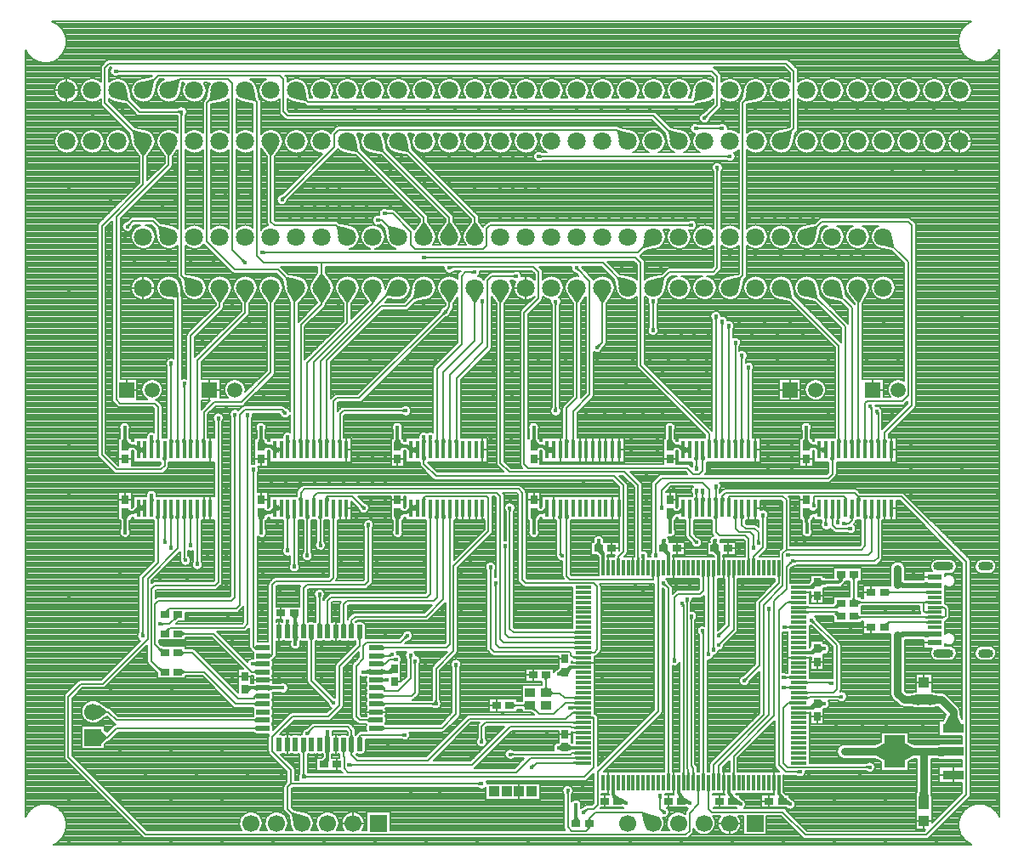
<source format=gbr>
G04 DipTrace 4.3.0.2*
G04 1 - Top.gbr*
%MOIN*%
G04 #@! TF.FileFunction,Copper,L1,Top*
G04 #@! TF.Part,Single*
%AMOUTLINE0*
4,1,28,
0.005709,-0.026969,
-0.005709,-0.026969,
-0.007135,-0.026781,
-0.008465,-0.02623,
-0.009606,-0.025354,
-0.010482,-0.024213,
-0.011033,-0.022883,
-0.01122,-0.021457,
-0.01122,0.021457,
-0.011033,0.022883,
-0.010482,0.024213,
-0.009606,0.025354,
-0.008465,0.02623,
-0.007135,0.026781,
-0.005709,0.026969,
0.005709,0.026969,
0.007135,0.026781,
0.008465,0.02623,
0.009606,0.025354,
0.010482,0.024213,
0.011033,0.022883,
0.01122,0.021457,
0.01122,-0.021457,
0.011033,-0.022883,
0.010482,-0.024213,
0.009606,-0.025354,
0.008465,-0.02623,
0.007135,-0.026781,
0.005709,-0.026969,
0*%
%AMOUTLINE3*
4,1,28,
0.026969,0.005709,
0.026969,-0.005709,
0.026781,-0.007135,
0.02623,-0.008465,
0.025354,-0.009606,
0.024213,-0.010482,
0.022883,-0.011033,
0.021457,-0.01122,
-0.021457,-0.01122,
-0.022883,-0.011033,
-0.024213,-0.010482,
-0.025354,-0.009606,
-0.02623,-0.008465,
-0.026781,-0.007135,
-0.026969,-0.005709,
-0.026969,0.005709,
-0.026781,0.007135,
-0.02623,0.008465,
-0.025354,0.009606,
-0.024213,0.010482,
-0.022883,0.011033,
-0.021457,0.01122,
0.021457,0.01122,
0.022883,0.011033,
0.024213,0.010482,
0.025354,0.009606,
0.02623,0.008465,
0.026781,0.007135,
0.026969,0.005709,
0*%
%AMOUTLINE6*
4,1,28,
-0.005709,0.026969,
0.005709,0.026969,
0.007135,0.026781,
0.008465,0.02623,
0.009606,0.025354,
0.010482,0.024213,
0.011033,0.022883,
0.01122,0.021457,
0.01122,-0.021457,
0.011033,-0.022883,
0.010482,-0.024213,
0.009606,-0.025354,
0.008465,-0.02623,
0.007135,-0.026781,
0.005709,-0.026969,
-0.005709,-0.026969,
-0.007135,-0.026781,
-0.008465,-0.02623,
-0.009606,-0.025354,
-0.010482,-0.024213,
-0.011033,-0.022883,
-0.01122,-0.021457,
-0.01122,0.021457,
-0.011033,0.022883,
-0.010482,0.024213,
-0.009606,0.025354,
-0.008465,0.02623,
-0.007135,0.026781,
-0.005709,0.026969,
0*%
%AMOUTLINE9*
4,1,28,
-0.026969,-0.005709,
-0.026969,0.005709,
-0.026781,0.007135,
-0.02623,0.008465,
-0.025354,0.009606,
-0.024213,0.010482,
-0.022883,0.011033,
-0.021457,0.01122,
0.021457,0.01122,
0.022883,0.011033,
0.024213,0.010482,
0.025354,0.009606,
0.02623,0.008465,
0.026781,0.007135,
0.026969,0.005709,
0.026969,-0.005709,
0.026781,-0.007135,
0.02623,-0.008465,
0.025354,-0.009606,
0.024213,-0.010482,
0.022883,-0.011033,
0.021457,-0.01122,
-0.021457,-0.01122,
-0.022883,-0.011033,
-0.024213,-0.010482,
-0.025354,-0.009606,
-0.02623,-0.008465,
-0.026781,-0.007135,
-0.026969,-0.005709,
0*%
G04 #@! TA.AperFunction,Conductor*
%ADD15C,0.031496*%
%ADD16C,0.011811*%
%ADD17C,0.019685*%
G04 #@! TA.AperFunction,ViaPad*
%ADD18C,0.017717*%
G04 #@! TA.AperFunction,CopperBalancing*
%ADD19C,0.007874*%
%ADD20R,0.035433X0.027559*%
%ADD21R,0.03937X0.043307*%
%ADD22R,0.027559X0.035433*%
G04 #@! TA.AperFunction,ComponentPad*
%ADD23C,0.059055*%
%ADD24R,0.059055X0.059055*%
%ADD25R,0.03937X0.03937*%
%ADD26C,0.070866*%
%ADD27R,0.057087X0.011811*%
%ADD28R,0.057087X0.023622*%
G04 #@! TA.AperFunction,ComponentPad*
%ADD29O,0.07874X0.035433*%
%ADD30O,0.059055X0.035433*%
%ADD31R,0.066929X0.066929*%
%ADD32C,0.066929*%
%ADD33R,0.062992X0.011811*%
%ADD34R,0.011811X0.062992*%
%ADD35R,0.084646X0.037402*%
%ADD36R,0.084646X0.127953*%
%ADD37R,0.015748X0.070866*%
%ADD39R,0.03937X0.035433*%
%ADD89OUTLINE0*%
%ADD92OUTLINE3*%
%ADD95OUTLINE6*%
%ADD98OUTLINE9*%
%FSLAX26Y26*%
G04*
G70*
G90*
G75*
G01*
G04 Top*
%LPD*%
G36*
X3984055Y803199D2*
X4015551Y806152D1*
X4057874Y787451D1*
X4019783Y768751D1*
X4015551D1*
X3984055Y771703D1*
Y803199D1*
G37*
G36*
X3903346Y771703D2*
X3871850Y755955D1*
X3867618D1*
Y818948D1*
X3871850D1*
X3903346Y803199D1*
Y771703D1*
G37*
X4057874Y787451D2*
D15*
X3943701D1*
X3829528D1*
G36*
X3959449Y636566D2*
X3963386Y605070D1*
Y602904D1*
X3943701Y583416D1*
X3924016Y605070D1*
X3927953Y636566D1*
X3959449D1*
G37*
X3943701Y583416D2*
D15*
Y787451D1*
G36*
X3755709Y803199D2*
X3787205Y818948D1*
X3791437D1*
Y755955D1*
X3787205D1*
X3755709Y771703D1*
Y803199D1*
G37*
X3829528Y787451D2*
D15*
X3706201D1*
X3687451D1*
X3668701D1*
X3649950D1*
X3631201D1*
G36*
X3198795Y612555D2*
X3201904Y607480D1*
X3202121Y606120D1*
X3181494D1*
X3181277Y607480D1*
X3182415Y612259D1*
X3198795Y612555D1*
G37*
X3194291Y593701D2*
D16*
Y608735D1*
X3178462Y624564D1*
Y666631D1*
G36*
X3392545Y612555D2*
X3395659Y607480D1*
X3395875Y606119D1*
X3375255D1*
X3375038Y607480D1*
X3376181Y612244D1*
X3392545Y612555D1*
G37*
X3388042Y593701D2*
D16*
Y608735D1*
X3375312Y621465D1*
Y666631D1*
G36*
X2999113Y615271D2*
X3002819Y607480D1*
X3002883Y606104D1*
X2982172D1*
X2982109Y607480D1*
X2984312Y613488D1*
X2999113Y615271D1*
G37*
X2994291Y593701D2*
D16*
Y611861D1*
X2981612Y624541D1*
Y666631D1*
G36*
X2731996Y620008D2*
X2748653Y607480D1*
X2749458Y606362D1*
X2727379Y601731D1*
X2726575Y602850D1*
X2723644Y611656D1*
X2731996Y620008D1*
G37*
X2744291Y593701D2*
D16*
Y599361D1*
X2725706Y617946D1*
Y666631D1*
G36*
X2563041Y796552D2*
X2551230Y793283D1*
X2549866Y793480D1*
Y815910D1*
X2551230Y815713D1*
X2563041Y808364D1*
Y796552D1*
G37*
X2609564Y802458D2*
D16*
X2540602D1*
X2537450Y805610D1*
G36*
X2562846Y1111513D2*
X2551231Y1094301D1*
X2550312Y1093274D1*
X2545579Y1116050D1*
X2546498Y1117076D1*
X2553402Y1122935D1*
X2562846Y1111513D1*
G37*
X2609564Y1117419D2*
D16*
X2555510D1*
X2537451Y1099360D1*
G36*
X2680430Y1558935D2*
X2663092Y1570547D1*
X2662068Y1571470D1*
X2684803Y1576384D1*
X2685827Y1575462D1*
X2691841Y1568238D1*
X2680430Y1558935D1*
G37*
X2686336Y1509151D2*
D16*
Y1566101D1*
X2668110Y1584327D1*
G36*
X2936336Y1558906D2*
X2919259Y1570547D1*
X2918229Y1571463D1*
X2941046Y1575981D1*
X2942076Y1575066D1*
X2947770Y1568522D1*
X2936336Y1558906D1*
G37*
X2942241Y1509151D2*
D16*
Y1566445D1*
X2924360Y1584327D1*
G36*
X3133186Y1558745D2*
X3118500Y1570547D1*
X3117751Y1571704D1*
X3141173D1*
X3141921Y1570547D1*
X3144997Y1558745D1*
X3133186D1*
G37*
X3139092Y1509151D2*
D16*
Y1569594D1*
X3124360Y1584327D1*
G36*
X3499368Y1182379D2*
X3511171Y1197036D1*
X3512328Y1197784D1*
Y1174374D1*
X3511171Y1173627D1*
X3499368Y1170568D1*
Y1182379D1*
G37*
X3452084Y1176474D2*
D16*
X3510257D1*
X3524950Y1191167D1*
G36*
X3499562Y1438285D2*
X3511171Y1455575D1*
X3512092Y1456599D1*
X3516940Y1433849D1*
X3516018Y1432824D1*
X3508915Y1426870D1*
X3499562Y1438285D1*
G37*
X3452084Y1432379D2*
D16*
X3506789D1*
X3524950Y1450541D1*
G36*
X3550541Y1444635D2*
X3538730Y1438730D1*
X3537352D1*
Y1462352D1*
X3538730D1*
X3550541Y1456446D1*
Y1444635D1*
G37*
G36*
X3612205Y1458735D2*
X3606299Y1467719D1*
Y1469097D1*
X3629921D1*
Y1467719D1*
X3624016Y1458735D1*
X3612205D1*
G37*
X3524950Y1450541D2*
D16*
X3553076D1*
X3609916D1*
X3618110Y1458735D1*
Y1481499D1*
G36*
X2586516Y532089D2*
X2592421Y520278D1*
Y518900D1*
X2568799D1*
Y520278D1*
X2574705Y532089D1*
X2586516D1*
G37*
G36*
X2574705Y564493D2*
X2574409Y572341D1*
Y573226D1*
X2586811D1*
Y572341D1*
X2586516Y564493D1*
X2574705D1*
G37*
X2580610Y506499D2*
D16*
Y578667D1*
G36*
X2563041Y796552D2*
X2551230Y793283D1*
X2549866Y793480D1*
Y815910D1*
X2551230Y815713D1*
X2563041Y808364D1*
Y796552D1*
G37*
G36*
X2512451Y808364D2*
X2523671Y815706D1*
X2525033Y815910D1*
Y793497D1*
X2523671Y793293D1*
X2512451Y796552D1*
Y808364D1*
G37*
G36*
X2526625Y796552D2*
X2518778Y796257D1*
X2517892D1*
Y808659D1*
X2518778D1*
X2526625Y808364D1*
Y796552D1*
G37*
X2609564Y802458D2*
D16*
X2512451D1*
G36*
X2767449Y583476D2*
X2762008Y581160D1*
X2760631Y581213D1*
Y602188D1*
X2762008Y602135D1*
X2769111Y598431D1*
X2767449Y583476D1*
G37*
G36*
X2768694Y598716D2*
X2774032Y593136D1*
X2774568Y592430D1*
X2766660Y582877D1*
X2766124Y583582D1*
X2763625Y587795D1*
X2768694Y598716D1*
G37*
X2744291Y593701D2*
D16*
X2765576D1*
X2774951Y584325D1*
G36*
X3216399Y581400D2*
X3212008Y580183D1*
X3210640Y580349D1*
Y600764D1*
X3212008Y600598D1*
X3216278Y598198D1*
X3216399Y581400D1*
G37*
G36*
X3219104Y595399D2*
X3224862Y590059D1*
X3225488Y589432D1*
X3216719Y580663D1*
X3216092Y581289D1*
X3210752Y587047D1*
X3219104Y595399D1*
G37*
X3224950Y581201D2*
D16*
X3212450Y593701D1*
X3194291D1*
G36*
X3017449Y583476D2*
X3012008Y581160D1*
X3010631Y581213D1*
Y602188D1*
X3012008Y602135D1*
X3019111Y598431D1*
X3017449Y583476D1*
G37*
G36*
X3018694Y598716D2*
X3024032Y593136D1*
X3024568Y592430D1*
X3016660Y582877D1*
X3016124Y583582D1*
X3013625Y587795D1*
X3018694Y598716D1*
G37*
X2994291Y593701D2*
D16*
X3015576D1*
X3024951Y584325D1*
G36*
X3410150Y581400D2*
X3405759Y580183D1*
X3404391Y580349D1*
Y600764D1*
X3405759Y600598D1*
X3410028Y598198D1*
X3410150Y581400D1*
G37*
G36*
X3412855Y595399D2*
X3418612Y590059D1*
X3419239Y589432D1*
X3410469Y580663D1*
X3409843Y581289D1*
X3404503Y587047D1*
X3412855Y595399D1*
G37*
X3388042Y593701D2*
D16*
X3406201D1*
X3418701Y581201D1*
G36*
X1835185Y1094241D2*
X1819556Y1089193D1*
X1816860D1*
Y1111101D1*
X1819556D1*
X1835185Y1106052D1*
Y1094241D1*
G37*
G36*
X1843110Y1106052D2*
X1854921Y1119354D1*
X1856119Y1120035D1*
Y1097189D1*
X1854921Y1096508D1*
X1843110Y1094241D1*
Y1106052D1*
G37*
X1796406Y1100147D2*
D16*
X1855806D1*
X1868701Y1113042D1*
G36*
X1600539Y776919D2*
X1595491Y792547D1*
Y795244D1*
X1617399D1*
Y792547D1*
X1612350Y776919D1*
X1600539D1*
G37*
G36*
X1612350Y763041D2*
X1609887Y751230D1*
X1609189Y750042D1*
X1586209D1*
X1586907Y751230D1*
X1600539Y763041D1*
X1612350D1*
G37*
X1606445Y815698D2*
D16*
Y750785D1*
X1593110Y737450D1*
G36*
X1314713Y1043060D2*
X1330341Y1048109D1*
X1333038D1*
Y1026201D1*
X1330341D1*
X1314713Y1031249D1*
Y1043060D1*
G37*
G36*
X1306791Y1031249D2*
X1294980Y1021990D1*
X1293659Y1021599D1*
Y1043743D1*
X1294980Y1044133D1*
X1306791Y1043060D1*
Y1031249D1*
G37*
X1353492Y1037155D2*
D16*
X1287745D1*
X1281201Y1030610D1*
G36*
X1486366Y1297391D2*
X1491414Y1281762D1*
Y1279066D1*
X1469507D1*
Y1281762D1*
X1474555Y1297391D1*
X1486366D1*
G37*
G36*
X1474555Y1305610D2*
X1466196Y1317421D1*
X1465895Y1318766D1*
X1488164D1*
X1488464Y1317421D1*
X1486366Y1305610D1*
X1474555D1*
G37*
X1480461Y1258612D2*
D16*
Y1326281D1*
X1475541Y1331201D1*
G36*
X1392272Y1031249D2*
X1376643Y1026201D1*
X1373946D1*
Y1048109D1*
X1376643D1*
X1392272Y1043060D1*
Y1031249D1*
G37*
G36*
X1416731Y1043060D2*
X1424578Y1043356D1*
X1425464D1*
Y1030954D1*
X1424578D1*
X1416731Y1031249D1*
Y1043060D1*
G37*
X1353492Y1037155D2*
D16*
X1430904D1*
G36*
X1474555Y1219832D2*
X1469507Y1235461D1*
Y1238158D1*
X1491414D1*
Y1235461D1*
X1486366Y1219832D1*
X1474555D1*
G37*
G36*
X1486366Y1222759D2*
X1486661Y1214911D1*
Y1214026D1*
X1474260D1*
Y1214911D1*
X1474555Y1222759D1*
X1486366D1*
G37*
X1480461Y1258612D2*
D16*
Y1208585D1*
G36*
X1757626Y1106052D2*
X1773255Y1111101D1*
X1775952D1*
Y1089193D1*
X1773255D1*
X1757626Y1094241D1*
Y1106052D1*
G37*
G36*
X1761786Y1094241D2*
X1753939Y1093946D1*
X1753053D1*
Y1106348D1*
X1753939D1*
X1761786Y1106052D1*
Y1094241D1*
G37*
X1796406Y1100147D2*
D16*
X1747613D1*
G36*
X1612350Y854478D2*
X1617399Y838849D1*
Y836152D1*
X1595491D1*
Y838849D1*
X1600539Y854478D1*
X1612350D1*
G37*
G36*
X1600539Y851159D2*
X1600244Y859006D1*
Y859892D1*
X1612646D1*
Y859006D1*
X1612350Y851159D1*
X1600539D1*
G37*
X1606445Y815698D2*
D16*
Y865332D1*
G36*
X1938858Y1748227D2*
X1950669Y1754133D1*
X1951457D1*
Y1730510D1*
X1950669D1*
X1938858Y1736416D1*
Y1748227D1*
G37*
G36*
X1952638Y1736416D2*
X1940827Y1730510D1*
X1940039D1*
Y1754133D1*
X1940827D1*
X1952638Y1748227D1*
Y1736416D1*
G37*
X1958543Y1742322D2*
D16*
X1932953D1*
G36*
X1405108Y1748227D2*
X1416919Y1754133D1*
X1417706D1*
Y1730510D1*
X1416919D1*
X1405108Y1736416D1*
Y1748227D1*
G37*
G36*
X1418887Y1736416D2*
X1407076Y1730510D1*
X1406289D1*
Y1754133D1*
X1407076D1*
X1418887Y1748227D1*
Y1736416D1*
G37*
X1424793Y1742322D2*
D16*
X1399202D1*
G36*
X871358Y1748227D2*
X883169Y1754133D1*
X883957D1*
Y1730510D1*
X883169D1*
X871358Y1736416D1*
Y1748227D1*
G37*
G36*
X885138Y1736416D2*
X873327Y1730510D1*
X872539D1*
Y1754133D1*
X873327D1*
X885138Y1748227D1*
Y1736416D1*
G37*
X891043Y1742322D2*
D16*
X865453D1*
G36*
X838041Y1718752D2*
X826230Y1712846D1*
X824852D1*
Y1736469D1*
X826230D1*
X838041Y1730563D1*
Y1718752D1*
G37*
G36*
X845051Y1730272D2*
X857579Y1741858D1*
X858286Y1742204D1*
Y1722945D1*
X857579Y1722600D1*
X853403Y1721920D1*
X845051Y1730272D1*
G37*
X812450Y1724657D2*
D16*
X847789D1*
X865453Y1742322D1*
G36*
X1372076Y1718752D2*
X1360265Y1712846D1*
X1358887D1*
Y1736469D1*
X1360265D1*
X1372076Y1730563D1*
Y1718752D1*
G37*
G36*
X1378801Y1730272D2*
X1391328Y1741858D1*
X1392036Y1742204D1*
Y1722945D1*
X1391328Y1722600D1*
X1387152Y1721920D1*
X1378801Y1730272D1*
G37*
X1346486Y1724657D2*
D16*
X1381538D1*
X1399202Y1742322D1*
G36*
X1906112Y1718752D2*
X1894301Y1712846D1*
X1892923D1*
Y1736469D1*
X1894301D1*
X1906112Y1730563D1*
Y1718752D1*
G37*
G36*
X1912551Y1730272D2*
X1925079Y1741858D1*
X1925786Y1742204D1*
Y1722945D1*
X1925079Y1722600D1*
X1920903Y1721920D1*
X1912551Y1730272D1*
G37*
X1880521Y1724657D2*
D16*
X1915289D1*
X1932953Y1742322D1*
G36*
X2440148Y1718752D2*
X2428337Y1712846D1*
X2426959D1*
Y1736469D1*
X2428337D1*
X2440148Y1730563D1*
Y1718752D1*
G37*
G36*
X2446301Y1730272D2*
X2458828Y1741858D1*
X2459536Y1742204D1*
Y1722945D1*
X2458828Y1722600D1*
X2454652Y1721920D1*
X2446301Y1730272D1*
G37*
X2414558Y1724657D2*
D16*
X2449038D1*
X2466702Y1742322D1*
G36*
X2974184Y1718752D2*
X2962373Y1712846D1*
X2960995D1*
Y1736469D1*
X2962373D1*
X2974184Y1730563D1*
Y1718752D1*
G37*
G36*
X2980051Y1730272D2*
X2992579Y1741858D1*
X2993286Y1742204D1*
Y1722945D1*
X2992579Y1722600D1*
X2988403Y1721920D1*
X2980051Y1730272D1*
G37*
X2948593Y1724657D2*
D16*
X2982789D1*
X3000453Y1742322D1*
G36*
X3538923Y1456446D2*
X3547014Y1456409D1*
X3547899Y1456371D1*
X3547382Y1443980D1*
X3546497Y1444018D1*
X3538923Y1444635D1*
Y1456446D1*
G37*
G36*
X3567230Y1444635D2*
X3559655Y1444018D1*
X3558770Y1443980D1*
X3558253Y1456371D1*
X3559138Y1456409D1*
X3567230Y1456446D1*
Y1444635D1*
G37*
X3553076Y1449950D2*
D16*
Y1450541D1*
G36*
X806545Y1695130D2*
X800639Y1706941D1*
Y1708713D1*
X824261D1*
Y1706941D1*
X818356Y1695130D1*
X806545D1*
G37*
G36*
X818356Y1660999D2*
X818651Y1653152D1*
Y1652266D1*
X806249D1*
Y1653152D1*
X806545Y1660999D1*
X818356D1*
G37*
X812450Y1724657D2*
D16*
Y1646825D1*
G36*
X3130265Y1609917D2*
X3136171Y1598106D1*
Y1596728D1*
X3112549D1*
Y1598106D1*
X3118454Y1609917D1*
X3130265D1*
G37*
G36*
X3118454Y1601423D2*
X3118491Y1609514D1*
X3118529Y1610399D1*
X3130920Y1609882D1*
X3130882Y1608997D1*
X3130265Y1601423D1*
X3118454D1*
G37*
X3124360Y1584327D2*
D16*
Y1614986D1*
X3124950Y1615576D1*
G36*
X2930265Y1609917D2*
X2936171Y1598106D1*
Y1596728D1*
X2912549D1*
Y1598106D1*
X2918454Y1609917D1*
X2930265D1*
G37*
G36*
X2918454Y1601423D2*
X2918491Y1609514D1*
X2918529Y1610399D1*
X2930920Y1609882D1*
X2930882Y1608997D1*
X2930265Y1601423D1*
X2918454D1*
G37*
X2924360Y1584327D2*
D16*
Y1614986D1*
X2924950Y1615576D1*
G36*
X2674016Y1609917D2*
X2679921Y1598106D1*
Y1596728D1*
X2656299D1*
Y1598106D1*
X2662205Y1609917D1*
X2674016D1*
G37*
G36*
X2662205Y1601423D2*
X2662242Y1609514D1*
X2662280Y1610399D1*
X2674670Y1609882D1*
X2674632Y1608997D1*
X2674016Y1601423D1*
X2662205D1*
G37*
X2668110Y1584327D2*
D16*
Y1614986D1*
X2668701Y1615576D1*
G36*
X2517592Y1104008D2*
X2523672Y1107261D1*
X2525043Y1107394D1*
Y1087054D1*
X2523672Y1086921D1*
X2518679Y1088452D1*
X2517592Y1104008D1*
G37*
G36*
X2523796Y1093454D2*
X2521250Y1089546D1*
X2520710Y1088844D1*
X2513117Y1098650D1*
X2513657Y1099352D1*
X2518260Y1104461D1*
X2523796Y1093454D1*
G37*
X2537451Y1099360D2*
D16*
X2521235D1*
X2512451Y1090576D1*
G36*
X3550541Y1185261D2*
X3538730Y1179356D1*
X3537352D1*
Y1202978D1*
X3538730D1*
X3550541Y1197072D1*
Y1185261D1*
G37*
G36*
X3538923Y1197072D2*
X3547014Y1197035D1*
X3547899Y1196997D1*
X3547382Y1184606D1*
X3546497Y1184644D1*
X3538923Y1185261D1*
Y1197072D1*
G37*
X3524950Y1191167D2*
D16*
X3552486D1*
X3553076Y1190576D1*
G36*
X3550541Y969636D2*
X3538730Y963731D1*
X3537352D1*
Y987353D1*
X3538730D1*
X3550541Y981448D1*
Y969636D1*
G37*
G36*
X3538923Y981448D2*
X3547015Y981410D1*
X3547900Y981372D1*
X3547382Y968981D1*
X3546496Y969019D1*
X3538923Y969636D1*
Y981448D1*
G37*
X3524950Y975542D2*
D16*
X3552484D1*
X3553076Y974950D1*
G36*
X3499395Y965844D2*
X3511171Y981191D1*
X3512307Y981969D1*
X3513489Y958604D1*
X3512352Y957825D1*
X3499395Y954033D1*
Y965844D1*
G37*
X3452084Y959938D2*
D16*
X3509346D1*
X3524950Y975542D1*
G36*
X3508219Y1718752D2*
X3496408Y1712846D1*
X3495030D1*
Y1736469D1*
X3496408D1*
X3508219Y1730563D1*
Y1718752D1*
G37*
G36*
X3513801Y1730272D2*
X3526328Y1741858D1*
X3527036Y1742204D1*
Y1722945D1*
X3526328Y1722600D1*
X3522152Y1721920D1*
X3513801Y1730272D1*
G37*
X3482629Y1724657D2*
D16*
X3516538D1*
X3534202Y1742322D1*
G36*
X1340580Y1695130D2*
X1334675Y1706941D1*
Y1708713D1*
X1358297D1*
Y1706941D1*
X1352391Y1695130D1*
X1340580D1*
G37*
G36*
X1352391Y1660999D2*
X1352686Y1653152D1*
Y1652266D1*
X1340285D1*
Y1653152D1*
X1340580Y1660999D1*
X1352391D1*
G37*
X1346486Y1724657D2*
D16*
Y1646825D1*
G36*
X1874615Y1695130D2*
X1868710Y1706941D1*
Y1708713D1*
X1892332D1*
Y1706941D1*
X1886427Y1695130D1*
X1874615D1*
G37*
G36*
X1886427Y1660999D2*
X1886722Y1653152D1*
Y1652266D1*
X1874320D1*
Y1653152D1*
X1874615Y1660999D1*
X1886427D1*
G37*
X1880521Y1724657D2*
D16*
Y1646825D1*
G36*
X2408652Y1695130D2*
X2402747Y1706941D1*
Y1708713D1*
X2426369D1*
Y1706941D1*
X2420463Y1695130D1*
X2408652D1*
G37*
G36*
X2420463Y1660999D2*
X2420759Y1653152D1*
Y1652266D1*
X2408357D1*
Y1653152D1*
X2408652Y1660999D1*
X2420463D1*
G37*
X2414558Y1724657D2*
D16*
Y1646825D1*
G36*
X2942688Y1695130D2*
X2936782Y1706941D1*
Y1708713D1*
X2960404D1*
Y1706941D1*
X2954499Y1695130D1*
X2942688D1*
G37*
G36*
X2954499Y1662357D2*
X2954794Y1654510D1*
Y1653624D1*
X2942392D1*
Y1654510D1*
X2942688Y1662357D1*
X2954499D1*
G37*
X2948593Y1724657D2*
D16*
Y1648184D1*
G36*
X3478138Y1694862D2*
X3471691Y1706941D1*
X3471607Y1708711D1*
X3494651D1*
X3494736Y1706941D1*
X3489936Y1695425D1*
X3478138Y1694862D1*
G37*
G36*
X3491486Y1662961D2*
X3492155Y1655137D1*
X3492197Y1654252D1*
X3479809Y1653661D1*
X3479767Y1654546D1*
X3479688Y1662398D1*
X3491486Y1662961D1*
G37*
X3482629Y1724657D2*
D16*
X3486262Y1648522D1*
G36*
X3994882Y975739D2*
X3963386Y969833D1*
X3961417D1*
X3943701Y991487D1*
X3963386Y1013140D1*
X3994882Y1007235D1*
Y975739D1*
G37*
G36*
X4073622Y928199D2*
X4089370Y896703D1*
Y894833D1*
X4026378D1*
Y896703D1*
X4042126Y928199D1*
X4073622D1*
G37*
X3943701Y991487D2*
D15*
X4011539D1*
X4057874Y945152D1*
Y878003D1*
G36*
X3892520Y1007235D2*
X3924016Y1013140D1*
X3943701Y991487D1*
X3925984Y969833D1*
X3924016D1*
X3892520Y975739D1*
Y1007235D1*
G37*
X3840576Y1181199D2*
D15*
Y1015576D1*
X3864665Y991487D1*
X3943701D1*
X3840576Y1181199D2*
Y1203076D1*
Y1224950D1*
Y1246825D1*
Y1462451D2*
Y1440576D1*
Y1462451D2*
Y1484325D1*
Y1506201D1*
G36*
X3936270Y1450000D2*
X3955955Y1451969D1*
X3984499Y1440157D1*
X3958810Y1428346D1*
X3955955D1*
X3936270Y1430315D1*
Y1450000D1*
G37*
X3984499Y1440157D2*
D17*
X3859696D1*
X3859277Y1440576D1*
D18*
X3840576D1*
G36*
X3936270Y1257087D2*
X3955955Y1259055D1*
X3984499Y1247244D1*
X3958810Y1235433D1*
X3955955D1*
X3936270Y1237402D1*
Y1257087D1*
G37*
X3984499Y1247244D2*
D17*
X3859696D1*
X3859277Y1246825D1*
D18*
X3840576D1*
G36*
X885138Y1964762D2*
X873327Y1958857D1*
X872539D1*
Y1982479D1*
X873327D1*
X885138Y1976573D1*
Y1964762D1*
G37*
G36*
X871358Y1976573D2*
X883169Y1982479D1*
X883957D1*
Y1958857D1*
X883169D1*
X871358Y1964762D1*
Y1976573D1*
G37*
X865453Y1970668D2*
D16*
X891043D1*
G36*
X1418887Y1964762D2*
X1407076Y1958857D1*
X1406289D1*
Y1982479D1*
X1407076D1*
X1418887Y1976573D1*
Y1964762D1*
G37*
G36*
X1405108Y1976573D2*
X1416919Y1982479D1*
X1417706D1*
Y1958857D1*
X1416919D1*
X1405108Y1964762D1*
Y1976573D1*
G37*
X1399202Y1970668D2*
D16*
X1424793D1*
G36*
X1952638Y1964762D2*
X1940827Y1958857D1*
X1940039D1*
Y1982479D1*
X1940827D1*
X1952638Y1976573D1*
Y1964762D1*
G37*
G36*
X1938858Y1976573D2*
X1950669Y1982479D1*
X1951457D1*
Y1958857D1*
X1950669D1*
X1938858Y1964762D1*
Y1976573D1*
G37*
X1932953Y1970668D2*
D16*
X1958543D1*
G36*
X2486387Y1964762D2*
X2474576Y1958857D1*
X2473789D1*
Y1982479D1*
X2474576D1*
X2486387Y1976573D1*
Y1964762D1*
G37*
G36*
X2472608Y1976573D2*
X2484419Y1982479D1*
X2485206D1*
Y1958857D1*
X2484419D1*
X2472608Y1964762D1*
Y1976573D1*
G37*
X2466702Y1970668D2*
D16*
X2492293D1*
G36*
X3020138Y1964762D2*
X3008327Y1958857D1*
X3007539D1*
Y1982479D1*
X3008327D1*
X3020138Y1976573D1*
Y1964762D1*
G37*
G36*
X3006358Y1976573D2*
X3018169Y1982479D1*
X3018957D1*
Y1958857D1*
X3018169D1*
X3006358Y1964762D1*
Y1976573D1*
G37*
X3000453Y1970668D2*
D16*
X3026043D1*
G36*
X838041Y1980908D2*
X826230Y1975003D1*
X824852D1*
Y1998625D1*
X826230D1*
X838041Y1992719D1*
Y1980908D1*
G37*
G36*
X853483Y1990989D2*
X857579Y1990325D1*
X858287Y1989980D1*
Y1970781D1*
X857579Y1971126D1*
X845131Y1982638D1*
X853483Y1990989D1*
G37*
X812450Y1986814D2*
D16*
X849307D1*
X865453Y1970668D1*
G36*
X1372076Y1980908D2*
X1360265Y1975003D1*
X1358887D1*
Y1998625D1*
X1360265D1*
X1372076Y1992719D1*
Y1980908D1*
G37*
G36*
X1387232Y1990989D2*
X1391328Y1990325D1*
X1392036Y1989980D1*
Y1970781D1*
X1391328Y1971126D1*
X1378881Y1982638D1*
X1387232Y1990989D1*
G37*
X1346486Y1986814D2*
D16*
X1383056D1*
X1399202Y1970668D1*
G36*
X1906112Y1980908D2*
X1894301Y1975003D1*
X1892923D1*
Y1998625D1*
X1894301D1*
X1906112Y1992719D1*
Y1980908D1*
G37*
G36*
X1920983Y1990989D2*
X1925079Y1990325D1*
X1925787Y1989980D1*
Y1970781D1*
X1925079Y1971126D1*
X1912631Y1982638D1*
X1920983Y1990989D1*
G37*
X1880521Y1986814D2*
D16*
X1916807D1*
X1932953Y1970668D1*
G36*
X2440148Y1980908D2*
X2428337Y1975003D1*
X2426959D1*
Y1998625D1*
X2428337D1*
X2440148Y1992719D1*
Y1980908D1*
G37*
G36*
X2454732Y1990989D2*
X2458828Y1990325D1*
X2459536Y1989980D1*
Y1970781D1*
X2458828Y1971126D1*
X2446381Y1982638D1*
X2454732Y1990989D1*
G37*
X2414558Y1986814D2*
D16*
X2450556D1*
X2466702Y1970668D1*
G36*
X2974184Y1980908D2*
X2962373Y1975003D1*
X2960995D1*
Y1998625D1*
X2962373D1*
X2974184Y1992719D1*
Y1980908D1*
G37*
G36*
X2988483Y1990989D2*
X2992579Y1990325D1*
X2993287Y1989980D1*
Y1970781D1*
X2992579Y1971126D1*
X2980131Y1982638D1*
X2988483Y1990989D1*
G37*
X2948593Y1986814D2*
D16*
X2984307D1*
X3000453Y1970668D1*
G36*
X3553887Y1964762D2*
X3542076Y1958857D1*
X3541289D1*
Y1982479D1*
X3542076D1*
X3553887Y1976573D1*
Y1964762D1*
G37*
G36*
X3540108Y1976573D2*
X3551919Y1982479D1*
X3552706D1*
Y1958857D1*
X3551919D1*
X3540108Y1964762D1*
Y1976573D1*
G37*
X3534202Y1970668D2*
D16*
X3559793D1*
G36*
X3508219Y1980908D2*
X3496408Y1975003D1*
X3495030D1*
Y1998625D1*
X3496408D1*
X3508219Y1992719D1*
Y1980908D1*
G37*
G36*
X3522232Y1990989D2*
X3526328Y1990325D1*
X3527036Y1989980D1*
Y1970781D1*
X3526328Y1971126D1*
X3513881Y1982638D1*
X3522232Y1990989D1*
G37*
X3482629Y1986814D2*
D16*
X3518056D1*
X3534202Y1970668D1*
G36*
X818065Y2016398D2*
X824086Y2004646D1*
X824104Y2002874D1*
X800483Y2002641D1*
X800465Y2004413D1*
X806254Y2016282D1*
X818065Y2016398D1*
G37*
G36*
X805971Y2045095D2*
X805598Y2052939D1*
X805589Y2053824D1*
X817990Y2053947D1*
X817999Y2053061D1*
X817781Y2045211D1*
X805971Y2045095D1*
G37*
X812450Y1986814D2*
D16*
X811736Y2059325D1*
G36*
X1352052Y2016408D2*
X1358162Y2004530D1*
X1358182Y2002759D1*
X1334559D1*
X1334538Y2004530D1*
X1340242Y2016273D1*
X1352052Y2016408D1*
G37*
G36*
X1339912Y2045086D2*
X1339527Y2052929D1*
X1339517Y2053815D1*
X1351918Y2053957D1*
X1351928Y2053071D1*
X1351722Y2045221D1*
X1339912Y2045086D1*
G37*
X1346486Y1986814D2*
D16*
X1345655Y2059325D1*
G36*
X1886427Y2016341D2*
X1892332Y2004530D1*
Y2002759D1*
X1868710D1*
Y2004530D1*
X1874615Y2016341D1*
X1886427D1*
G37*
G36*
X1874615Y2045152D2*
X1874320Y2052999D1*
Y2053885D1*
X1886722D1*
Y2052999D1*
X1886427Y2045152D1*
X1874615D1*
G37*
X1880521Y1986814D2*
D16*
Y2059325D1*
G36*
X2420463Y2016341D2*
X2426369Y2004530D1*
Y2002759D1*
X2402747D1*
Y2004530D1*
X2408652Y2016341D1*
X2420463D1*
G37*
G36*
X2408652Y2045152D2*
X2408357Y2052999D1*
Y2053885D1*
X2420759D1*
Y2052999D1*
X2420463Y2045152D1*
X2408652D1*
G37*
X2414558Y1986814D2*
D16*
Y2059325D1*
G36*
X3488534Y2016341D2*
X3494440Y2004530D1*
Y2002759D1*
X3470818D1*
Y2004530D1*
X3476723Y2016341D1*
X3488534D1*
G37*
G36*
X3476723Y2045152D2*
X3476428Y2052999D1*
Y2053885D1*
X3488829D1*
Y2052999D1*
X3488534Y2045152D1*
X3476723D1*
G37*
X3482629Y1986814D2*
D16*
Y2059325D1*
G36*
X2954499Y2016341D2*
X2960404Y2004530D1*
Y2002759D1*
X2936782D1*
Y2004530D1*
X2942688Y2016341D1*
X2954499D1*
G37*
G36*
X2942688Y2045152D2*
X2942392Y2052999D1*
Y2053885D1*
X2954794D1*
Y2052999D1*
X2954499Y2045152D1*
X2942688D1*
G37*
X2948593Y1986814D2*
D16*
Y2059325D1*
G36*
X1740723Y1756164D2*
X1747872Y1752216D1*
X1748498Y1751590D1*
X1739729Y1742820D1*
X1739103Y1743447D1*
X1735155Y1750596D1*
X1740723Y1756164D1*
G37*
G36*
X1607864Y1785629D2*
X1611801Y1777755D1*
Y1774211D1*
X1603927Y1742322D1*
X1596052Y1777755D1*
X1599990Y1785629D1*
X1607864D1*
G37*
X1747961Y1743358D2*
D19*
X1703720Y1787598D1*
X1603927D1*
Y1742322D1*
G36*
X2316811Y1729185D2*
X2314547Y1737032D1*
Y1737918D1*
X2326949D1*
Y1737032D1*
X2324685Y1729185D1*
X2316811D1*
G37*
G36*
X2570194Y1259151D2*
X2578068Y1261119D1*
X2609564Y1255214D1*
X2581218Y1249308D1*
X2578068D1*
X2570194Y1251277D1*
Y1259151D1*
G37*
X2320748Y1743358D2*
D19*
Y1268993D1*
X2334528Y1255214D1*
X2609564D1*
G36*
X1582273Y1610995D2*
X1584392Y1603037D1*
X1584373Y1602151D1*
X1571974Y1602379D1*
X1571992Y1603264D1*
X1574399Y1610995D1*
X1582273D1*
G37*
G36*
X1574399Y1699014D2*
X1570462Y1706888D1*
X1578336Y1742322D1*
X1586210Y1710432D1*
Y1706888D1*
X1582273Y1699014D1*
X1574399D1*
G37*
X1578076Y1596825D2*
D19*
X1578336Y1597087D1*
Y1742322D1*
G36*
X2298110Y1580442D2*
X2295846Y1588289D1*
Y1589175D1*
X2308248D1*
Y1588289D1*
X2305984Y1580442D1*
X2298110D1*
G37*
G36*
X2570194Y1239466D2*
X2578068Y1241434D1*
X2609564Y1235529D1*
X2581218Y1229623D1*
X2578068D1*
X2570194Y1231592D1*
Y1239466D1*
G37*
X2302047Y1594615D2*
D19*
Y1249308D1*
X2315827Y1235529D1*
X2609564D1*
G36*
X1556682Y1785629D2*
X1560619Y1777755D1*
Y1774211D1*
X1552745Y1742322D1*
X1544871Y1777755D1*
X1548808Y1785629D1*
X1556682D1*
G37*
G36*
X2570194Y1219781D2*
X2578068Y1221749D1*
X2609564Y1215844D1*
X2581218Y1209938D1*
X2578068D1*
X2570194Y1211907D1*
Y1219781D1*
G37*
X1552745Y1742322D2*
D19*
Y1789618D1*
X1566525Y1803398D1*
X2269567D1*
X2283346Y1789618D1*
Y1229626D1*
X2297129Y1215844D1*
X2609564D1*
G36*
X2260709Y1435929D2*
X2258445Y1443776D1*
Y1444662D1*
X2270846D1*
Y1443776D1*
X2268583Y1435929D1*
X2260709D1*
G37*
G36*
X2570194Y1200096D2*
X2578068Y1202064D1*
X2609564Y1196159D1*
X2581218Y1190253D1*
X2578068D1*
X2570194Y1192222D1*
Y1200096D1*
G37*
X2264646Y1450102D2*
D19*
Y1209938D1*
X2278425Y1196159D1*
X2609564D1*
G36*
X1523218Y1699014D2*
X1519281Y1706889D1*
X1527155Y1742322D1*
X1535029Y1710432D1*
Y1706888D1*
X1531092Y1699014D1*
X1523218D1*
G37*
G36*
X1531091Y1569594D2*
X1533354Y1561747D1*
Y1560861D1*
X1520953Y1560862D1*
Y1561747D1*
X1523217Y1569595D1*
X1531091Y1569594D1*
G37*
X1527155Y1742322D2*
D19*
X1527154Y1555421D1*
G36*
X1505501Y1785629D2*
X1509438Y1777755D1*
Y1774211D1*
X1501564Y1742322D1*
X1493690Y1777755D1*
X1497627Y1785629D1*
X1505501D1*
G37*
G36*
X2648934Y1172537D2*
X2641060Y1170568D1*
X2637911D1*
X2609564Y1176474D1*
X2641060Y1182379D1*
X2648934Y1180411D1*
Y1172537D1*
G37*
X1501564Y1742322D2*
D19*
Y1803398D1*
X1515344Y1817177D1*
X2354913D1*
X2368694Y1803396D1*
Y1461909D1*
X2382474Y1448130D1*
X2648646D1*
X2662450Y1434325D1*
Y1187450D1*
X2651474Y1176474D1*
X2609564D1*
G36*
X2242008Y1497496D2*
X2239744Y1505343D1*
Y1506229D1*
X2252146D1*
Y1505343D1*
X2249882Y1497496D1*
X2242008D1*
G37*
G36*
X2571238Y1160726D2*
X2578068Y1162694D1*
X2609564Y1156789D1*
X2581218Y1150883D1*
X2578068D1*
X2571238Y1152852D1*
Y1160726D1*
G37*
X2245945Y1511669D2*
D19*
Y1191882D1*
X2259724Y1178102D1*
X2556175D1*
X2561075Y1173202D1*
Y1166951D1*
X2571238Y1156789D1*
X2609564D1*
G36*
X1472036Y1699014D2*
X1468100Y1706888D1*
X1475974Y1742322D1*
X1483848Y1710432D1*
Y1706888D1*
X1479911Y1699014D1*
X1472036D1*
G37*
G36*
X1479910Y1525842D2*
X1482173Y1517995D1*
Y1517109D1*
X1469772Y1517110D1*
Y1517995D1*
X1472036Y1525843D1*
X1479910Y1525842D1*
G37*
X1475974Y1742322D2*
D19*
X1475972Y1511669D1*
G36*
X2928813Y1436304D2*
X2921663Y1440252D1*
X2921037Y1440879D1*
X2929806Y1449648D1*
X2930433Y1449022D1*
X2934381Y1441872D1*
X2928813Y1436304D1*
G37*
G36*
X2946178Y706001D2*
X2948147Y698127D1*
Y694978D1*
X2942241Y666631D1*
X2936336Y698127D1*
X2938304Y706001D1*
X2946178D1*
G37*
X2921575Y1449110D2*
D19*
X2942241Y1428444D1*
Y666631D1*
G36*
X1446446Y1699014D2*
X1442509Y1706889D1*
X1450383Y1742322D1*
X1458257Y1710432D1*
Y1706888D1*
X1454320Y1699014D1*
X1446446D1*
G37*
G36*
X1454319Y1588472D2*
X1456583Y1580625D1*
Y1579739D1*
X1444181Y1579740D1*
Y1580625D1*
X1446445Y1588472D1*
X1454319D1*
G37*
X1450383Y1742322D2*
D19*
X1450382Y1574299D1*
G36*
X1099705Y1535126D2*
X1101969Y1527279D1*
Y1526393D1*
X1089567D1*
Y1527279D1*
X1091831Y1535126D1*
X1099705D1*
G37*
G36*
X1091831Y1699014D2*
X1087894Y1706888D1*
X1095768Y1742322D1*
X1103642Y1710432D1*
Y1706888D1*
X1099705Y1699014D1*
X1091831D1*
G37*
X1095768Y1520953D2*
D19*
Y1742322D1*
G36*
X2997360Y1355156D2*
X2992884Y1359698D1*
X2992288Y1360354D1*
X3003851Y1364838D1*
X3004447Y1364183D1*
X3005219Y1363262D1*
X2997360Y1355156D1*
G37*
G36*
X3005234Y706001D2*
X3007202Y698127D1*
Y694978D1*
X3001297Y666631D1*
X2995391Y698127D1*
X2997360Y706001D1*
X3005234D1*
G37*
X2996378Y1367839D2*
D19*
X3001297Y1362920D1*
Y666631D1*
G36*
X3011142Y1372366D2*
X3008878Y1380213D1*
Y1381099D1*
X3021280D1*
Y1380213D1*
X3019016Y1372366D1*
X3011142D1*
G37*
G36*
X3024919Y706001D2*
X3026887Y698127D1*
Y694978D1*
X3020982Y666631D1*
X3015076Y698127D1*
X3017045Y706001D1*
X3024919D1*
G37*
X3015079Y1386539D2*
D19*
Y722323D1*
X3020982Y716420D1*
Y666631D1*
G36*
X1074114Y1608535D2*
X1076378Y1600688D1*
Y1599802D1*
X1063976D1*
Y1600688D1*
X1066240Y1608535D1*
X1074114D1*
G37*
G36*
X1066240Y1699014D2*
X1062303Y1706888D1*
X1070177Y1742322D1*
X1078051Y1710432D1*
Y1706888D1*
X1074114Y1699014D1*
X1066240D1*
G37*
X1070177Y1594362D2*
D19*
Y1742322D1*
G36*
X3027264Y1305258D2*
X3026522Y1313969D1*
X3026707Y1314835D1*
X3038897Y1312555D1*
X3038712Y1311689D1*
X3035138Y1305258D1*
X3027264D1*
G37*
G36*
X3044604Y706001D2*
X3046572Y698127D1*
Y694978D1*
X3040667Y666631D1*
X3034761Y698127D1*
X3036730Y706001D1*
X3044604D1*
G37*
X3033780Y1319047D2*
D19*
X3031201D1*
Y731201D1*
X3040667Y721735D1*
Y666631D1*
G36*
X1048524Y1550393D2*
X1053256Y1545670D1*
X1053692Y1544898D1*
X1042235Y1540150D1*
X1041800Y1540921D1*
X1040678Y1545465D1*
X1048524Y1550393D1*
G37*
G36*
X1040650Y1699014D2*
X1036713Y1706888D1*
X1044587Y1742322D1*
X1052461Y1710432D1*
Y1706888D1*
X1048524Y1699014D1*
X1040650D1*
G37*
X1049950Y1537451D2*
D19*
Y1540576D1*
X1044587Y1545940D1*
Y1742322D1*
G36*
X1015059Y1699014D2*
X1011122Y1706888D1*
X1018996Y1742322D1*
X1026870Y1710432D1*
Y1706888D1*
X1022933Y1699014D1*
X1015059D1*
G37*
G36*
X3056415Y627261D2*
X3054446Y635135D1*
X3060352Y666631D1*
X3066257Y638285D1*
Y635135D1*
X3064289Y627261D1*
X3056415D1*
G37*
X1018996Y1742322D2*
D19*
Y1584122D1*
X901870Y1466996D1*
Y1229995D1*
X724951Y1053076D1*
X640576D1*
X590576Y1003076D1*
Y766478D1*
X893865Y463189D1*
X3010732D1*
X3024512Y476969D1*
Y545669D1*
X3060352Y581509D1*
Y666631D1*
G36*
X997343Y1599957D2*
X999606Y1592110D1*
Y1591224D1*
X987205D1*
Y1592110D1*
X989469Y1599957D1*
X997343D1*
G37*
G36*
X989469Y1699014D2*
X985531Y1706888D1*
X993406Y1742322D1*
X1001280Y1710432D1*
Y1706888D1*
X997343Y1699014D1*
X989469D1*
G37*
X993406Y1585783D2*
D19*
Y1742322D1*
G36*
X3076100Y1247800D2*
X3071959Y1253222D1*
X3071669Y1254059D1*
X3083558Y1257589D1*
X3083847Y1256752D1*
X3083974Y1247800D1*
X3076100D1*
G37*
G36*
X3083974Y706001D2*
X3085942Y698127D1*
Y694978D1*
X3080037Y666631D1*
X3074131Y698127D1*
X3076100Y706001D1*
X3083974D1*
G37*
X3076102Y1261051D2*
D19*
X3080037Y1257117D1*
Y666631D1*
G36*
X3510314Y1290270D2*
X3503165Y1294218D1*
X3502538Y1294845D1*
X3511308Y1303614D1*
X3511934Y1302988D1*
X3515882Y1295838D1*
X3510314Y1290270D1*
G37*
G36*
X3491454Y1015056D2*
X3483580Y1013088D1*
X3480430D1*
X3452084Y1018993D1*
X3483580Y1024899D1*
X3491454Y1022930D1*
Y1015056D1*
G37*
X3503076Y1303076D2*
D19*
X3602291Y1203861D1*
Y1032773D1*
X3588512Y1018993D1*
X3452084D1*
G36*
X971752Y1622311D2*
X974016Y1614464D1*
Y1613578D1*
X961614D1*
Y1614464D1*
X963878Y1622311D1*
X971752D1*
G37*
G36*
X963878Y1699014D2*
X959941Y1706888D1*
X967815Y1742322D1*
X975689Y1710432D1*
Y1706888D1*
X971752Y1699014D1*
X963878D1*
G37*
X967815Y1608138D2*
D19*
Y1742322D1*
G36*
X3412714Y1042615D2*
X3420588Y1044584D1*
X3452084Y1038678D1*
X3423738Y1032773D1*
X3420588D1*
X3412714Y1034741D1*
Y1042615D1*
G37*
G36*
X3407789Y1034741D2*
X3400541Y1031823D1*
X3399660Y1031736D1*
X3398583Y1044091D1*
X3399465Y1044178D1*
X3407789Y1042615D1*
Y1034741D1*
G37*
X3452084Y1038678D2*
D19*
X3393701D1*
Y1037451D1*
G36*
X885138Y1254749D2*
X887402Y1246902D1*
Y1246016D1*
X875000D1*
Y1246902D1*
X877264Y1254749D1*
X885138D1*
G37*
G36*
X938287Y1699014D2*
X934350Y1706888D1*
X942224Y1742322D1*
X950098Y1710432D1*
Y1706888D1*
X946161Y1699014D1*
X938287D1*
G37*
X881201Y1240576D2*
D19*
Y1468701D1*
X942224Y1529724D1*
Y1742322D1*
G36*
X1895134Y856449D2*
X1902981Y858713D1*
X1903867D1*
Y846311D1*
X1902981D1*
X1895134Y848575D1*
Y856449D1*
G37*
G36*
X1736366Y848054D2*
X1740303Y842224D1*
Y839527D1*
X1724555D1*
Y842224D1*
X1728492Y848054D1*
X1736366D1*
G37*
X1909307Y852512D2*
D19*
X1736887D1*
X1732429Y848054D1*
Y815698D1*
G36*
X912697Y1778346D2*
X910433Y1786194D1*
Y1787079D1*
X922835D1*
Y1786194D1*
X920571Y1778346D1*
X912697D1*
G37*
G36*
X920571Y1785629D2*
X924508Y1777755D1*
Y1774211D1*
X916634Y1742322D1*
X908760Y1777755D1*
X912697Y1785629D1*
X920571D1*
G37*
X916634Y1792520D2*
D19*
Y1742322D1*
G36*
X3570341Y1062301D2*
X3579293Y1062171D1*
X3580130Y1061881D1*
X3576597Y1049994D1*
X3575760Y1050284D1*
X3570341Y1054427D1*
Y1062301D1*
G37*
G36*
X3491454Y1054427D2*
X3483580Y1052458D1*
X3480430D1*
X3452084Y1058364D1*
X3483580Y1064269D1*
X3491454Y1062301D1*
Y1054427D1*
G37*
X3583591Y1054425D2*
D19*
X3579652Y1058364D1*
X3452084D1*
G36*
X2106051Y1115776D2*
X2103787Y1123623D1*
Y1124509D1*
X2116189D1*
Y1123623D1*
X2113925Y1115776D1*
X2106051D1*
G37*
G36*
X1831248Y875738D2*
X1822930Y871801D1*
X1820234D1*
Y887549D1*
X1822930D1*
X1831248Y883612D1*
Y875738D1*
G37*
X2109988Y1129949D2*
D19*
Y934988D1*
X2054675Y879675D1*
X1796406D1*
G36*
X3412714Y1081986D2*
X3420588Y1083954D1*
X3452084Y1078049D1*
X3423738Y1072143D1*
X3420588D1*
X3412714Y1074112D1*
Y1081986D1*
G37*
G36*
X3407874Y1074112D2*
X3400026Y1071875D1*
X3399140D1*
Y1084277D1*
X3400026D1*
X3407874Y1081986D1*
Y1074112D1*
G37*
X3452084Y1078049D2*
D19*
X3393701D1*
Y1078076D1*
G36*
X2080248Y2549806D2*
X2059382Y2581194D1*
Y2584738D1*
X2108988D1*
Y2581194D1*
X2088122Y2549806D1*
X2080248D1*
G37*
G36*
X2080189Y2520412D2*
X2077098Y2513364D1*
X2076294Y2512992D1*
X2067891Y2522112D1*
X2068695Y2522485D1*
X2072634Y2521309D1*
X2080189Y2520412D1*
G37*
X2084185Y2606499D2*
D19*
Y2531060D1*
X2076571Y2523446D1*
Y2521965D1*
X2068244Y2513638D1*
G36*
X2056315Y2505632D2*
X2059424Y2512821D1*
X2059989Y2513503D1*
X2069449Y2505485D1*
X2068884Y2504803D1*
X2061882Y2500064D1*
X2056315Y2505632D1*
G37*
G36*
X1633454Y2013975D2*
X1637391Y2006101D1*
Y2002558D1*
X1629517Y1970668D1*
X1621643Y2006101D1*
X1625580Y2013975D1*
X1633454D1*
G37*
X2068244Y2513638D2*
D19*
Y2511993D1*
X1730656Y2174406D1*
X1643297D1*
X1629517Y2160626D1*
Y1970668D1*
G36*
X1046881Y2649371D2*
X1083831Y2641930D1*
X1086336Y2639424D1*
X1051259Y2604348D1*
X1048754Y2606853D1*
X1041313Y2643803D1*
X1046881Y2649371D1*
G37*
G36*
X1030388Y3282652D2*
X1028125Y3290499D1*
Y3291385D1*
X1040526D1*
Y3290499D1*
X1038262Y3282652D1*
X1030388D1*
G37*
X1084185Y2606499D2*
D19*
X1034325Y2656358D1*
Y3296825D1*
G36*
X3170051Y3125949D2*
X3177898Y3128213D1*
X3178784D1*
Y3115811D1*
X3177898D1*
X3170051Y3118075D1*
Y3125949D1*
G37*
G36*
X2448594Y3118075D2*
X2440747Y3115811D1*
X2439862D1*
Y3128213D1*
X2440747D1*
X2448594Y3125949D1*
Y3118075D1*
G37*
X3184224Y3122012D2*
D19*
X2434421D1*
G36*
X1040650Y2216378D2*
X1038386Y2224225D1*
Y2225111D1*
X1050787D1*
Y2224225D1*
X1048524Y2216378D1*
X1040650D1*
G37*
G36*
X1048524Y2013975D2*
X1052461Y2006101D1*
Y2002558D1*
X1044587Y1970668D1*
X1036713Y2006101D1*
X1040650Y2013975D1*
X1048524D1*
G37*
X1044587Y2230551D2*
D19*
Y1970668D1*
G36*
X1020152Y3300762D2*
X1027999Y3303026D1*
X1028885D1*
Y3290625D1*
X1027999D1*
X1020152Y3292888D1*
Y3300762D1*
G37*
G36*
X821527Y3338196D2*
X784577Y3345637D1*
X782072Y3348142D1*
X817149Y3383219D1*
X819654Y3380714D1*
X827095Y3343764D1*
X821527Y3338196D1*
G37*
X1034325Y3296825D2*
D19*
X868466D1*
X784223Y3381068D1*
G36*
X789123Y3452264D2*
X781276Y3450000D1*
X780390D1*
Y3462402D1*
X781276D1*
X789123Y3460138D1*
Y3452264D1*
G37*
G36*
X3097131Y3279064D2*
X3093183Y3271914D1*
X3092557Y3271288D1*
X3083788Y3280057D1*
X3084414Y3280683D1*
X3091564Y3284631D1*
X3097131Y3279064D1*
G37*
X774950Y3456201D2*
D19*
X3113425D1*
X3134325Y3435301D1*
Y3321825D1*
X3084325Y3271825D1*
G36*
X1022933Y2013975D2*
X1026870Y2006101D1*
Y2002558D1*
X1018996Y1970668D1*
X1011122Y2006101D1*
X1015059Y2013975D1*
X1022933D1*
G37*
G36*
X1016212Y2568904D2*
X984539Y2571067D1*
X982034Y2573573D1*
X1017111Y2608650D1*
X1019616Y2606144D1*
X1021780Y2574472D1*
X1016212Y2568904D1*
G37*
X1018996Y1970668D2*
D19*
Y2571688D1*
X984185Y2606499D1*
G36*
X989469Y2296480D2*
X987205Y2304327D1*
Y2305213D1*
X999606D1*
Y2304327D1*
X997343Y2296480D1*
X989469D1*
G37*
G36*
X997343Y2013975D2*
X1001280Y2006101D1*
Y2002558D1*
X993406Y1970668D1*
X985531Y2006101D1*
X989469Y2013975D1*
X997343D1*
G37*
X993406Y2310654D2*
D19*
Y1970668D1*
G36*
X3427095Y3218372D2*
X3419654Y3181423D1*
X3417149Y3178917D1*
X3382072Y3213994D1*
X3384577Y3216500D1*
X3421527Y3223940D1*
X3427095Y3218372D1*
G37*
G36*
X846919Y3223940D2*
X883869Y3216500D1*
X886374Y3213994D1*
X851297Y3178917D1*
X848792Y3181423D1*
X841351Y3218372D1*
X846919Y3223940D1*
G37*
X3384223Y3181068D2*
D19*
X3434325Y3231171D1*
Y3456201D1*
X3404140Y3486386D1*
X751029D1*
X734325Y3469682D1*
Y3330966D1*
X884223Y3181068D1*
G36*
X880286Y3124375D2*
X859420Y3155764D1*
Y3159307D1*
X909026D1*
Y3155764D1*
X888160Y3124375D1*
X880286D1*
G37*
G36*
X963878Y1927361D2*
X959941Y1935235D1*
X967815Y1970668D1*
X975689Y1938778D1*
Y1935235D1*
X971752Y1927361D1*
X963878D1*
G37*
X884223Y3181068D2*
D19*
Y3012348D1*
X721825Y2849950D1*
Y1951797D1*
X779331Y1894291D1*
X954035D1*
X967815Y1908071D1*
Y1970668D1*
G36*
X980286Y3124375D2*
X959420Y3155764D1*
Y3159307D1*
X1009026D1*
Y3155764D1*
X988160Y3124375D1*
X980286D1*
G37*
G36*
X946161Y2013975D2*
X950098Y2006101D1*
Y2002558D1*
X942224Y1970668D1*
X934350Y2006101D1*
X938287Y2013975D1*
X946161D1*
G37*
X984223Y3181068D2*
D19*
Y3090192D1*
X779331Y2885299D1*
Y2167126D1*
X793110Y2153346D1*
X928445D1*
X942224Y2139567D1*
Y1970668D1*
G36*
X1941313Y2569195D2*
X1948754Y2606144D1*
X1951259Y2608650D1*
X1986336Y2573573D1*
X1983831Y2571067D1*
X1946881Y2563627D1*
X1941313Y2569195D1*
G37*
G36*
X1607864Y2013975D2*
X1611801Y2006101D1*
Y2002558D1*
X1603927Y1970668D1*
X1596052Y2006101D1*
X1599990Y2013975D1*
X1607864D1*
G37*
X1984185Y2606499D2*
D19*
X1911671Y2533984D1*
X1815235D1*
X1603927Y2322676D1*
Y1970668D1*
G36*
X3227057Y2643803D2*
X3219616Y2606853D1*
X3217111Y2604348D1*
X3182034Y2639424D1*
X3184539Y2641930D1*
X3221489Y2649371D1*
X3227057Y2643803D1*
G37*
G36*
X3241351Y3343764D2*
X3248792Y3380714D1*
X3251297Y3383219D1*
X3286374Y3348142D1*
X3283869Y3345637D1*
X3246919Y3338196D1*
X3241351Y3343764D1*
G37*
X3184185Y2606499D2*
D19*
X3234325Y2656639D1*
Y3331171D1*
X3284223Y3381068D1*
G36*
X1833890Y2580083D2*
X1849640Y2614380D1*
X1852684Y2616193D1*
X1878658Y2573931D1*
X1875614Y2572118D1*
X1839458Y2574515D1*
X1833890Y2580083D1*
G37*
G36*
X1582273Y2013975D2*
X1586210Y2006101D1*
Y2002558D1*
X1578336Y1970668D1*
X1570462Y2006101D1*
X1574399Y2013975D1*
X1582273D1*
G37*
X1884185Y2606499D2*
D19*
X1865874D1*
X1578336Y2318961D1*
Y1970668D1*
G36*
X3019268Y2855713D2*
X3027115Y2857976D1*
X3028001D1*
Y2845575D1*
X3027115D1*
X3019268Y2847839D1*
Y2855713D1*
G37*
G36*
X1843673Y2894098D2*
X1835826Y2891835D1*
X1834940D1*
Y2904236D1*
X1835826D1*
X1843673Y2901972D1*
Y2894098D1*
G37*
X3033441Y2851776D2*
D19*
X2243280D1*
X2229500Y2837996D1*
Y2771854D1*
X2215720Y2758075D1*
X1951029D1*
X1934325Y2774778D1*
Y2824951D1*
X1861241Y2898035D1*
X1829500D1*
G36*
X3062374Y3227331D2*
X3054527Y3225067D1*
X3053641D1*
Y3237469D1*
X3054527D1*
X3062374Y3235205D1*
Y3227331D1*
G37*
G36*
X3139877Y3235205D2*
X3147724Y3237469D1*
X3148610D1*
Y3225067D1*
X3147724D1*
X3139877Y3227331D1*
Y3235205D1*
G37*
X3048201Y3231268D2*
D19*
X3154050D1*
G36*
X1780248Y2549806D2*
X1759382Y2581194D1*
Y2584738D1*
X1808988D1*
Y2581194D1*
X1788122Y2549806D1*
X1780248D1*
G37*
G36*
X1556682Y2013975D2*
X1560619Y2006101D1*
Y2002558D1*
X1552745Y1970668D1*
X1544871Y2006101D1*
X1548808Y2013975D1*
X1556682D1*
G37*
X1784185Y2606499D2*
D19*
Y2546685D1*
X1552745Y2315245D1*
Y1970668D1*
G36*
X3041351Y3343764D2*
X3048792Y3380714D1*
X3051297Y3383219D1*
X3086374Y3348142D1*
X3083869Y3345637D1*
X3046919Y3338196D1*
X3041351Y3343764D1*
G37*
G36*
X1521527Y3338196D2*
X1484577Y3345637D1*
X1482072Y3348142D1*
X1517149Y3383219D1*
X1519654Y3380714D1*
X1527095Y3343764D1*
X1521527Y3338196D1*
G37*
X3084223Y3381068D2*
D19*
X3038946Y3335791D1*
X1529500D1*
X1484223Y3381068D1*
G36*
X1680248Y2549806D2*
X1659382Y2581194D1*
Y2584738D1*
X1708988D1*
Y2581194D1*
X1688122Y2549806D1*
X1680248D1*
G37*
G36*
X1531092Y2013975D2*
X1535029Y2006101D1*
Y2002558D1*
X1527155Y1970668D1*
X1519281Y2006101D1*
X1523218Y2013975D1*
X1531092D1*
G37*
X1684185Y2606499D2*
D19*
Y2468560D1*
X1527155Y2311530D1*
Y1970668D1*
G36*
X2878087Y2540650D2*
X2875823Y2548497D1*
Y2549383D1*
X2888224D1*
Y2548497D1*
X2885961Y2540650D1*
X2878087D1*
G37*
G36*
X2885961Y2453008D2*
X2888224Y2445161D1*
Y2444275D1*
X2875823D1*
Y2445161D1*
X2878087Y2453008D1*
X2885961D1*
G37*
X2882024Y2554823D2*
D19*
Y2438835D1*
G36*
X2927057Y2643803D2*
X2919616Y2606853D1*
X2917111Y2604348D1*
X2882034Y2639424D1*
X2884539Y2641930D1*
X2921489Y2649371D1*
X2927057Y2643803D1*
G37*
G36*
X3130388Y3063903D2*
X3128125Y3071750D1*
Y3072636D1*
X3140526D1*
Y3071750D1*
X3138262Y3063903D1*
X3130388D1*
G37*
X2884185Y2606499D2*
D19*
X2946857Y2669171D1*
X3118442D1*
X3134325Y2685054D1*
Y3078076D1*
G36*
X2746881Y2649371D2*
X2783831Y2641930D1*
X2786336Y2639424D1*
X2751259Y2604348D1*
X2748754Y2606853D1*
X2741313Y2643803D1*
X2746881Y2649371D1*
G37*
G36*
X1321527Y3338196D2*
X1284577Y3345637D1*
X1282072Y3348142D1*
X1317149Y3383219D1*
X1319654Y3380714D1*
X1327095Y3343764D1*
X1321527Y3338196D1*
G37*
X2784185Y2606499D2*
D19*
X2685270Y2705413D1*
X1582025D1*
X1356988D1*
X1329500Y2732902D1*
Y3335791D1*
X1284223Y3381068D1*
G36*
X1585962Y2663126D2*
X1608006Y2632730D1*
X1608148Y2629190D1*
X1558578Y2627299D1*
X1558435Y2630839D1*
X1578088Y2663126D1*
X1585962D1*
G37*
X1582025Y2705413D2*
D19*
Y2606499D1*
X1584185D1*
G36*
X1580248Y2549806D2*
X1559382Y2581194D1*
Y2584738D1*
X1608988D1*
Y2581194D1*
X1588122Y2549806D1*
X1580248D1*
G37*
G36*
X1505501Y2013975D2*
X1509438Y2006101D1*
Y2002558D1*
X1501564Y1970668D1*
X1493690Y2006101D1*
X1497627Y2013975D1*
X1505501D1*
G37*
X1584185Y2606499D2*
D19*
Y2543203D1*
X1501564Y2460583D1*
Y1970668D1*
G36*
X1479911Y2013975D2*
X1483848Y2006101D1*
Y2002558D1*
X1475974Y1970668D1*
X1468100Y2006101D1*
X1472037Y2013975D1*
X1479911D1*
G37*
G36*
X1472037Y2550770D2*
X1455958Y2585080D1*
X1456505Y2588581D1*
X1505581Y2581350D1*
X1505035Y2577849D1*
X1479911Y2550770D1*
X1472037D1*
G37*
X1475974Y1970668D2*
D19*
Y2585349D1*
X1484185Y2593560D1*
Y2606499D1*
G36*
X2680248Y2549806D2*
X2659382Y2581194D1*
Y2584738D1*
X2708988D1*
Y2581194D1*
X2688122Y2549806D1*
X2680248D1*
G37*
G36*
X2675257Y2379064D2*
X2671309Y2371914D1*
X2670683Y2371288D1*
X2661914Y2380057D1*
X2662540Y2380683D1*
X2669690Y2384631D1*
X2675257Y2379064D1*
G37*
X2684185Y2606499D2*
D19*
Y2393559D1*
X2662451Y2371825D1*
G36*
X1446881Y2649371D2*
X1483831Y2641930D1*
X1486336Y2639424D1*
X1451259Y2604348D1*
X1448754Y2606853D1*
X1441313Y2643803D1*
X1446881Y2649371D1*
G37*
G36*
X1141351Y3343764D2*
X1148792Y3380714D1*
X1151297Y3383219D1*
X1186374Y3348142D1*
X1183869Y3345637D1*
X1146919Y3338196D1*
X1141351Y3343764D1*
G37*
X1484185Y2606499D2*
D19*
X1412608Y2678076D1*
X1243701D1*
X1134325Y2787451D1*
Y3331171D1*
X1184223Y3381068D1*
G36*
X1380248Y2549806D2*
X1359382Y2581194D1*
Y2584738D1*
X1408988D1*
Y2581194D1*
X1388122Y2549806D1*
X1380248D1*
G37*
G36*
X1125295Y2013975D2*
X1129232Y2006101D1*
Y2002558D1*
X1121358Y1970668D1*
X1113484Y2006101D1*
X1117421Y2013975D1*
X1125295D1*
G37*
X1384185Y2606499D2*
D19*
Y2274810D1*
X1268701Y2159325D1*
X1163525D1*
X1121358Y2117159D1*
Y1970668D1*
G36*
X2746919Y3223940D2*
X2783869Y3216500D1*
X2786374Y3213994D1*
X2751297Y3178917D1*
X2748792Y3181423D1*
X2741351Y3218372D1*
X2746919Y3223940D1*
G37*
G36*
X1440882Y2960314D2*
X1436934Y2953165D1*
X1436308Y2952538D1*
X1427538Y2961308D1*
X1428165Y2961934D1*
X1435314Y2965882D1*
X1440882Y2960314D1*
G37*
X2784223Y3181068D2*
D19*
X2738945Y3226346D1*
X1651029D1*
X1634325Y3209643D1*
Y3159325D1*
X1428076Y2953076D1*
G36*
X1274786Y2719700D2*
X1281935Y2715752D1*
X1282561Y2715125D1*
X1273792Y2706356D1*
X1273166Y2706982D1*
X1269218Y2714132D1*
X1274786Y2719700D1*
G37*
G36*
X1027095Y3418372D2*
X1019654Y3381423D1*
X1017149Y3378917D1*
X982072Y3413994D1*
X984577Y3416500D1*
X1021527Y3423940D1*
X1027095Y3418372D1*
G37*
X1282024Y2706894D2*
D19*
X1234325Y2754592D1*
Y3407741D1*
X1215720Y3426346D1*
X1029501D1*
X984223Y3381068D1*
G36*
X1280248Y2549806D2*
X1259382Y2581194D1*
Y2584738D1*
X1308988D1*
Y2581194D1*
X1288122Y2549806D1*
X1280248D1*
G37*
G36*
X1099705Y2013975D2*
X1103642Y2006101D1*
Y2002558D1*
X1095768Y1970668D1*
X1087894Y2006101D1*
X1091831Y2013975D1*
X1099705D1*
G37*
X1284185Y2606499D2*
D19*
Y2509467D1*
X1095768Y2321050D1*
Y1970668D1*
G36*
X2841313Y2769195D2*
X2848754Y2806144D1*
X2851259Y2808650D1*
X2886336Y2773573D1*
X2883831Y2771067D1*
X2846881Y2763627D1*
X2841313Y2769195D1*
G37*
G36*
X1362374Y2740358D2*
X1354527Y2738094D1*
X1353641D1*
Y2750496D1*
X1354527D1*
X1362374Y2748232D1*
Y2740358D1*
G37*
X2884185Y2806499D2*
D19*
X2821982Y2744295D1*
X1348201D1*
G36*
X927095Y3418372D2*
X919654Y3381423D1*
X917149Y3378917D1*
X882072Y3413994D1*
X884577Y3416500D1*
X921527Y3423940D1*
X927095Y3418372D1*
G37*
G36*
X2946919Y3223940D2*
X2983869Y3216500D1*
X2986374Y3213994D1*
X2951297Y3178917D1*
X2948792Y3181423D1*
X2941351Y3218372D1*
X2946919Y3223940D1*
G37*
X884223Y3381068D2*
D19*
X943281Y3440126D1*
X1418516D1*
X1434325Y3424316D1*
Y3297904D1*
X1451029Y3281201D1*
X2884091D1*
X2984223Y3181068D1*
G36*
X1180248Y2549806D2*
X1159382Y2581194D1*
Y2584738D1*
X1208988D1*
Y2581194D1*
X1188122Y2549806D1*
X1180248D1*
G37*
G36*
X1074114Y2013975D2*
X1078051Y2006101D1*
Y2002558D1*
X1070177Y1970668D1*
X1062303Y2006101D1*
X1066240Y2013975D1*
X1074114D1*
G37*
X1184185Y2606499D2*
D19*
Y2533377D1*
X1070177Y2419369D1*
Y1970668D1*
G36*
X3948081Y1298425D2*
X3955955Y1300394D1*
X3984499Y1294488D1*
X3958810Y1288583D1*
X3955955D1*
X3948081Y1290551D1*
Y1298425D1*
G37*
G36*
X3810173Y1291515D2*
X3805759Y1284205D1*
X3804784Y1283231D1*
X3789803Y1287757D1*
X3790777Y1288731D1*
X3804605Y1297083D1*
X3810173Y1291515D1*
G37*
X3984499Y1294488D2*
D19*
X3807579D1*
X3788042Y1274951D1*
G36*
X3948081Y1416535D2*
X3955955Y1418504D1*
X3984499Y1412598D1*
X3958810Y1406693D1*
X3955955D1*
X3948081Y1408661D1*
Y1416535D1*
G37*
G36*
X3813780Y1408661D2*
X3805906Y1404724D1*
X3804134D1*
Y1420472D1*
X3805906D1*
X3813780Y1416535D1*
Y1408661D1*
G37*
X3984499Y1412598D2*
D19*
X3788189D1*
X3788042Y1412451D1*
G36*
X2521820Y1566991D2*
X2526866Y1564021D1*
X2527491Y1563393D1*
X2516833Y1557051D1*
X2516208Y1557679D1*
X2514057Y1561373D1*
X2521820Y1566991D1*
G37*
G36*
X2513946Y1699014D2*
X2510009Y1706888D1*
X2517883Y1742322D1*
X2525757Y1710432D1*
Y1706888D1*
X2521820Y1699014D1*
X2513946D1*
G37*
X2524772Y1555413D2*
D19*
X2517883Y1562302D1*
Y1742322D1*
G36*
X2847752Y1548521D2*
X2849721Y1540647D1*
Y1537498D1*
X2843816Y1509151D1*
X2837910Y1540647D1*
X2839878Y1548521D1*
X2847752D1*
G37*
G36*
X2839878Y1541240D2*
X2837614Y1549087D1*
Y1549973D1*
X2850016D1*
Y1549087D1*
X2847752Y1541240D1*
X2839878D1*
G37*
X2843816Y1509151D2*
D19*
X2843815Y1555413D1*
G36*
X2580248Y2549806D2*
X2559382Y2581194D1*
Y2584738D1*
X2608988D1*
Y2581194D1*
X2588122Y2549806D1*
X2580248D1*
G37*
G36*
X2547411Y2013975D2*
X2551348Y2006101D1*
Y2002558D1*
X2543474Y1970668D1*
X2535600Y2006101D1*
X2539537Y2013975D1*
X2547411D1*
G37*
X2584185Y2606499D2*
D19*
Y2175337D1*
X2543474Y2134626D1*
Y1970668D1*
G36*
X2539537Y1699014D2*
X2535600Y1706888D1*
X2543474Y1742322D1*
X2551348Y1710432D1*
Y1706888D1*
X2547411Y1699014D1*
X2539537D1*
G37*
G36*
X2879249Y1469781D2*
X2877281Y1477655D1*
X2883186Y1509151D1*
X2889092Y1480804D1*
Y1477655D1*
X2887123Y1469781D1*
X2879249D1*
G37*
X2543474Y1742322D2*
D19*
Y1475689D1*
X2557253Y1461909D1*
X2883186D1*
Y1509151D1*
G36*
X2589262Y2671450D2*
X2582112Y2675398D1*
X2581486Y2676024D1*
X2590255Y2684794D1*
X2590881Y2684167D1*
X2594829Y2677018D1*
X2589262Y2671450D1*
G37*
G36*
X2573001Y2013975D2*
X2576938Y2006101D1*
X2569064Y1970668D1*
X2561190Y2002558D1*
Y2006101D1*
X2565127Y2013975D1*
X2573001D1*
G37*
X2582024Y2684256D2*
D19*
X2634325Y2631954D1*
Y2187450D1*
X2569064Y2122189D1*
Y1970668D1*
G36*
X2570194Y767025D2*
X2578068Y768993D1*
X2609564Y763088D1*
X2581218Y757182D1*
X2578068D1*
X2570194Y759151D1*
Y767025D1*
G37*
G36*
X1665500Y780856D2*
X1661563Y789173D1*
Y791870D1*
X1677311D1*
Y789173D1*
X1673374Y780856D1*
X1665500D1*
G37*
X2609564Y763088D2*
D19*
X2402324D1*
X2345906Y706669D1*
X1685630D1*
X1671850Y720449D1*
Y765331D1*
X1669437Y767744D1*
Y815698D1*
G36*
X1318650Y915108D2*
X1326967Y919045D1*
X1329664D1*
Y903297D1*
X1326967D1*
X1318650Y907234D1*
Y915108D1*
G37*
G36*
X740995Y939764D2*
X711350Y920276D1*
X708004D1*
Y967126D1*
X711350D1*
X740995Y947638D1*
Y939764D1*
G37*
X1353492Y911171D2*
D19*
X779356D1*
X746825Y943701D1*
X687451D1*
G36*
X1318650Y883612D2*
X1326967Y887549D1*
X1329664D1*
Y871801D1*
X1326967D1*
X1318650Y875738D1*
Y883612D1*
G37*
G36*
X740995Y839764D2*
X720916Y820276D1*
X717570D1*
Y867126D1*
X720916D1*
X740995Y847638D1*
Y839764D1*
G37*
X1353492Y879675D2*
D19*
X779675D1*
X743701Y843701D1*
X687451D1*
G36*
X2088122Y2863192D2*
X2108988Y2831803D1*
Y2828260D1*
X2059382D1*
Y2831803D1*
X2080248Y2863192D1*
X2088122D1*
G37*
G36*
X1821527Y3138196D2*
X1784577Y3145637D1*
X1782072Y3148142D1*
X1817149Y3183219D1*
X1819654Y3180714D1*
X1827095Y3143764D1*
X1821527Y3138196D1*
G37*
X2084185Y2806499D2*
D19*
Y2881106D1*
X1784223Y3181068D1*
G36*
X2097053Y2685240D2*
X2092445Y2680785D1*
X2091638Y2680420D1*
X2087222Y2692008D1*
X2088029Y2692374D1*
X2097053Y2693114D1*
Y2685240D1*
G37*
G36*
X3073287Y1927361D2*
X3069350Y1935235D1*
X3077224Y1970668D1*
X3085098Y1938778D1*
Y1935235D1*
X3081161Y1927361D1*
X3073287D1*
G37*
X2084325Y2684327D2*
D19*
X2089176Y2689177D1*
X2413524D1*
X2434325Y2668375D1*
Y2566747D1*
X2377154Y2509575D1*
Y1916654D1*
X2393857Y1899950D1*
X3015576D1*
X3039345Y1876181D1*
X3063445D1*
X3077224Y1889961D1*
Y1970668D1*
G36*
X1988122Y2863192D2*
X2008988Y2831803D1*
Y2828260D1*
X1959382D1*
Y2831803D1*
X1980248Y2863192D1*
X1988122D1*
G37*
G36*
X1721527Y3138196D2*
X1684577Y3145637D1*
X1682072Y3148142D1*
X1717149Y3183219D1*
X1719654Y3180714D1*
X1727095Y3143764D1*
X1721527Y3138196D1*
G37*
X1984185Y2806499D2*
D19*
Y2881106D1*
X1684223Y3181068D1*
G36*
X1996197Y2721657D2*
X1988350Y2719394D1*
X1987464D1*
Y2731795D1*
X1988350D1*
X1996197Y2729531D1*
Y2721657D1*
G37*
G36*
X3106752Y2013975D2*
X3110689Y2006101D1*
Y2002558D1*
X3102815Y1970668D1*
X3094941Y2006101D1*
X3098878Y2013975D1*
X3106752D1*
G37*
X1982024Y2725594D2*
D19*
X2813524D1*
X2834325Y2704793D1*
Y2302395D1*
X3102815Y2033906D1*
Y1970668D1*
G36*
X3124469Y2480764D2*
X3122205Y2488611D1*
Y2489497D1*
X3134606D1*
Y2488611D1*
X3132343Y2480764D1*
X3124469D1*
G37*
G36*
X3132343Y2013975D2*
X3136280Y2006101D1*
Y2002558D1*
X3128406Y1970668D1*
X3120531Y2006101D1*
X3124469Y2013975D1*
X3132343D1*
G37*
X3128406Y2494937D2*
D19*
Y1970668D1*
G36*
X1846881Y2849371D2*
X1883831Y2841930D1*
X1886336Y2839424D1*
X1851259Y2804348D1*
X1848754Y2806853D1*
X1841313Y2843803D1*
X1846881Y2849371D1*
G37*
G36*
X1817249Y2867888D2*
X1809402Y2865625D1*
X1808516D1*
Y2878026D1*
X1809402D1*
X1817249Y2875762D1*
Y2867888D1*
G37*
X1884185Y2806499D2*
D19*
X1818858Y2871825D1*
X1803076D1*
G36*
X3150059Y2462063D2*
X3147795Y2469910D1*
Y2470796D1*
X3160197D1*
Y2469910D1*
X3157933Y2462063D1*
X3150059D1*
G37*
G36*
X3157933Y2013975D2*
X3161870Y2006101D1*
Y2002558D1*
X3153996Y1970668D1*
X3146122Y2006101D1*
X3150059Y2013975D1*
X3157933D1*
G37*
X3153996Y2476236D2*
D19*
Y1970668D1*
G36*
X1646881Y2849371D2*
X1683831Y2841930D1*
X1686336Y2839424D1*
X1651259Y2804348D1*
X1648754Y2806853D1*
X1641313Y2843803D1*
X1646881Y2849371D1*
G37*
G36*
X1380286Y3124375D2*
X1359420Y3155764D1*
Y3159307D1*
X1409026D1*
Y3155764D1*
X1388160Y3124375D1*
X1380286D1*
G37*
X1684185Y2806499D2*
D19*
X1638908Y2851776D1*
X1398003D1*
X1384223Y2865555D1*
Y3181068D1*
G36*
X3175650Y2443362D2*
X3173386Y2451209D1*
Y2452095D1*
X3185787D1*
Y2451209D1*
X3183524Y2443362D1*
X3175650D1*
G37*
G36*
X3183524Y2013975D2*
X3187461Y2006101D1*
Y2002558D1*
X3179587Y1970668D1*
X3171713Y2006101D1*
X3175650Y2013975D1*
X3183524D1*
G37*
X3179587Y2457535D2*
D19*
Y1970668D1*
G36*
X3201240Y2378402D2*
X3198976Y2386249D1*
Y2387135D1*
X3211378D1*
Y2386249D1*
X3209114Y2378402D1*
X3201240D1*
G37*
G36*
X3209114Y2013975D2*
X3213051Y2006101D1*
Y2002558D1*
X3205177Y1970668D1*
X3197303Y2006101D1*
X3201240Y2013975D1*
X3209114D1*
G37*
X3205177Y2392575D2*
D19*
Y1970668D1*
G36*
X3226831Y2327220D2*
X3224567Y2335068D1*
Y2335953D1*
X3236969D1*
Y2335068D1*
X3234705Y2327220D1*
X3226831D1*
G37*
G36*
X3234705Y2013975D2*
X3238642Y2006101D1*
Y2002558D1*
X3230768Y1970668D1*
X3222894Y2006101D1*
X3226831Y2013975D1*
X3234705D1*
G37*
X3230768Y2341394D2*
D19*
Y1970668D1*
G36*
X3252421Y2280961D2*
X3250157Y2288808D1*
Y2289694D1*
X3262559D1*
Y2288808D1*
X3260295Y2280961D1*
X3252421D1*
G37*
G36*
X3260295Y2013975D2*
X3264232Y2006101D1*
Y2002558D1*
X3256358Y1970668D1*
X3248484Y2006101D1*
X3252421Y2013975D1*
X3260295D1*
G37*
X3256358Y2295134D2*
D19*
Y1970668D1*
G36*
X1445028Y1286173D2*
X1442764Y1294020D1*
Y1294906D1*
X1455165D1*
Y1294020D1*
X1452902Y1286173D1*
X1445028D1*
G37*
G36*
X1452902Y1293454D2*
X1456839Y1285137D1*
Y1282440D1*
X1441091D1*
Y1285137D1*
X1445028Y1293454D1*
X1452902D1*
G37*
X1448965Y1300346D2*
D19*
Y1258612D1*
G36*
X3045242Y1620755D2*
X3052392Y1616807D1*
X3053018Y1616180D1*
X3044249Y1607411D1*
X3043622Y1608037D1*
X3039674Y1615187D1*
X3045242Y1620755D1*
G37*
G36*
X3022106Y1699014D2*
X3018169Y1706888D1*
X3026043Y1742322D1*
X3033917Y1710432D1*
Y1706888D1*
X3029980Y1699014D1*
X3022106D1*
G37*
X3052480Y1607949D2*
D19*
X3026043Y1634386D1*
Y1742322D1*
G36*
X1673374Y1293454D2*
X1677311Y1285137D1*
Y1282440D1*
X1661563D1*
Y1285137D1*
X1665500Y1293454D1*
X1673374D1*
G37*
G36*
X2031378Y1699014D2*
X2027441Y1706888D1*
X2035315Y1742322D1*
X2043189Y1710432D1*
Y1706888D1*
X2039252Y1699014D1*
X2031378D1*
G37*
X1669437Y1258612D2*
D19*
Y1364441D1*
X1683217Y1378220D1*
X2021535D1*
X2035315Y1392000D1*
Y1742322D1*
G36*
X2180248Y2549806D2*
X2159382Y2581194D1*
Y2584738D1*
X2208988D1*
Y2581194D1*
X2188122Y2549806D1*
X2180248D1*
G37*
G36*
X2064843Y2013975D2*
X2068780Y2006101D1*
Y2002558D1*
X2060906Y1970668D1*
X2053031Y2006101D1*
X2056969Y2013975D1*
X2064843D1*
G37*
X2184185Y2606499D2*
D19*
Y2399810D1*
X2060906Y2276530D1*
Y1970668D1*
G36*
X1311909Y1880709D2*
X1309646Y1888556D1*
Y1889442D1*
X1322047D1*
Y1888556D1*
X1319783Y1880709D1*
X1311909D1*
G37*
G36*
X1320891Y1198572D2*
X1326967Y1202509D1*
X1329664D1*
Y1186761D1*
X1326967D1*
X1320891Y1190698D1*
Y1198572D1*
G37*
X1315846Y1894882D2*
D19*
Y1199680D1*
X1320891Y1194635D1*
X1353492D1*
G36*
X3055571Y1909055D2*
X3057835Y1901208D1*
Y1900322D1*
X3045433D1*
Y1901208D1*
X3047697Y1909055D1*
X3055571D1*
G37*
G36*
X3047697Y1927361D2*
X3043760Y1935235D1*
X3051634Y1970668D1*
X3059508Y1938778D1*
Y1935235D1*
X3055571Y1927361D1*
X3047697D1*
G37*
X3051634Y1894882D2*
D19*
Y1970668D1*
G36*
X3643059Y1666024D2*
X3650906Y1668287D1*
X3651792D1*
Y1655886D1*
X3650906D1*
X3643059Y1658150D1*
Y1666024D1*
G37*
G36*
X3581446Y1699014D2*
X3577509Y1706888D1*
X3585383Y1742322D1*
X3593257Y1710432D1*
Y1706888D1*
X3589320Y1699014D1*
X3581446D1*
G37*
X3657232Y1662087D2*
D19*
X3599161D1*
X3585383Y1675865D1*
Y1742322D1*
G36*
X3047697Y1797047D2*
X3045433Y1804894D1*
Y1805780D1*
X3057835D1*
Y1804894D1*
X3055571Y1797047D1*
X3047697D1*
G37*
G36*
X3055571Y1785629D2*
X3059508Y1777755D1*
Y1774211D1*
X3051634Y1742322D1*
X3043760Y1777755D1*
X3047697Y1785629D1*
X3055571D1*
G37*
X3051634Y1811220D2*
D19*
Y1742322D1*
G36*
X3717618Y730610D2*
X3725465Y732874D1*
X3726351D1*
Y720472D1*
X3725465D1*
X3717618Y722736D1*
Y730610D1*
G37*
G36*
X3413999Y983560D2*
X3420588Y985529D1*
X3452084Y979623D1*
X3423738Y973718D1*
X3420588D1*
X3413999Y975686D1*
Y983560D1*
G37*
X3731791Y726673D2*
D19*
X3410728D1*
X3393701Y743701D1*
Y959325D1*
X3413999Y979623D1*
X3452084D1*
G36*
X3606819Y1007039D2*
X3614666Y1009303D1*
X3615552D1*
Y996902D1*
X3614666D1*
X3606819Y999165D1*
Y1007039D1*
G37*
G36*
X3491454Y995371D2*
X3483580Y993403D1*
X3480430D1*
X3452084Y999308D1*
X3483580Y1005214D1*
X3491454Y1003245D1*
Y995371D1*
G37*
X3620992Y1003102D2*
D19*
X3497219D1*
X3493425Y999308D1*
X3452084D1*
G36*
X3073287Y1797047D2*
X3071024Y1804894D1*
Y1805780D1*
X3083425D1*
Y1804894D1*
X3081161Y1797047D1*
X3073287D1*
G37*
G36*
X3081161Y1785629D2*
X3085098Y1777755D1*
Y1774211D1*
X3077224Y1742322D1*
X3069350Y1777755D1*
X3073287Y1785629D1*
X3081161D1*
G37*
X3077224Y1811220D2*
D19*
Y1742322D1*
G36*
X3610972Y1699763D2*
X3612420Y1691375D1*
X3612319Y1690495D1*
X3599980Y1691742D1*
X3600081Y1692622D1*
X3603098Y1699763D1*
X3610972D1*
G37*
G36*
X3603098Y1699014D2*
Y1706888D1*
X3604449Y1710164D1*
X3608478Y1714876D1*
X3618790Y1706888D1*
X3610972Y1699014D1*
X3603098D1*
G37*
X3605614Y1685705D2*
D19*
X3607035Y1687126D1*
Y1742322D1*
X3610974D1*
G36*
X3309370Y1702320D2*
X3307106Y1710167D1*
Y1711053D1*
X3319508D1*
Y1710167D1*
X3317244Y1702320D1*
X3309370D1*
G37*
G36*
X3280824Y1548521D2*
X3282793Y1540647D1*
Y1537497D1*
X3276887Y1509151D1*
X3270982Y1540647D1*
X3272950Y1548521D1*
X3280824D1*
G37*
X3313307Y1716493D2*
D19*
Y1589255D1*
X3276887Y1552835D1*
Y1509151D1*
G36*
X3515251Y1764736D2*
X3517514Y1756889D1*
Y1756003D1*
X3505113D1*
Y1756889D1*
X3507377Y1764736D1*
X3515251D1*
G37*
G36*
X3639769Y1784375D2*
X3643716Y1777755D1*
X3643702Y1776967D1*
X3636564Y1742322D1*
X3628689Y1777755D1*
X3631294Y1781791D1*
X3639769Y1784375D1*
G37*
X3511314Y1750563D2*
D19*
Y1787598D1*
X3631054D1*
X3636564Y1782088D1*
Y1742322D1*
G36*
X2920858Y1755992D2*
X2923122Y1748145D1*
Y1747259D1*
X2910720D1*
Y1748145D1*
X2912984Y1755992D1*
X2920858D1*
G37*
G36*
X3106752Y1785629D2*
X3110689Y1777755D1*
Y1774211D1*
X3102815Y1742322D1*
X3094941Y1777755D1*
X3098878Y1785629D1*
X3106752D1*
G37*
X2916921Y1741819D2*
D19*
Y1813016D1*
X2947606Y1843701D1*
X3075256D1*
X3102815Y1816142D1*
Y1742322D1*
G36*
X3124469Y1815748D2*
X3122205Y1823595D1*
Y1824481D1*
X3134606D1*
Y1823595D1*
X3132343Y1815748D1*
X3124469D1*
G37*
G36*
X3132343Y1785629D2*
X3136280Y1777755D1*
Y1774211D1*
X3128406Y1742322D1*
X3120531Y1777755D1*
X3124469Y1785629D1*
X3132343D1*
G37*
X3128406Y1829921D2*
D19*
Y1742322D1*
G36*
X3643409Y1676850D2*
X3635562Y1674587D1*
X3634676D1*
Y1686988D1*
X3635562D1*
X3643409Y1684724D1*
Y1676850D1*
G37*
G36*
X3658218Y1699014D2*
X3654281Y1706888D1*
Y1710432D1*
X3662155Y1742322D1*
X3670029Y1706888D1*
X3666092Y1699014D1*
X3658218D1*
G37*
X3629236Y1680787D2*
D19*
X3648375D1*
X3662155Y1694567D1*
Y1742322D1*
G36*
X3124469Y1699014D2*
X3120531Y1706888D1*
X3128406Y1742322D1*
X3136280Y1710432D1*
Y1706888D1*
X3132343Y1699014D1*
X3124469D1*
G37*
G36*
X3261139Y1548521D2*
X3263108Y1540647D1*
Y1537497D1*
X3257202Y1509151D1*
X3251297Y1540647D1*
X3253265Y1548521D1*
X3261139D1*
G37*
X3128406Y1742322D2*
D19*
Y1648059D1*
X3142185Y1634280D1*
X3243423D1*
X3257202Y1620500D1*
Y1509151D1*
G36*
X3157933Y1785629D2*
X3161870Y1777755D1*
Y1774211D1*
X3153996Y1742322D1*
X3146122Y1777755D1*
X3150059Y1785629D1*
X3157933D1*
G37*
G36*
X3095785Y627261D2*
X3093816Y635135D1*
X3099722Y666631D1*
X3105627Y638285D1*
Y635135D1*
X3103659Y627261D1*
X3095785D1*
G37*
X3153996Y1742322D2*
D19*
Y1789618D1*
X3167776Y1803398D1*
X3671946D1*
X3687745Y1787598D1*
X3856054D1*
X4110039Y1533613D1*
Y619415D1*
X3951730Y461105D1*
X3479421D1*
X3390719Y549807D1*
X3113500D1*
X3099722Y563585D1*
Y666631D1*
G36*
X3691682Y1785629D2*
X3695619Y1777755D1*
Y1774211D1*
X3687745Y1742322D1*
X3679871Y1777755D1*
X3683808Y1785629D1*
X3691682D1*
G37*
X3687745Y1787598D2*
D19*
Y1742322D1*
G36*
X3709399Y1699014D2*
X3705462Y1706888D1*
X3713336Y1742322D1*
X3721210Y1710432D1*
Y1706888D1*
X3717273Y1699014D1*
X3709399D1*
G37*
G36*
X3123344Y706001D2*
X3125312Y698127D1*
Y694978D1*
X3119407Y666631D1*
X3113501Y698127D1*
X3115470Y706001D1*
X3123344D1*
G37*
X3713336Y1742322D2*
D19*
Y1594169D1*
X3699556Y1580390D1*
X3404843D1*
X3391063Y1566610D1*
Y1437937D1*
X3315576Y1362450D1*
Y931201D1*
X3119407Y735031D1*
Y666631D1*
G36*
X3183524Y1785629D2*
X3187461Y1777755D1*
Y1774211D1*
X3179587Y1742322D1*
X3171713Y1777755D1*
X3175650Y1785629D1*
X3183524D1*
G37*
X3404843Y1580390D2*
D19*
Y1773819D1*
X3391063Y1787598D1*
X3179587D1*
Y1742322D1*
G36*
X3279843Y1599488D2*
X3282106Y1591641D1*
Y1590755D1*
X3269705D1*
Y1591641D1*
X3271969Y1599488D1*
X3279843D1*
G37*
G36*
X3201240Y1699014D2*
X3197303Y1706888D1*
X3205177Y1742322D1*
X3213051Y1710432D1*
Y1706888D1*
X3209114Y1699014D1*
X3201240D1*
G37*
X3275906Y1585315D2*
D19*
Y1634280D1*
X3262126Y1648059D1*
X3218957D1*
X3205177Y1661839D1*
Y1742322D1*
G36*
X3333130Y1334659D2*
X3330866Y1342506D1*
Y1343392D1*
X3343268D1*
Y1342506D1*
X3341004Y1334659D1*
X3333130D1*
G37*
G36*
X3143029Y706001D2*
X3144997Y698127D1*
Y694978D1*
X3139092Y666631D1*
X3133186Y698127D1*
X3135155Y706001D1*
X3143029D1*
G37*
X3337067Y1348832D2*
D19*
Y930816D1*
X3139092Y732841D1*
Y666631D1*
G36*
X3423937Y1553811D2*
X3416090Y1551547D1*
X3415204D1*
Y1563949D1*
X3416090D1*
X3423937Y1561685D1*
Y1553811D1*
G37*
G36*
X3734990Y1699014D2*
X3731052Y1706888D1*
X3738927Y1742322D1*
X3746801Y1710432D1*
Y1706888D1*
X3742864Y1699014D1*
X3734990D1*
G37*
X3409764Y1557748D2*
D19*
X3725146D1*
X3738927Y1571529D1*
Y1742322D1*
G36*
X3760580Y1699014D2*
X3756643Y1706888D1*
X3764517Y1742322D1*
X3772391Y1710432D1*
Y1706888D1*
X3768454Y1699014D1*
X3760580D1*
G37*
G36*
X3442638Y1530193D2*
X3434791Y1527929D1*
X3433905D1*
Y1540331D1*
X3434791D1*
X3442638Y1538067D1*
Y1530193D1*
G37*
X3764517Y1742322D2*
D19*
Y1547911D1*
X3750736Y1534130D1*
X3428465D1*
G36*
X3298543Y1618189D2*
X3300807Y1610342D1*
Y1609456D1*
X3288406D1*
Y1610342D1*
X3290669Y1618189D1*
X3298543D1*
G37*
G36*
X3226831Y1699014D2*
X3222894Y1706888D1*
X3230768Y1742322D1*
X3238642Y1710432D1*
Y1706888D1*
X3234705Y1699014D1*
X3226831D1*
G37*
X3294606Y1604016D2*
D19*
Y1648059D1*
X3280827Y1661839D1*
X3244547D1*
X3230768Y1675618D1*
Y1742322D1*
G36*
X3415659Y1526892D2*
X3419607Y1534041D1*
X3420233Y1534668D1*
X3429002Y1525898D1*
X3428376Y1525272D1*
X3421226Y1521324D1*
X3415659Y1526892D1*
G37*
G36*
X3202084Y706001D2*
X3204052Y698127D1*
Y694978D1*
X3198147Y666631D1*
X3192241Y698127D1*
X3194210Y706001D1*
X3202084D1*
G37*
X3428465Y1534130D2*
D19*
X3404843Y1510508D1*
Y1426718D1*
X3355768Y1377643D1*
Y927615D1*
X3198147Y769995D1*
Y666631D1*
G36*
X1044882Y1246012D2*
X1037008Y1242075D1*
X1035236D1*
Y1257823D1*
X1037008D1*
X1044882Y1253886D1*
Y1246012D1*
G37*
G36*
X1318650Y1104084D2*
X1326967Y1108021D1*
X1329664D1*
Y1092273D1*
X1326967D1*
X1318650Y1096210D1*
Y1104084D1*
G37*
X1019291Y1249949D2*
D19*
X1159623D1*
X1309425Y1100147D1*
X1353492D1*
G36*
X1289764Y2095152D2*
X1287500Y2102999D1*
Y2103885D1*
X1299902D1*
Y2102999D1*
X1297638Y2095152D1*
X1289764D1*
G37*
G36*
X987705Y1266512D2*
X985827Y1262516D1*
X984930Y1261470D1*
X968851Y1262682D1*
X969748Y1263728D1*
X982137Y1272080D1*
X987705Y1266512D1*
G37*
X1293701Y2109325D2*
D19*
Y1288823D1*
X1278449Y1273571D1*
X989196D1*
X968110Y1252486D1*
Y1249949D1*
G36*
X962303Y1283413D2*
X954456Y1281150D1*
X953570D1*
Y1293551D1*
X954456D1*
X962303Y1291287D1*
Y1283413D1*
G37*
G36*
X1002818Y1308385D2*
X1003609Y1311169D1*
X1004378Y1312312D1*
X1019871D1*
X1019101Y1311169D1*
X1008385Y1302818D1*
X1002818Y1308385D1*
G37*
X948130Y1287350D2*
D19*
X987350D1*
X1019291Y1319291D1*
Y1324949D1*
G36*
X1318649Y1135579D2*
X1326967Y1139516D1*
X1329663D1*
X1329664Y1123768D1*
X1326967D1*
X1318650Y1127705D1*
X1318649Y1135579D1*
G37*
G36*
X1325933Y1127705D2*
X1318086Y1125441D1*
X1317200D1*
Y1137843D1*
X1318086D1*
X1325933Y1135579D1*
Y1127705D1*
G37*
X1353492Y1131643D2*
D19*
X1311760Y1131642D1*
G36*
X1433338Y2128382D2*
X1440488Y2124434D1*
X1441114Y2123808D1*
X1432345Y2115038D1*
X1431718Y2115665D1*
X1427770Y2122814D1*
X1433338Y2128382D1*
G37*
G36*
X984580Y1341512D2*
X983790Y1338728D1*
X983020Y1337585D1*
X967528D1*
X968298Y1338728D1*
X979012Y1347080D1*
X984580Y1341512D1*
G37*
X1440576Y2115576D2*
D19*
X1428076Y2128076D1*
X1281201D1*
X1262402Y2109277D1*
Y1362350D1*
X1248622Y1348571D1*
X986071D1*
X968110Y1330610D1*
Y1324949D1*
G36*
X1044882Y1096013D2*
X1037008Y1092076D1*
X1035236D1*
Y1107824D1*
X1037008D1*
X1044882Y1103887D1*
Y1096013D1*
G37*
G36*
X1318650Y978100D2*
X1326967Y982037D1*
X1329664D1*
Y966289D1*
X1326967D1*
X1318650Y970226D1*
Y978100D1*
G37*
X1019291Y1099950D2*
D19*
X1121827D1*
X1247614Y974163D1*
X1353492D1*
G36*
X1174508Y2082438D2*
X1172244Y2090285D1*
Y2091171D1*
X1184646D1*
Y2090285D1*
X1182382Y2082438D1*
X1174508D1*
G37*
G36*
X947610Y1117235D2*
X961035Y1113730D1*
X962219Y1113025D1*
X951578Y1102040D1*
X950394Y1102745D1*
X942042Y1111667D1*
X947610Y1117235D1*
G37*
X1178445Y2096612D2*
D19*
Y1452646D1*
X1164665Y1438866D1*
X929433D1*
X915650Y1425083D1*
Y1143627D1*
X959327Y1099950D1*
X968110D1*
G36*
X1044882Y1171012D2*
X1037008Y1167075D1*
X1035236D1*
Y1182823D1*
X1037008D1*
X1044882Y1178886D1*
Y1171012D1*
G37*
G36*
X1319441Y1009596D2*
X1326967Y1013533D1*
X1329664D1*
Y997785D1*
X1326967D1*
X1319441Y1001722D1*
Y1009596D1*
G37*
X1019291Y1174949D2*
D19*
X1077118D1*
X1257028Y995039D1*
X1319441D1*
Y1005659D1*
X1353492D1*
G36*
X1239764Y2096241D2*
X1237500Y2104089D1*
Y2104974D1*
X1249902D1*
Y2104089D1*
X1247638Y2096241D1*
X1239764D1*
G37*
G36*
X947610Y1195360D2*
X962991Y1188728D1*
X964097Y1187906D1*
X951500Y1179047D1*
X950394Y1179869D1*
X942042Y1189792D1*
X947610Y1195360D1*
G37*
X1243701Y2110415D2*
D19*
Y1392877D1*
X1229921Y1379097D1*
X943211D1*
X929429Y1365315D1*
Y1207972D1*
X962453Y1174949D1*
X968110D1*
G36*
X2335713Y772933D2*
X2327865Y770669D1*
X2326980D1*
Y783071D1*
X2327865D1*
X2335713Y780807D1*
Y772933D1*
G37*
G36*
X2570194Y786710D2*
X2578068Y788678D1*
X2609564Y782773D1*
X2581218Y776867D1*
X2578068D1*
X2570194Y778836D1*
Y786710D1*
G37*
X2321539Y776870D2*
D19*
X2558122D1*
X2564025Y782773D1*
X2609564D1*
G36*
X1831248Y970226D2*
X1822931Y966289D1*
X1820234D1*
Y982037D1*
X1822931D1*
X1831248Y978100D1*
Y970226D1*
G37*
G36*
X2017063Y978100D2*
X2024540Y980790D1*
X2025424Y980845D1*
X2026113Y968463D1*
X2025229Y968407D1*
X2017063Y970226D1*
Y978100D1*
G37*
X1796406Y974163D2*
D19*
X2027289D1*
X2028076Y974950D1*
X2031201D1*
G36*
X2035138Y989123D2*
X2037402Y981276D1*
Y980390D1*
X2025000D1*
Y981276D1*
X2027264Y989123D1*
X2035138D1*
G37*
G36*
X1990398Y1781706D2*
X1992009Y1777755D1*
X1991910Y1776973D1*
X1976710D1*
X1976809Y1777755D1*
X1981123Y1783546D1*
X1990398Y1781706D1*
G37*
X2031201Y974950D2*
D19*
Y1112843D1*
X2100276Y1181917D1*
Y1515478D1*
X2237450Y1652652D1*
Y1781201D1*
X2231052Y1787598D1*
X1990723D1*
X1984134Y1781009D1*
Y1742322D1*
G36*
X2005787Y2006693D2*
X2003524Y2014540D1*
Y2015426D1*
X2015925D1*
Y2014540D1*
X2013661Y2006693D1*
X2005787D1*
G37*
G36*
X2013661Y2013975D2*
X2017598Y2006101D1*
Y2002558D1*
X2009724Y1970668D1*
X2001850Y2006101D1*
X2005787Y2013975D1*
X2013661D1*
G37*
X2009724Y2020866D2*
D19*
Y1970668D1*
G36*
X834631Y2854064D2*
X830683Y2846914D1*
X830057Y2846288D1*
X821288Y2855057D1*
X821914Y2855683D1*
X829064Y2859631D1*
X834631Y2854064D1*
G37*
G36*
X946881Y2849371D2*
X983831Y2841930D1*
X986336Y2839424D1*
X951259Y2804348D1*
X948754Y2806853D1*
X941313Y2843803D1*
X946881Y2849371D1*
G37*
X821825Y2846825D2*
D19*
X843701Y2868701D1*
X921983D1*
X984185Y2806499D1*
G36*
X3410995Y1271000D2*
X3403146Y1268744D1*
X3402260D1*
X3402272Y1281146D1*
X3403157D1*
X3411003Y1278874D1*
X3410995Y1271000D1*
G37*
G36*
X3412718Y1278873D2*
X3420593Y1280833D1*
X3452084Y1274899D1*
X3423732Y1269020D1*
X3420583Y1269022D1*
X3412710Y1270999D1*
X3412718Y1278873D1*
G37*
X3396825Y1274950D2*
D19*
X3452084Y1274899D1*
G36*
X1831248Y1064713D2*
X1822930Y1060776D1*
X1820234D1*
X1820235Y1076524D1*
X1822932D1*
X1831248Y1072587D1*
Y1064713D1*
G37*
G36*
X1824976Y1072587D2*
X1832824Y1074850D1*
X1833710D1*
X1833709Y1062449D1*
X1832823D1*
X1824976Y1064713D1*
Y1072587D1*
G37*
X1796406Y1068651D2*
D19*
X1839150Y1068650D1*
G36*
X1927264Y1151403D2*
X1925000Y1159251D1*
Y1160136D1*
X1937402D1*
Y1159251D1*
X1935138Y1151403D1*
X1927264D1*
G37*
G36*
X1829134Y1033218D2*
X1822930Y1029281D1*
X1820234D1*
Y1045029D1*
X1822930D1*
X1829134Y1041092D1*
Y1033218D1*
G37*
X1931201Y1165576D2*
D19*
Y1076264D1*
X1881472Y1026535D1*
X1829134D1*
Y1037155D1*
X1796406D1*
G36*
X3103659Y1181469D2*
X3105365Y1173231D1*
X3105295Y1172348D1*
X3092924Y1173209D1*
X3092993Y1174092D1*
X3095785Y1181469D1*
X3103659D1*
G37*
G36*
X3095785Y1469781D2*
X3093816Y1477655D1*
X3099722Y1509151D1*
X3105627Y1480804D1*
Y1477655D1*
X3103659Y1469781D1*
X3095785D1*
G37*
X3098740Y1167350D2*
D19*
X3099722Y1168332D1*
Y1509151D1*
G36*
X2969513Y1157874D2*
X2971777Y1150026D1*
Y1149140D1*
X2959375D1*
Y1150026D1*
X2961639Y1157874D1*
X2969513D1*
G37*
G36*
X3076100Y1469781D2*
X3074131Y1477655D1*
X3080037Y1509151D1*
X3085942Y1480804D1*
Y1477655D1*
X3083974Y1469781D1*
X3076100D1*
G37*
X2965576Y1143701D2*
D19*
Y1391175D1*
X2979642Y1405240D1*
X3066256D1*
X3080037Y1419021D1*
Y1509151D1*
G36*
X1946013Y1129528D2*
X1943749Y1137375D1*
Y1138261D1*
X1956151D1*
Y1137375D1*
X1953887Y1129528D1*
X1946013D1*
G37*
G36*
X1831248Y1001722D2*
X1822930Y997785D1*
X1820234D1*
Y1013533D1*
X1822930D1*
X1831248Y1009596D1*
Y1001722D1*
G37*
X1949950Y1143701D2*
D19*
Y1019636D1*
X1935972Y1005659D1*
X1796406D1*
G36*
X3948081Y1377165D2*
X3955955Y1379134D1*
X3984499Y1373228D1*
X3958810Y1367323D1*
X3955955D1*
X3948081Y1369291D1*
Y1377165D1*
G37*
G36*
X3694882Y1369291D2*
X3687008Y1363996D1*
X3685267Y1363668D1*
Y1378596D1*
X3687008Y1378924D1*
X3694882Y1377165D1*
Y1369291D1*
G37*
X3984499Y1373228D2*
D19*
X3943701D1*
X3673521D1*
X3669291Y1368999D1*
G36*
X3948081Y1337795D2*
X3955955Y1339764D1*
X3984499Y1333858D1*
X3958810Y1327953D1*
X3955955D1*
X3948081Y1329921D1*
Y1337795D1*
G37*
X3984499Y1333858D2*
D19*
X3947294D1*
X3943701Y1337451D1*
Y1373228D1*
G36*
X3665354Y1459845D2*
X3661417Y1467719D1*
Y1469097D1*
X3677165D1*
Y1467719D1*
X3673228Y1459845D1*
X3665354D1*
G37*
G36*
X3673228Y1390652D2*
X3677165Y1382778D1*
Y1381400D1*
X3661417D1*
Y1382778D1*
X3665354Y1390652D1*
X3673228D1*
G37*
X3669291Y1481499D2*
D19*
Y1368999D1*
G36*
X3150916Y1211990D2*
X3146969Y1204841D1*
X3146341Y1204214D1*
X3137572Y1212983D1*
X3138199Y1213610D1*
X3145348Y1217558D1*
X3150916Y1211990D1*
G37*
G36*
X3194210Y1469781D2*
X3192241Y1477655D1*
X3198147Y1509151D1*
X3204052Y1480804D1*
Y1477655D1*
X3202084Y1469781D1*
X3194210D1*
G37*
X3138110Y1204752D2*
D19*
X3198147Y1264789D1*
Y1509151D1*
G36*
X1846277Y1167076D2*
X1849236Y1172144D1*
X1849864Y1172770D1*
X1856240Y1162134D1*
X1855613Y1161508D1*
X1851854Y1159316D1*
X1846277Y1167076D1*
G37*
G36*
X1831248Y1159202D2*
X1822930Y1155265D1*
X1820234D1*
Y1171013D1*
X1822930D1*
X1831248Y1167076D1*
Y1159202D1*
G37*
X1857850Y1170079D2*
D19*
X1850911Y1163139D1*
X1796406D1*
G36*
X2846125Y547143D2*
X2880867Y539962D1*
X2883234Y537596D1*
X2850105Y504467D1*
X2847739Y506833D1*
X2840558Y541576D1*
X2846125Y547143D1*
G37*
G36*
X2635728Y525541D2*
X2639665Y520278D1*
Y518900D1*
X2623917D1*
Y520278D1*
X2627854Y525541D1*
X2635728D1*
G37*
X2881202Y506499D2*
D19*
X2837894Y549807D1*
X2656058D1*
X2631791Y525541D1*
Y506499D1*
G36*
X2570194Y963874D2*
X2578068Y965843D1*
X2581218D1*
X2609564Y959938D1*
X2578068Y954031D1*
X2570194Y956000D1*
Y963874D1*
G37*
G36*
X2571874Y956000D2*
X2564028Y953736D1*
X2563142D1*
X2563140Y966138D1*
X2564026D1*
X2571874Y963874D1*
Y956000D1*
G37*
X2609564Y959938D2*
D19*
X2557701Y959937D1*
G36*
X2626121Y487937D2*
X2623247Y492719D1*
X2623096Y494089D1*
X2637285D1*
X2637436Y492719D1*
X2635234Y486130D1*
X2626121Y487937D1*
G37*
G36*
X2544197Y620571D2*
X2541933Y628419D1*
Y629304D1*
X2554335D1*
Y628419D1*
X2552071Y620571D1*
X2544197D1*
G37*
X2631791Y506499D2*
D19*
Y488041D1*
X2620719Y476969D1*
X2561913D1*
X2548134Y490748D1*
Y634744D1*
G36*
X1862601Y1152760D2*
X1870449Y1155024D1*
X1871335D1*
Y1142622D1*
X1870449D1*
X1862601Y1144886D1*
Y1152760D1*
G37*
G36*
X1831248Y1127706D2*
X1822930Y1123769D1*
X1820234D1*
Y1139517D1*
X1822930D1*
X1831248Y1135580D1*
Y1127706D1*
G37*
X1876774Y1148823D2*
D19*
X1850396D1*
X1833217Y1131643D1*
X1796406D1*
G36*
X3123344Y1200169D2*
X3125050Y1191932D1*
X3124980Y1191049D1*
X3112609Y1191909D1*
X3112678Y1192793D1*
X3115470Y1200169D1*
X3123344D1*
G37*
G36*
X3115470Y1469781D2*
X3113501Y1477655D1*
X3119407Y1509151D1*
X3125312Y1480804D1*
Y1477655D1*
X3123344Y1469781D1*
X3115470D1*
G37*
X3118425Y1186051D2*
D19*
X3119407Y1187033D1*
Y1509151D1*
G36*
X3150916Y1249588D2*
X3146969Y1242440D1*
X3146341Y1241812D1*
X3137572Y1250581D1*
X3138199Y1251209D1*
X3145348Y1255156D1*
X3150916Y1249588D1*
G37*
G36*
X3174525Y1469781D2*
X3172556Y1477655D1*
X3178462Y1509151D1*
X3184367Y1480804D1*
Y1477655D1*
X3182399Y1469781D1*
X3174525D1*
G37*
X3138110Y1242350D2*
D19*
X3178462Y1282702D1*
Y1509151D1*
G36*
X1907064Y1235113D2*
X1911012Y1242261D1*
X1911639Y1242888D1*
X1920408Y1234119D1*
X1919781Y1233492D1*
X1912633Y1229545D1*
X1907064Y1235113D1*
G37*
G36*
X1761563Y915108D2*
X1769881Y919045D1*
X1772577D1*
Y903297D1*
X1769881D1*
X1761563Y907234D1*
Y915108D1*
G37*
X1919870Y1242350D2*
D19*
X1893220Y1215701D1*
X1759988D1*
X1746209Y1201921D1*
Y1150665D1*
X1718654Y1123110D1*
Y924950D1*
X1732433Y911171D1*
X1796406D1*
G36*
X3421489Y2563627D2*
X3384539Y2571067D1*
X3382034Y2573573D1*
X3417111Y2608650D1*
X3419616Y2606144D1*
X3427057Y2569195D1*
X3421489Y2563627D1*
G37*
G36*
X3614911Y2013975D2*
X3618848Y2006101D1*
Y2002558D1*
X3610974Y1970668D1*
X3603100Y2006101D1*
X3607037Y2013975D1*
X3614911D1*
G37*
X3384185Y2606499D2*
D19*
X3610974Y2379710D1*
Y1970668D1*
G36*
X3521489Y2563627D2*
X3484539Y2571067D1*
X3482034Y2573573D1*
X3517111Y2608650D1*
X3519616Y2606144D1*
X3527057Y2569195D1*
X3521489Y2563627D1*
G37*
G36*
X3640501Y2013975D2*
X3644438Y2006101D1*
Y2002558D1*
X3636564Y1970668D1*
X3628690Y2006101D1*
X3632627Y2013975D1*
X3640501D1*
G37*
X3484185Y2606499D2*
D19*
X3636564Y2454119D1*
Y1970668D1*
G36*
X3621489Y2563627D2*
X3584539Y2571067D1*
X3582034Y2573573D1*
X3617111Y2608650D1*
X3619616Y2606144D1*
X3627057Y2569195D1*
X3621489Y2563627D1*
G37*
G36*
X3666092Y2013975D2*
X3670029Y2006101D1*
X3662155Y1970668D1*
X3654281Y2002558D1*
Y2006101D1*
X3658218Y2013975D1*
X3666092D1*
G37*
X3584185Y2606499D2*
D19*
X3662155Y2528529D1*
Y1970668D1*
G36*
X3683808Y2549985D2*
X3661022Y2579685D1*
X3660786Y2583220D1*
X3710294Y2586339D1*
X3710530Y2582804D1*
X3691682Y2549985D1*
X3683808D1*
G37*
G36*
X3691682Y2013975D2*
X3695619Y2006101D1*
Y2002558D1*
X3687745Y1970668D1*
X3679871Y2006101D1*
X3683808Y2013975D1*
X3691682D1*
G37*
X3684185Y2606499D2*
D19*
Y2603217D1*
X3687745Y2599656D1*
Y1970668D1*
G36*
X3821489Y2763627D2*
X3784539Y2771067D1*
X3782034Y2773573D1*
X3817111Y2808650D1*
X3819616Y2806144D1*
X3827057Y2769195D1*
X3821489Y2763627D1*
G37*
G36*
X3717273Y2013975D2*
X3721210Y2006101D1*
Y2002558D1*
X3713336Y1970668D1*
X3705462Y2006101D1*
X3709399Y2013975D1*
X3717273D1*
G37*
X3784185Y2806499D2*
D19*
X3883071Y2707613D1*
Y2186196D1*
X3859325Y2162451D1*
X3721825D1*
X3713336Y2153961D1*
Y1970668D1*
G36*
X3734990Y2127692D2*
X3730613Y2132533D1*
X3730269Y2133349D1*
X3741948Y2137520D1*
X3742293Y2136704D1*
X3742864Y2127692D1*
X3734990D1*
G37*
G36*
X3742864Y2013975D2*
X3746801Y2006101D1*
Y2002558D1*
X3738927Y1970668D1*
X3731052Y2006101D1*
X3734990Y2013975D1*
X3742864D1*
G37*
X3734325Y2140576D2*
D19*
X3738927Y2135975D1*
Y1970668D1*
G36*
X3760580Y2109333D2*
X3756027Y2113604D1*
X3755441Y2114268D1*
X3766893Y2119027D1*
X3767479Y2118363D1*
X3768431Y2117058D1*
X3760580Y2109333D1*
G37*
G36*
X3768454Y2013975D2*
X3772391Y2006101D1*
Y2002558D1*
X3764517Y1970668D1*
X3756643Y2006101D1*
X3760580Y2013975D1*
X3768454D1*
G37*
X3759325Y2121825D2*
D19*
X3764517Y2116635D1*
Y1970668D1*
G36*
X3527057Y2843803D2*
X3519616Y2806853D1*
X3517111Y2804348D1*
X3482034Y2839424D1*
X3484539Y2841930D1*
X3521489Y2849371D1*
X3527057Y2843803D1*
G37*
G36*
X3794045Y2013975D2*
X3797982Y2006101D1*
X3790108Y1970668D1*
X3782234Y2002558D1*
Y2006101D1*
X3786171Y2013975D1*
X3794045D1*
G37*
X3484185Y2806499D2*
D19*
X3543241Y2865555D1*
X3883071D1*
X3896850Y2851776D1*
Y2146850D1*
X3790108Y2040108D1*
Y1970668D1*
G36*
X1762724Y1663165D2*
X1760461Y1671013D1*
Y1671898D1*
X1772862D1*
Y1671013D1*
X1770598Y1663165D1*
X1762724D1*
G37*
G36*
X1515894Y1293454D2*
X1519831Y1285137D1*
Y1282440D1*
X1504083D1*
Y1285137D1*
X1508020Y1293454D1*
X1515894D1*
G37*
X1766661Y1677339D2*
D19*
Y1455923D1*
X1752882Y1442143D1*
X1525738D1*
X1511957Y1428362D1*
Y1258612D1*
G36*
X3555855Y1699015D2*
X3551918Y1706889D1*
X3559793Y1742322D1*
X3567666Y1710432D1*
Y1706888D1*
X3563729Y1699014D1*
X3555855Y1699015D1*
G37*
G36*
X3563729Y1691512D2*
X3565992Y1683665D1*
Y1682779D1*
X3553591D1*
Y1683665D1*
X3555855Y1691512D1*
X3563729D1*
G37*
X3559793Y1742322D2*
D19*
X3559791Y1677339D1*
G36*
X1571012Y1391067D2*
X1568748Y1398914D1*
Y1399800D1*
X1581150D1*
Y1398914D1*
X1578886Y1391067D1*
X1571012D1*
G37*
G36*
X1578886Y1293454D2*
X1582823Y1285137D1*
Y1282440D1*
X1567075D1*
Y1285137D1*
X1571012Y1293454D1*
X1578886D1*
G37*
X1574949Y1405240D2*
D19*
Y1258612D1*
G36*
X2895819Y1569772D2*
X2898083Y1561924D1*
Y1561039D1*
X2885681D1*
Y1561924D1*
X2887945Y1569772D1*
X2895819D1*
G37*
G36*
X3581446Y1927361D2*
X3577509Y1935235D1*
X3585383Y1970668D1*
X3593257Y1938778D1*
Y1935235D1*
X3589320Y1927361D1*
X3581446D1*
G37*
X2891882Y1555598D2*
D19*
Y1834864D1*
X2916344Y1859325D1*
X3568680D1*
X3585383Y1876029D1*
Y1970668D1*
G36*
X1704870Y1293454D2*
X1708807Y1285137D1*
Y1282440D1*
X1693059D1*
Y1285137D1*
X1696996Y1293454D1*
X1704870D1*
G37*
G36*
X2056969Y1699014D2*
X2053031Y1706888D1*
X2060906Y1742322D1*
X2068780Y1710432D1*
Y1706888D1*
X2064843Y1699014D1*
X2056969D1*
G37*
X1700933Y1258612D2*
D19*
Y1302949D1*
X1714715Y1316731D1*
X1991731D1*
X2060906Y1385906D1*
Y1742322D1*
G36*
X2208514Y2542028D2*
X2206251Y2549875D1*
Y2550761D1*
X2218652D1*
Y2549875D1*
X2216388Y2542028D1*
X2208514D1*
G37*
G36*
X2090433Y2013975D2*
X2094370Y2006101D1*
Y2002558D1*
X2086496Y1970668D1*
X2078622Y2006101D1*
X2082559Y2013975D1*
X2090433D1*
G37*
X2212451Y2556201D2*
D19*
Y2390777D1*
X2086496Y2264822D1*
Y1970668D1*
G36*
X1831248Y1190698D2*
X1822931Y1186761D1*
X1820234D1*
Y1202509D1*
X1822931D1*
X1831248Y1198572D1*
Y1190698D1*
G37*
G36*
X2082559Y1699014D2*
X2078622Y1706888D1*
X2086496Y1742322D1*
X2094370Y1710432D1*
Y1706888D1*
X2090433Y1699014D1*
X2082559D1*
G37*
X1796406Y1194635D2*
D19*
X2072717D1*
X2086496Y1208415D1*
Y1742322D1*
G36*
X2332354Y2655713D2*
X2340201Y2657976D1*
X2341087D1*
Y2645575D1*
X2340201D1*
X2332354Y2647839D1*
Y2655713D1*
G37*
G36*
X2116024Y2013975D2*
X2119961Y2006101D1*
Y2002558D1*
X2112087Y1970668D1*
X2104213Y2006101D1*
X2108150Y2013975D1*
X2116024D1*
G37*
X2346528Y2651776D2*
D19*
X2251029D1*
X2234325Y2635072D1*
Y2374950D1*
X2112087Y2252711D1*
Y1970668D1*
G36*
X1980197Y2006693D2*
X1977933Y2014540D1*
Y2015426D1*
X1990335D1*
Y2014540D1*
X1988071Y2006693D1*
X1980197D1*
G37*
G36*
X1988071Y2013975D2*
X1992008Y2006101D1*
Y2002558D1*
X1984134Y1970668D1*
X1976260Y2006101D1*
X1980197Y2013975D1*
X1988071D1*
G37*
X1984134Y2020866D2*
D19*
Y1970668D1*
G36*
X1454322Y2013975D2*
X1458259Y2006101D1*
X1450383Y1970668D1*
X1442511Y2002558D1*
Y2006101D1*
X1446448Y2013975D1*
X1454322D1*
G37*
G36*
X1446448Y2006693D2*
X1444185Y2014540D1*
Y2015426D1*
X1456586D1*
Y2014540D1*
X1454322Y2006693D1*
X1446448D1*
G37*
X1450383Y1970668D2*
D19*
X1450386Y2020866D1*
G36*
X912697Y2006693D2*
X910433Y2014540D1*
Y2015426D1*
X922835D1*
Y2014540D1*
X920571Y2006693D1*
X912697D1*
G37*
G36*
X920571Y2013975D2*
X924508Y2006101D1*
Y2002558D1*
X916634Y1970668D1*
X908760Y2006101D1*
X912697Y2013975D1*
X920571D1*
G37*
X916634Y2020866D2*
D19*
Y1970668D1*
G36*
X1980197Y1927361D2*
X1976260Y1935235D1*
X1984134Y1970668D1*
X1992008Y1938778D1*
Y1935235D1*
X1988071Y1927361D1*
X1980197D1*
G37*
G36*
X2749328Y1548521D2*
X2751297Y1540647D1*
Y1537497D1*
X2745391Y1509151D1*
X2739486Y1540647D1*
X2741454Y1548521D1*
X2749328D1*
G37*
X1984134Y1970668D2*
D19*
Y1915768D1*
X2031201Y1868701D1*
X2728076D1*
X2765917Y1830860D1*
Y1571018D1*
X2745391Y1550492D1*
Y1509151D1*
G36*
X3253382Y1072814D2*
X3249434Y1065665D1*
X3248807Y1065038D1*
X3240038Y1073807D1*
X3240665Y1074434D1*
X3247814Y1078382D1*
X3253382Y1072814D1*
G37*
G36*
X3371375Y1469781D2*
X3369407Y1477655D1*
X3375312Y1509151D1*
X3381218Y1480804D1*
Y1477655D1*
X3379249Y1469781D1*
X3371375D1*
G37*
X3240576Y1065576D2*
D19*
X3299950Y1124950D1*
Y1371825D1*
X3375312Y1447188D1*
Y1509151D1*
G36*
X2917274Y562613D2*
X2924423Y558665D1*
X2925050Y558038D1*
X2916281Y549269D1*
X2915654Y549896D1*
X2911706Y557045D1*
X2917274Y562613D1*
G37*
G36*
X2906693Y601870D2*
X2904429Y609718D1*
Y610604D1*
X2916831D1*
Y609718D1*
X2914567Y601870D1*
X2906693D1*
G37*
X2924512Y549807D2*
D19*
X2910630Y563689D1*
Y616043D1*
G36*
X3443898Y711909D2*
X3451745Y714173D1*
X3452631D1*
Y701772D1*
X3451745D1*
X3443898Y704035D1*
Y711909D1*
G37*
G36*
X3412714Y1377261D2*
X3420588Y1379230D1*
X3452084Y1373324D1*
X3423738Y1367419D1*
X3420588D1*
X3412714Y1369387D1*
Y1377261D1*
G37*
X3458071Y707972D2*
D19*
X3401303D1*
X3374950Y734325D1*
Y1343436D1*
X3404839Y1373324D1*
X3452084D1*
G36*
X2623928Y557045D2*
X2619980Y549896D1*
X2619353Y549269D1*
X2610584Y558038D1*
X2611211Y558665D1*
X2618360Y562613D1*
X2623928Y557045D1*
G37*
G36*
X2898934Y1469781D2*
X2896966Y1477655D1*
Y1480804D1*
X2902871Y1509151D1*
X2908777Y1477655D1*
X2906808Y1469781D1*
X2898934D1*
G37*
X2611122Y549807D2*
D19*
X2624902Y563587D1*
X2650906D1*
X2664685Y577366D1*
Y708434D1*
X2902871Y946621D1*
Y1509151D1*
G36*
X1508020Y780856D2*
X1504083Y789173D1*
Y791870D1*
X1519831D1*
Y789173D1*
X1515894Y780856D1*
X1508020D1*
G37*
G36*
X1515894Y702142D2*
X1518157Y694294D1*
Y693408D1*
X1505756D1*
Y694294D1*
X1508020Y702142D1*
X1515894D1*
G37*
X1511957Y815698D2*
D19*
Y687969D1*
G36*
X1526130Y684031D2*
X1518282Y681768D1*
X1517396D1*
Y694169D1*
X1518282D1*
X1526130Y691906D1*
Y684031D1*
G37*
G36*
X2648934Y916631D2*
X2641060Y914663D1*
X2637911D1*
X2609564Y920568D1*
X2641060Y926474D1*
X2648934Y924505D1*
Y916631D1*
G37*
X1511957Y687969D2*
D19*
X2612969D1*
X2650906Y725906D1*
Y920568D1*
X2609564D1*
G36*
X1471123Y547143D2*
X1505866Y539962D1*
X1508232Y537596D1*
X1475104Y504467D1*
X1472738Y506833D1*
X1465556Y541576D1*
X1471123Y547143D1*
G37*
G36*
X1728492Y1223769D2*
X1724555Y1232087D1*
Y1234783D1*
X1740303D1*
Y1232087D1*
X1736366Y1223769D1*
X1728492D1*
G37*
X1506201Y506499D2*
D19*
X1449508Y563192D1*
Y647248D1*
X1463287Y661028D1*
Y714547D1*
X1390303Y787531D1*
Y846552D1*
X1468703Y924953D1*
X1609328D1*
X1653076Y968701D1*
Y1122572D1*
X1732429Y1201925D1*
Y1258612D1*
G36*
X2196555Y664965D2*
X2204403Y667228D1*
X2205289D1*
Y654827D1*
X2204403D1*
X2196555Y657091D1*
Y664965D1*
G37*
X1463287Y661028D2*
D19*
X2210728D1*
G36*
X2214665Y839346D2*
X2216929Y831499D1*
Y830613D1*
X2204528D1*
Y831499D1*
X2206791Y839346D1*
X2214665D1*
G37*
G36*
X2570194Y904820D2*
X2578068Y906789D1*
X2609564Y900883D1*
X2581218Y894978D1*
X2578068D1*
X2570194Y896946D1*
Y904820D1*
G37*
X2210728Y825173D2*
D19*
Y887104D1*
X2224508Y900883D1*
X2609564D1*
G36*
X1540314Y864671D2*
X1536366Y857522D1*
X1535739Y856895D1*
X1526970Y865664D1*
X1527597Y866291D1*
X1534745Y870239D1*
X1540314Y864671D1*
G37*
G36*
X1704870Y850541D2*
X1708807Y842223D1*
Y839526D1*
X1693059D1*
Y842223D1*
X1696996Y850541D1*
X1704870D1*
G37*
X1527508Y857433D2*
D19*
X1554110Y884035D1*
X1687154D1*
X1700933Y870256D1*
Y815698D1*
G36*
X1696996Y780856D2*
X1693059Y789173D1*
Y791870D1*
X1708807D1*
Y789173D1*
X1704870Y780856D1*
X1696996D1*
G37*
G36*
X2570194Y944190D2*
X2578068Y946159D1*
X2609564Y940253D1*
X2581218Y934348D1*
X2578068D1*
X2570194Y936316D1*
Y944190D1*
G37*
X1700933Y815698D2*
D19*
Y773969D1*
X1721825Y753076D1*
X2000241D1*
X2163799Y916634D1*
X2540969D1*
X2564588Y940253D1*
X2609564D1*
G36*
X1622829Y990975D2*
X1629978Y987028D1*
X1630605Y986400D1*
X1621836Y977631D1*
X1621209Y978259D1*
X1617261Y985407D1*
X1622829Y990975D1*
G37*
G36*
X1539516Y1223769D2*
X1535579Y1232087D1*
Y1234783D1*
X1551327D1*
Y1232087D1*
X1547390Y1223769D1*
X1539516D1*
G37*
X1630067Y978169D2*
D19*
X1543453Y1064783D1*
Y1258612D1*
G36*
X1704724Y731740D2*
X1696877Y729476D1*
X1695991D1*
Y741878D1*
X1696877D1*
X1704724Y739614D1*
Y731740D1*
G37*
G36*
X2570194Y885135D2*
X2578068Y887104D1*
X2609564Y881198D1*
X2581218Y875293D1*
X2578068D1*
X2570194Y877261D1*
Y885135D1*
G37*
X1690551Y735677D2*
D19*
X2173909D1*
X2322583Y884350D1*
X2559496D1*
X2562648Y881198D1*
X2609564D1*
G36*
X3491454Y1349702D2*
X3483580Y1347734D1*
X3480430D1*
X3452084Y1353639D1*
X3483580Y1359545D1*
X3491454Y1357576D1*
Y1349702D1*
G37*
G36*
X3592520Y1357576D2*
X3600394Y1366396D1*
X3601680Y1367615D1*
X3611865Y1356438D1*
X3610579Y1355219D1*
X3603902Y1349874D1*
X3592520Y1357576D1*
G37*
X3452084Y1353639D2*
D19*
X3602751D1*
X3618110Y1368999D1*
G36*
X3948081Y1318110D2*
X3955955Y1320079D1*
X3984499Y1314173D1*
X3958810Y1308268D1*
X3955955D1*
X3948081Y1310236D1*
Y1318110D1*
G37*
G36*
X3694882Y1310236D2*
X3687008Y1308700D1*
X3685276Y1309072D1*
Y1324050D1*
X3687008Y1323679D1*
X3694882Y1318110D1*
Y1310236D1*
G37*
X3984499Y1314173D2*
D19*
X3674117D1*
X3669291Y1318999D1*
G36*
X4020916Y1349606D2*
X4013042Y1347638D1*
X4010188D1*
X3984499Y1353543D1*
X4013042Y1359449D1*
X4020916Y1357480D1*
Y1349606D1*
G37*
G36*
Y1310236D2*
X4013042Y1308268D1*
X4010188D1*
X3984499Y1314173D1*
X4013042Y1320079D1*
X4020916Y1318110D1*
Y1310236D1*
G37*
X3984499Y1353543D2*
D19*
X4021358D1*
X4028076Y1346825D1*
Y1320177D1*
X4022072Y1314173D1*
X3984499D1*
G36*
X3491454Y1330017D2*
X3483580Y1328049D1*
X3480430D1*
X3452084Y1333954D1*
X3483580Y1339860D1*
X3491454Y1337891D1*
Y1330017D1*
G37*
G36*
X3604255Y1337735D2*
X3610088Y1332778D1*
X3611364Y1331547D1*
X3601668Y1320147D1*
X3600394Y1321378D1*
X3592520Y1330017D1*
X3604255Y1337735D1*
G37*
X3452084Y1333954D2*
D19*
X3603155D1*
X3618110Y1318999D1*
G36*
X2419404Y732273D2*
X2415457Y725125D1*
X2414829Y724497D1*
X2406060Y733266D1*
X2406688Y733894D1*
X2413836Y737841D1*
X2419404Y732273D1*
G37*
G36*
X2570194Y747340D2*
X2578068Y749308D1*
X2609564Y743403D1*
X2581218Y737497D1*
X2578068D1*
X2570194Y739466D1*
Y747340D1*
G37*
X2406598Y725035D2*
D19*
X2424966Y743403D1*
X2609564D1*
G36*
X2570194Y1003245D2*
X2578068Y1005214D1*
X2609564Y999308D1*
X2581218Y993403D1*
X2578068D1*
X2570194Y995371D1*
Y1003245D1*
G37*
G36*
X2490257Y1013016D2*
X2482383Y1009493D1*
X2480416Y1009550D1*
Y1025014D1*
X2482383Y1024959D1*
X2490257Y1020890D1*
Y1013016D1*
G37*
X2609564Y999308D2*
D19*
X2534969D1*
X2517324Y1016953D1*
X2463366D1*
X2462698Y1017621D1*
G36*
X2459105Y1066094D2*
X2455168Y1073969D1*
Y1075346D1*
X2470916D1*
Y1073969D1*
X2466979Y1066094D1*
X2459105D1*
G37*
G36*
X2466979Y1043211D2*
X2470768Y1035337D1*
X2470739Y1033566D1*
X2454969D1*
X2454997Y1035337D1*
X2459105Y1043211D1*
X2466979D1*
G37*
X2463042Y1087748D2*
D19*
Y1017965D1*
X2462698Y1017621D1*
G36*
X2570194Y983560D2*
X2578068Y985529D1*
X2609564Y979623D1*
X2581218Y973718D1*
X2578068D1*
X2570194Y975686D1*
Y983560D1*
G37*
G36*
X2420206Y944308D2*
X2406403Y952660D1*
X2405150Y953913D1*
X2418138Y961680D1*
X2419391Y960427D1*
X2425774Y949877D1*
X2420206Y944308D1*
G37*
X2609564Y979623D2*
D19*
X2538999D1*
X2493701Y934325D1*
X2435757D1*
X2399706Y970377D1*
G36*
X2344882Y965060D2*
X2337008Y961123D1*
X2335236D1*
Y976871D1*
X2337008D1*
X2344882Y972934D1*
Y965060D1*
G37*
G36*
X2372147Y972934D2*
X2380021Y977302D1*
X2381986Y977416D1*
Y961938D1*
X2380021Y961824D1*
X2372147Y965060D1*
Y972934D1*
G37*
X2319291Y968997D2*
D19*
X2398327D1*
X2399706Y970377D1*
G36*
X1625580Y1699014D2*
X1621643Y1706888D1*
X1629517Y1742322D1*
X1637391Y1710432D1*
Y1706888D1*
X1633454Y1699014D1*
X1625580D1*
G37*
G36*
X1387093Y1159796D2*
X1380399Y1156611D1*
X1379285Y1156745D1*
X1377319Y1173253D1*
X1378433Y1173119D1*
X1384490Y1168183D1*
X1387093Y1159796D1*
G37*
X1629517Y1742322D2*
D19*
Y1469706D1*
X1615736Y1455925D1*
X1404083D1*
X1390303Y1442146D1*
Y1168428D1*
X1385014Y1163139D1*
X1353492D1*
G36*
X1899350Y2128228D2*
X1907198Y2130492D1*
X1908083D1*
Y2118091D1*
X1907198D1*
X1899350Y2120354D1*
Y2128228D1*
G37*
G36*
X1659045Y2013975D2*
X1662982Y2006101D1*
Y2002558D1*
X1655108Y1970668D1*
X1647234Y2006101D1*
X1651171Y2013975D1*
X1659045D1*
G37*
X1913524Y2124291D2*
D19*
X1668886D1*
X1655108Y2110513D1*
Y1970668D1*
G36*
X2496791Y2539173D2*
X2494528Y2547020D1*
Y2547906D1*
X2506929D1*
Y2547020D1*
X2504665Y2539173D1*
X2496791D1*
G37*
G36*
X2504665Y2138465D2*
X2506929Y2130617D1*
Y2129732D1*
X2494528D1*
Y2130617D1*
X2496791Y2138465D1*
X2504665D1*
G37*
X2500728Y2553346D2*
D19*
Y2124291D1*
G36*
X2280248Y2549806D2*
X2259382Y2581194D1*
Y2584738D1*
X2308988D1*
Y2581194D1*
X2288122Y2549806D1*
X2280248D1*
G37*
G36*
X2828068Y1548521D2*
X2830037Y1540647D1*
Y1537497D1*
X2824131Y1509151D1*
X2818226Y1540647D1*
X2820194Y1548521D1*
X2828068D1*
G37*
X2284185Y2606499D2*
D19*
Y1918841D1*
X2318701Y1884325D1*
X2770762D1*
X2824131Y1830957D1*
Y1509151D1*
G36*
X1610382Y1293454D2*
X1614319Y1285137D1*
Y1282440D1*
X1598571D1*
Y1285137D1*
X1602508Y1293454D1*
X1610382D1*
G37*
G36*
X2005787Y1699014D2*
X2001850Y1706888D1*
X2009724Y1742322D1*
X2017598Y1710432D1*
Y1706888D1*
X2013661Y1699014D1*
X2005787D1*
G37*
X1606445Y1258612D2*
D19*
Y1378220D1*
X1620224Y1392000D1*
X1995945D1*
X2009724Y1405780D1*
Y1742322D1*
G36*
X2188122Y2863192D2*
X2208988Y2831803D1*
Y2828260D1*
X2159382D1*
Y2831803D1*
X2180248Y2863192D1*
X2188122D1*
G37*
G36*
X1921527Y3138196D2*
X1884577Y3145637D1*
X1882072Y3148142D1*
X1917149Y3183219D1*
X1919654Y3180714D1*
X1927095Y3143764D1*
X1921527Y3138196D1*
G37*
X2184185Y2806499D2*
D19*
Y2881106D1*
X1884223Y3181068D1*
G36*
X2167850Y2671289D2*
X2175698Y2673552D1*
X2176583D1*
Y2661151D1*
X2175698D1*
X2167850Y2663415D1*
Y2671289D1*
G37*
G36*
X2039252Y2013975D2*
X2043189Y2006101D1*
Y2002558D1*
X2035315Y1970668D1*
X2027441Y2006101D1*
X2031378Y2013975D1*
X2039252D1*
G37*
X2182024Y2667352D2*
D19*
X2144780D1*
X2131201Y2653773D1*
Y2384325D1*
X2035315Y2288440D1*
Y1970668D1*
D18*
X2580610Y578667D3*
X2512451Y802458D3*
X3224950Y581201D3*
X3418701D3*
X1430904Y1037155D3*
X1480461Y1208585D3*
X1747613Y1100147D3*
X1606445Y865332D3*
X812450Y1646825D3*
X2512451Y802458D3*
X1346486Y1646825D3*
X1880521D3*
X2414558D3*
X2948593Y1648184D3*
X3486262Y1648522D3*
X811736Y2059325D3*
X1345655D3*
X1880521D3*
X2414558D3*
X3482629D3*
X2948593D3*
X3840576Y1246825D3*
Y1440576D3*
Y1203076D3*
Y1181199D3*
Y1224950D3*
Y1462451D3*
Y1484325D3*
Y1506201D3*
X3706201Y787451D3*
X3687451D3*
X3668701D3*
X3649950D3*
X3631201D3*
X2774951Y584325D3*
X3024951D3*
X3553076Y1449950D3*
X3124950Y1615576D3*
X2924950D3*
X2668701D3*
X2512451Y1090576D3*
X3553076Y1190576D3*
Y974950D3*
X2324950Y2018701D3*
Y1974950D3*
Y1934325D3*
X2796825Y2018701D3*
Y1971825D3*
Y1928076D3*
X2899951Y2018701D3*
X2899950Y1971825D3*
Y1928076D3*
X1724950Y1937451D3*
X1781201D3*
X1834325D3*
X749950Y1971825D3*
X781201Y1940576D3*
X749950Y2599950D3*
Y2359325D3*
X1774950Y1768701D3*
X1834325D3*
Y1709325D3*
X1774950D3*
X1718701D3*
X1659325Y1478076D3*
X1737451D3*
X1799950Y1481201D3*
X1987451D3*
X1799950Y1534325D3*
X1987451D3*
X3334325Y1987450D3*
X3424950D3*
X3334325Y1940576D3*
X3424950D3*
X3334325Y1896825D3*
X3424950D3*
X3103076D3*
X2962451Y1815576D3*
X3318701Y1749950D3*
X3384325D3*
X1231201Y2546825D3*
X3440576Y1749950D3*
X2734325Y1812451D3*
X2493701D3*
X2609325Y1849950D3*
X1724950D3*
X1781201D3*
X1834325D3*
X1659325Y1534325D3*
X1737451D3*
X1668701Y1849950D3*
X1612450D3*
X1556201D3*
X1499950D3*
X1443701D3*
X1799950Y1428076D3*
X1987451D3*
X2165576Y1534325D3*
X2231201D3*
X2128076Y1481201D3*
X2218701D3*
X2128076Y1428076D3*
X2218701D3*
X2128076Y1343701D3*
X2218701D3*
X1987451D3*
X1699950D3*
X1543701D3*
X1637451D3*
X1418701Y1421825D3*
X1487451D3*
X1543701Y1412451D3*
X2056201Y1343701D3*
X1831201Y1240576D3*
X1906201Y1090576D3*
Y1149950D3*
X1990576Y1124950D3*
Y1037451D3*
X2131201Y1084325D3*
Y999950D3*
X2356202Y993701D3*
X2356201Y1084325D3*
X2256201Y1768701D3*
Y1699950D3*
X2215576Y1696825D3*
X2112451D3*
Y1615576D3*
X2168701D3*
X2343701Y1343701D3*
X2553076D3*
X2681201D3*
X2878076D3*
X2971825Y1440576D3*
X3024950D3*
X2871825D3*
X2812451D3*
X2843701Y1412451D3*
X2793701Y1603076D3*
X3012451D3*
X2571825Y1496825D3*
X2659325D3*
X2615576Y1603076D3*
X2396825D3*
X2487451D3*
X2718701Y1612451D3*
X3649950Y1434325D3*
Y1403076D3*
X3499950Y1396825D3*
Y1153076D3*
X3231201Y1440576D3*
Y1306201D3*
X3106201Y1143701D3*
X3243701Y1146825D3*
X3146825Y1440576D3*
Y1306201D3*
X2681201Y762451D3*
X2878076Y959325D3*
X2681201Y1081201D3*
X2878076D3*
X3106201Y753076D3*
X3284325Y931201D3*
X3162451Y718701D3*
X3356201D3*
X2887451Y753076D3*
X2746825D3*
X2915576Y906201D3*
X2968701Y734325D3*
Y1090576D3*
X3056201D3*
Y753076D3*
X1562451Y709325D3*
X1646825D3*
X1562451Y765576D3*
X1449950Y865576D3*
X1521825Y899950D3*
X1415576Y971825D3*
X1571825D3*
X1415576Y1071825D3*
Y1199950D3*
X1234325Y1081201D3*
X1124950Y1190576D3*
X890576Y1159325D3*
X756201Y1024950D3*
X996825Y1024951D3*
X1468701Y740576D3*
X693701Y693701D3*
X993701Y793701D3*
X1093701Y493701D3*
X1231201Y487451D3*
X1424950Y696825D3*
X1346825Y618701D3*
X1684325Y921825D3*
Y1103076D3*
X1581201Y1199950D3*
X1687451D3*
X1581201Y1071825D3*
X1512451Y1199950D3*
Y1071825D3*
X793701Y793701D3*
X3106201Y903076D3*
X3284325Y1078076D3*
X3787451Y2465576D3*
X3468701Y2418701D3*
X3218701Y2468701D3*
X2928076Y2424950D3*
X2868701Y2368701D3*
X2706201Y2365576D3*
X2328076Y2184325D3*
Y2271825D3*
X2246825Y1974950D3*
Y2018701D3*
Y1934325D3*
X2056201Y924950D3*
X1934325D3*
X1865576D3*
X2056201Y999950D3*
X1746825Y1040576D3*
X2006201Y993701D3*
X1953076D3*
X1934325Y799950D3*
X2015576D3*
X2856201Y1768701D3*
X1934325Y853076D3*
X2015576D3*
X1762451Y812451D3*
X1843701D3*
X2137451Y853076D3*
X2184325D3*
X2046825Y762450D3*
X2265576Y868701D3*
X2168701Y762450D3*
X2465576Y856201D3*
X2337451D3*
X2403076Y806201D3*
X2240576Y734325D3*
X2337450D3*
X3656201Y1271825D3*
X3793701Y1231201D3*
X3656201Y1040576D3*
X3796825D3*
Y884325D3*
X3940576D3*
X3599950D3*
X3703076D3*
X3506201Y753076D3*
X3596825D3*
X3687451D3*
X3793700Y1343701D3*
X3903076D3*
X3687451Y1681201D3*
Y1603076D3*
X3474950Y1606201D3*
X3443701D3*
X3218701Y1584325D3*
X3862451Y1743701D3*
X4093701Y1693701D3*
X3793701Y1478076D3*
X3903076Y1212451D3*
Y1187451D3*
Y1162451D3*
Y1137451D3*
Y1112451D3*
Y1468701D3*
Y1493701D3*
Y1518701D3*
Y1543701D3*
Y1568701D3*
X1865576Y2415576D3*
X1718701Y2265576D3*
X1771825Y2318701D3*
X1559325Y2437451D3*
X1649951Y2540576D3*
X2334325Y3309325D3*
Y3124950D3*
Y2996825D3*
X1209325Y1446825D3*
Y1553076D3*
X1353076Y1487451D3*
Y1606201D3*
X1428076Y1543701D3*
X1590576Y1487451D3*
X1553076Y1606201D3*
X1209325Y1693701D3*
Y1959325D3*
X1115576Y2399950D3*
X1299950Y2474950D3*
X1456199D3*
Y2374950D3*
X1356201Y2474950D3*
Y2374950D3*
X1209325Y1821825D3*
X1137451Y1553076D3*
X1056201Y1465576D3*
Y1312451D3*
X1215576D3*
X1349951Y1343701D3*
X1071825Y1562451D3*
X949951Y1465576D3*
X2284325Y3309325D3*
X2384325D3*
X2284325Y3124950D3*
X2384325D3*
X2284325Y2996825D3*
X2384325D3*
X2284325Y2874950D3*
X2334325D3*
X2384325D3*
X1068701Y2706201D3*
X1043701Y2271825D3*
X2762451Y2415576D3*
X2328076D3*
X1287450Y1190576D3*
X1234325Y1218701D3*
X2321825Y1768701D3*
X593701Y3615534D3*
X793701D3*
X993701D3*
X1193701D3*
X1393701D3*
X1593701D3*
X1793701D3*
X1993701D3*
X2193701D3*
X2393701D3*
X2593701D3*
X2793701D3*
X2993701D3*
X3193701D3*
X3393701D3*
X3593701D3*
X3793701D3*
X3993701D3*
X4231965Y3393701D3*
Y3193701D3*
Y2993701D3*
Y2793701D3*
Y2593701D3*
Y2393701D3*
Y2193701D3*
Y1993701D3*
Y1793701D3*
Y1593701D3*
Y1393701D3*
Y993701D3*
Y793701D3*
Y593701D3*
X3793701D3*
X3593701D3*
X593701D3*
X3993701Y430675D3*
X3793701D3*
X3593701D3*
X3393701D3*
X3193701D3*
X2993701D3*
X2793701D3*
X2593701D3*
X2393701D3*
X2193701D3*
X1993701D3*
X1793701D3*
X1593701D3*
X1393701D3*
X1193701D3*
X993701D3*
X793701D3*
X593701D3*
X427304Y693701D3*
Y893701D3*
Y1093701D3*
Y1293701D3*
Y1493701D3*
Y1693701D3*
Y1893701D3*
Y2093701D3*
Y2293701D3*
Y2493701D3*
Y2693701D3*
Y2893701D3*
Y3093701D3*
Y3293701D3*
Y3493701D3*
X593701Y2993701D3*
Y2793701D3*
Y2593701D3*
Y2393701D3*
Y2193701D3*
Y1993701D3*
Y1793701D3*
Y1593701D3*
Y1393701D3*
Y1193701D3*
X793701Y1293701D3*
Y1493701D3*
X3693701Y693701D3*
X4232056Y1193701D3*
X4093701Y2493701D3*
Y2293701D3*
Y2093701D3*
Y1893701D3*
X3893701Y3493701D3*
X3693701D3*
X3493701D3*
X4093701D3*
X693701D3*
X893701Y693701D3*
X1093701D3*
X1293701D3*
X1193701Y793701D3*
Y593701D3*
X993701D3*
X793701D3*
X893701Y493701D3*
X2856201Y1699950D3*
Y1874950D3*
Y1812451D3*
X1934325Y624950D3*
X2046825D3*
X1553076Y612451D3*
X1653076D3*
X1756201D3*
X2093701Y493701D3*
X2293701D3*
X2493701D3*
X2606201Y649950D3*
X3893701Y1893701D3*
Y1993701D3*
Y1793701D3*
X3793701Y1593701D3*
X3693701Y493701D3*
X3493701D3*
Y693701D3*
X2256201Y2184325D3*
Y2271825D3*
Y2318701D3*
X2328076D3*
X2131201Y2218701D3*
X2106201Y2415576D3*
X2003076D3*
X2028076Y2318701D3*
X1918701D3*
Y2218701D3*
X1449950Y2178076D3*
X1356201D3*
X1209325Y2131201D3*
X856201Y2918701D3*
X906201D3*
Y3062451D3*
X959325Y2931201D3*
Y3031201D3*
X1009325Y2946825D3*
Y3065576D3*
X1056201D3*
Y2946825D3*
X1106201Y3065576D3*
Y2959325D3*
X1159325Y3065576D3*
Y2971825D3*
X1206201Y3065576D3*
Y2971825D3*
X1259325Y3065576D3*
X1256201Y2971825D3*
X1306201D3*
X1356201D3*
Y3065576D3*
X1306201D3*
X1409325D3*
Y2971825D3*
X1459325Y2943701D3*
Y2874950D3*
X1506201Y2999950D3*
X1553076D3*
X1506201Y2874950D3*
X1556201D3*
X1606201Y2999950D3*
X1603076Y2874950D3*
X1496825Y3059325D3*
X1706201D3*
X1653076Y2874950D3*
X1706201D3*
X1653076Y2999950D3*
X1759327Y3068701D3*
Y2874950D3*
X687451Y3281201D3*
X765576Y3253076D3*
X803076Y3309325D3*
X878076Y3253076D3*
X981201D3*
Y3321825D3*
X878076D3*
X1081201D3*
Y3253076D3*
X1184325Y3321825D3*
Y3253076D3*
X1281201Y3321825D3*
Y3253076D3*
X1381201Y3321825D3*
Y3253076D3*
X1484325Y3309325D3*
Y3253076D3*
X1584325D3*
Y3309325D3*
X1712451D3*
X1762451Y3253076D3*
X1856201D3*
X1809325Y3309325D3*
X1906201D3*
X1953076Y3253076D3*
X1999950Y3309325D3*
X2053076Y3253076D3*
X2199950Y3309325D3*
Y3253076D3*
X2284325D3*
X2334325D3*
X2384325D3*
X2481201Y3309327D3*
Y3253076D3*
X2581201Y3309327D3*
Y3253076D3*
X2678076Y3309327D3*
Y3253076D3*
X2781201Y3309327D3*
Y3253076D3*
X2868701D3*
Y3309327D3*
X2971825D3*
X2999950Y3253076D3*
X3087451Y3312451D3*
X3112451Y3253076D3*
X3156201Y3312451D3*
Y3265576D3*
X3206201Y3312451D3*
Y3249950D3*
X3281201Y3312451D3*
Y3249950D3*
X3381201Y3312451D3*
Y3249950D3*
X3481201Y3312451D3*
Y3249950D3*
X3581201Y3312451D3*
Y3249950D3*
X3681201Y3312451D3*
Y3249950D3*
X3781201Y3312451D3*
Y3249950D3*
X3881201Y3312451D3*
Y3249949D3*
X3981201Y3312451D3*
Y3249949D3*
X4081201Y3312451D3*
Y3249949D3*
X2537451Y3418701D3*
X2634325D3*
X2734325D3*
X2834325D3*
X2931201D3*
X2446825D3*
X1506201Y2921825D3*
X1556201D3*
X1606201D3*
X1706201D3*
X1653076D3*
X709325Y3112451D3*
Y2915576D3*
X756201Y3112451D3*
Y2949950D3*
X806201Y3112451D3*
Y2984325D3*
X859325Y3112451D3*
Y3021825D3*
X962450Y3106201D3*
X1496825Y3115576D3*
X1621825D3*
X1809325D3*
X1734325Y3206201D3*
X1606201Y2681201D3*
X1556201D3*
X1159325Y2706201D3*
X984325D3*
X1299950Y2309325D3*
X1984325Y2543701D3*
X1865576Y2506201D3*
X1809325Y2484325D3*
X1753076Y2549950D3*
X1715576D3*
X2759325Y2690576D3*
X2809325D3*
X2856201D3*
X2912451D3*
X2956201D3*
X3012451D3*
X2884325Y2740576D3*
X2984325D3*
X3053076Y2690576D3*
X3112451D3*
X3081201Y2740576D3*
X3153076Y2674950D3*
X3212450D3*
X3181201Y2728076D3*
X3253076Y2674950D3*
X3312451D3*
X3284325Y2737451D3*
X3353076Y2674950D3*
X3415576D3*
X3384325Y2737451D3*
X3456201Y2674950D3*
X3471825Y2737451D3*
X3543701D3*
X3509325Y2674950D3*
X3559325D3*
X3609325Y2737451D3*
X3659325D3*
X3628076Y2674950D3*
X3706201D3*
Y2737451D3*
X2184325Y2996825D3*
Y3124950D3*
X2084325D3*
Y3021825D3*
X1984325Y3124950D3*
X1987451Y3021825D3*
X1853076Y3065576D3*
X1909325Y3006201D3*
X1953076Y2962451D3*
X2006201Y2912451D3*
X1759325Y2921825D3*
X1906201D3*
X1853076D3*
X2093701Y2909325D3*
X1896825Y3115576D3*
X2184325Y2909325D3*
X2434325Y2996825D3*
Y2874950D3*
X2506201Y3078076D3*
Y2874950D3*
X2556201D3*
Y3078076D3*
X2609325Y2874950D3*
Y3078076D3*
X2659325D3*
Y2874950D3*
X2709325D3*
Y3078076D3*
X2759325D3*
Y2874950D3*
X2809325D3*
Y3078076D3*
X2859325Y2874950D3*
Y3078076D3*
X2909325D3*
Y2874950D3*
X2959325Y3078076D3*
Y2874950D3*
X3009325D3*
Y3078076D3*
X3059325D3*
Y2874950D3*
X3159325D3*
Y2940576D3*
X3059325Y2981201D3*
X3106201Y3078076D3*
X3178076D3*
X3209325Y2874950D3*
X3259325D3*
Y3078076D3*
X3309325D3*
Y2874950D3*
X3359325D3*
Y3078076D3*
X3409325D3*
Y2874950D3*
X3459325D3*
Y3078076D3*
X3509325D3*
Y2874950D3*
X3559325Y3078076D3*
Y2887451D3*
X3609325D3*
X3659325D3*
X3709325D3*
X3759325D3*
X3609325Y3078076D3*
X3659325D3*
X3709325D3*
X3759325D3*
X2134325Y3406201D3*
X849950Y2706201D3*
X1553076Y1681201D3*
X1603076D3*
X1503076D3*
Y1606201D3*
X1409325Y1681201D3*
X2396825Y1478076D3*
X2487451D3*
X2540576Y2415576D3*
X2434325Y2318701D3*
X2540576D3*
X2609325Y2415576D3*
Y2318701D3*
X2434325Y2415576D3*
X2409325Y2215576D3*
X2409201Y2104950D3*
X2475076D3*
X2131504Y2105196D3*
X2256201Y2104686D3*
X2609325Y2196825D3*
X2662451Y2318701D3*
X2803076D3*
X2774951Y2224950D3*
X2678076Y2196825D3*
X2840576D3*
X3093701Y2368701D3*
X3099950Y2424950D3*
X2868701Y2318701D3*
X3093701D3*
X2618701Y2118701D3*
X2693701D3*
X2768701D3*
X2843701D3*
X2918701D3*
X2943701Y2318701D3*
X3018701D3*
X2943701Y2368701D3*
X3018701D3*
X2993701Y2418701D3*
X3043701D3*
X3268701D3*
X3318701Y2468701D3*
X3368701Y2418701D3*
X3418701Y2468701D3*
X3318701Y2368701D3*
X3368701Y2318701D3*
X3318701Y2268701D3*
Y2174951D3*
X3568701Y2318701D3*
X3718701D3*
X3843701D3*
X3818701Y3068701D3*
X3943701D3*
X4068701D3*
X3818701Y2918701D3*
X3943701D3*
X4068701D3*
X3943701Y2768701D3*
X4068701D3*
X749950Y2824950D3*
Y2731201D3*
X812451Y2806201D3*
X2243701Y1037450D3*
X2293701Y937451D3*
X2131201Y924951D3*
X2343701Y1603076D3*
Y1553076D3*
X1328076Y2099951D3*
X1415576D3*
X1387451Y1849950D3*
X2106201Y3309325D3*
X3818701Y2112451D3*
X3568701D3*
X3318701Y2124951D3*
X3074950Y2118701D3*
X3062451Y2212451D3*
X2918701Y2271825D3*
X3093701D3*
X1747961Y1743358D3*
X2320748D3*
X1578076Y1596825D3*
X2302047Y1594615D3*
X2264646Y1450102D3*
X1527154Y1555421D3*
X2245945Y1511669D3*
X1475972D3*
X2921575Y1449110D3*
X1450382Y1574299D3*
X2996378Y1367839D3*
X1095768Y1520953D3*
X3015079Y1386539D3*
X1070177Y1594362D3*
X3033780Y1319047D3*
X1049950Y1537451D3*
X3076102Y1261051D3*
X993406Y1585783D3*
X3503076Y1303076D3*
X967815Y1608138D3*
X3393701Y1037451D3*
X881201Y1240576D3*
X1909307Y852512D3*
X3583591Y1054425D3*
X916634Y1792520D3*
X2109988Y1129949D3*
X3393701Y1078076D3*
X2068244Y2513638D3*
X1034325Y3296825D3*
X2434421Y3122012D3*
X3184224D3*
X1044587Y2230551D3*
X3084325Y3271825D3*
X774950Y3456201D3*
X993406Y2310654D3*
X1829500Y2898035D3*
X3154050Y3231268D3*
X3048201D3*
X3033441Y2851776D3*
X2882024Y2438835D3*
Y2554823D3*
X3134325Y3078076D3*
X2662451Y2371825D3*
X1428076Y2953076D3*
X1282024Y2706894D3*
X1348201Y2744295D3*
X2524772Y1555413D3*
X2843815D3*
X2582024Y2684256D3*
X2084325Y2684327D3*
X1982024Y2725594D3*
X3128406Y2494937D3*
X1803076Y2871825D3*
X3153996Y2476236D3*
X3179587Y2457535D3*
X3205177Y2392575D3*
X3230768Y2341394D3*
X3256358Y2295134D3*
X1448965Y1300346D3*
X3052480Y1607949D3*
X1315846Y1894882D3*
X3051634D3*
X3657232Y1662087D3*
X3051634Y1811220D3*
X3731791Y726673D3*
X3620992Y1003102D3*
X3077224Y1811220D3*
X3605614Y1685705D3*
X3313307Y1716493D3*
X3511314Y1750563D3*
X2916921Y1741819D3*
X3629236Y1680787D3*
X3128406Y1829921D3*
X3275906Y1585315D3*
X3337067Y1348832D3*
X3409764Y1557748D3*
X3294606Y1604016D3*
X3428465Y1534130D3*
X1293701Y2109325D3*
X948130Y1287350D3*
X1311760Y1131642D3*
X1440576Y2115576D3*
X1178445Y2096612D3*
X1243701Y2110415D3*
X2321539Y776870D3*
X2031201Y974950D3*
X821825Y2846825D3*
X2009724Y2020866D3*
X3396825Y1274950D3*
X1839150Y1068650D3*
X3098740Y1167350D3*
X1931201Y1165576D3*
X2965576Y1143701D3*
X1949950D3*
X3138110Y1204752D3*
X1857850Y1170079D3*
X2548134Y634744D3*
X2557701Y959937D3*
X3118425Y1186051D3*
X1876774Y1148823D3*
X3138110Y1242350D3*
X1919870D3*
X3734325Y2140576D3*
X3759325Y2121825D3*
X1766661Y1677339D3*
X3559791D3*
X1574949Y1405240D3*
X2891882Y1555598D3*
X2212451Y2556201D3*
X2346528Y2651776D3*
X1450386Y2020866D3*
X916634D3*
X1984134D3*
X3240576Y1065576D3*
X2910630Y616043D3*
X2924512Y549807D3*
X3458071Y707972D3*
X2611122Y549807D3*
X1511957Y687969D3*
X2210728Y661028D3*
Y825173D3*
X1527508Y857433D3*
X1630067Y978169D3*
X1690551Y735677D3*
X2406598Y725035D3*
X1913524Y2124291D3*
X2500728D3*
Y2553346D3*
X2182024Y2667352D3*
X542839Y3643438D2*
D19*
X4114652D1*
X553858Y3635696D2*
X4105002D1*
X561978Y3627953D2*
X4097697D1*
X568268Y3620210D2*
X4092007D1*
X573189Y3612467D2*
X4087547D1*
X577018Y3604724D2*
X4084110D1*
X579910Y3596982D2*
X4081564D1*
X581963Y3589239D2*
X4079827D1*
X583247Y3581496D2*
X4078850D1*
X583785Y3573753D2*
X4078604D1*
X583608Y3566010D2*
X4079073D1*
X582693Y3558268D2*
X4080280D1*
X581032Y3550525D2*
X4082264D1*
X578564Y3542782D2*
X4085071D1*
X575219Y3535039D2*
X4088808D1*
X424413Y3527297D2*
X429036D1*
X570867D2*
X4093622D1*
X4231285D2*
X4237991D1*
X424413Y3519554D2*
X434603D1*
X565300D2*
X4099758D1*
X4225141D2*
X4237991D1*
X424413Y3511811D2*
X441724D1*
X558179D2*
X4107678D1*
X4217221D2*
X4237991D1*
X424413Y3504068D2*
X451105D1*
X548798D2*
X4118343D1*
X4206555D2*
X4237991D1*
X424413Y3496325D2*
X464515D1*
X535388D2*
X737684D1*
X3417485D2*
X4134853D1*
X4190054D2*
X4237991D1*
X424413Y3488583D2*
X729948D1*
X3425228D2*
X4237991D1*
X424413Y3480840D2*
X722205D1*
X3432964D2*
X4237991D1*
X424413Y3473097D2*
X718006D1*
X3440707D2*
X4237991D1*
X424413Y3465354D2*
X717630D1*
X3127554D2*
X3401892D1*
X3448120D2*
X4237991D1*
X424413Y3457612D2*
X717630D1*
X3135297D2*
X3409636D1*
X3450957D2*
X4237991D1*
X424413Y3449869D2*
X717630D1*
X3143040D2*
X3417379D1*
X3451019D2*
X4237991D1*
X424413Y3442126D2*
X717630D1*
X751016D2*
X758814D1*
X3149476D2*
X3417633D1*
X3451019D2*
X4237991D1*
X424413Y3434383D2*
X717630D1*
X751016D2*
X911973D1*
X1447428D2*
X3111961D1*
X3151022D2*
X3417633D1*
X3451019D2*
X4237991D1*
X424413Y3426640D2*
X570392D1*
X598049D2*
X670393D1*
X698051D2*
X717630D1*
X751016D2*
X770395D1*
X798052D2*
X870396D1*
X1450850D2*
X1470390D1*
X1498055D2*
X1570392D1*
X1598049D2*
X1670393D1*
X1698051D2*
X1770395D1*
X1798052D2*
X1870396D1*
X1898054D2*
X1970390D1*
X1998055D2*
X2070392D1*
X2098049D2*
X2170393D1*
X2198051D2*
X2270395D1*
X2298052D2*
X2370396D1*
X2398054D2*
X2470390D1*
X2498055D2*
X2570392D1*
X2598049D2*
X2670393D1*
X2698051D2*
X2770395D1*
X2798052D2*
X2870396D1*
X2898054D2*
X2970390D1*
X2998055D2*
X3070392D1*
X3098049D2*
X3117636D1*
X3151022D2*
X3170393D1*
X3198051D2*
X3270395D1*
X3298052D2*
X3370396D1*
X3398054D2*
X3417633D1*
X3451019D2*
X3470390D1*
X3498055D2*
X3570392D1*
X3598049D2*
X3670393D1*
X3698051D2*
X3770395D1*
X3798052D2*
X3870396D1*
X3898054D2*
X3970390D1*
X3998055D2*
X4070392D1*
X4098049D2*
X4237991D1*
X424413Y3418898D2*
X554874D1*
X613574D2*
X654876D1*
X713576D2*
X717630D1*
X813577D2*
X854871D1*
X945336D2*
X954873D1*
X1313577D2*
X1354871D1*
X1513573D2*
X1554874D1*
X1613574D2*
X1654876D1*
X1713576D2*
X1754870D1*
X1813577D2*
X1854871D1*
X1913571D2*
X1954873D1*
X2013573D2*
X2054874D1*
X2113574D2*
X2154876D1*
X2213576D2*
X2254870D1*
X2313577D2*
X2354871D1*
X2413571D2*
X2454873D1*
X2513573D2*
X2554874D1*
X2613574D2*
X2654876D1*
X2713576D2*
X2754870D1*
X2813577D2*
X2854871D1*
X2913571D2*
X2954873D1*
X3013573D2*
X3054874D1*
X3113574D2*
X3117636D1*
X3213576D2*
X3254870D1*
X3313577D2*
X3354871D1*
X3413571D2*
X3417633D1*
X3513573D2*
X3554874D1*
X3613574D2*
X3654876D1*
X3713576D2*
X3754870D1*
X3813577D2*
X3854871D1*
X3913571D2*
X3954873D1*
X4013573D2*
X4054874D1*
X4113574D2*
X4237991D1*
X424413Y3411155D2*
X546808D1*
X621640D2*
X646810D1*
X821644D2*
X846805D1*
X938639D2*
X946807D1*
X1321644D2*
X1346805D1*
X1521639D2*
X1546808D1*
X1621640D2*
X1646810D1*
X1721642D2*
X1746803D1*
X1821644D2*
X1846805D1*
X1921637D2*
X1946807D1*
X2021639D2*
X2046808D1*
X2121640D2*
X2146810D1*
X2221642D2*
X2246803D1*
X2321644D2*
X2346805D1*
X2421637D2*
X2446807D1*
X2521639D2*
X2546808D1*
X2621640D2*
X2646810D1*
X2721642D2*
X2746803D1*
X2821644D2*
X2846805D1*
X2921637D2*
X2946807D1*
X3021639D2*
X3046808D1*
X3221642D2*
X3246803D1*
X3321644D2*
X3346805D1*
X3521639D2*
X3546808D1*
X3621640D2*
X3646810D1*
X3721642D2*
X3746803D1*
X3821644D2*
X3846805D1*
X3921637D2*
X3946807D1*
X4021639D2*
X4046808D1*
X4121640D2*
X4237991D1*
X424413Y3403412D2*
X541633D1*
X626815D2*
X641627D1*
X826819D2*
X841630D1*
X937078D2*
X941632D1*
X1037079D2*
X1041633D1*
X1126815D2*
X1141627D1*
X1326819D2*
X1341630D1*
X1526814D2*
X1541633D1*
X1626815D2*
X1641627D1*
X1726817D2*
X1741628D1*
X1826819D2*
X1841630D1*
X1926812D2*
X1941632D1*
X2026814D2*
X2041633D1*
X2126815D2*
X2141627D1*
X2226817D2*
X2241628D1*
X2326819D2*
X2341630D1*
X2426812D2*
X2441632D1*
X2526814D2*
X2541633D1*
X2626815D2*
X2641627D1*
X2726817D2*
X2741628D1*
X2826819D2*
X2841630D1*
X2926812D2*
X2941632D1*
X3026814D2*
X3041633D1*
X3226817D2*
X3241628D1*
X3326819D2*
X3341630D1*
X3526814D2*
X3541633D1*
X3626815D2*
X3641627D1*
X3726817D2*
X3741628D1*
X3826819D2*
X3841630D1*
X3926812D2*
X3941632D1*
X4026814D2*
X4041633D1*
X4126815D2*
X4237991D1*
X424413Y3395669D2*
X538342D1*
X630107D2*
X638336D1*
X830110D2*
X838339D1*
X1130107D2*
X1138336D1*
X1330110D2*
X1338339D1*
X1530105D2*
X1538342D1*
X1630107D2*
X1638336D1*
X1730108D2*
X1738337D1*
X1830110D2*
X1838339D1*
X1930104D2*
X1938340D1*
X2030105D2*
X2038342D1*
X2130107D2*
X2138336D1*
X2230108D2*
X2238337D1*
X2330110D2*
X2338339D1*
X2430104D2*
X2438340D1*
X2530105D2*
X2538342D1*
X2630107D2*
X2638336D1*
X2730108D2*
X2738337D1*
X2830110D2*
X2838339D1*
X2930104D2*
X2938340D1*
X3030105D2*
X3038342D1*
X3230108D2*
X3238337D1*
X3330110D2*
X3338339D1*
X3530105D2*
X3538342D1*
X3630107D2*
X3638336D1*
X3730108D2*
X3738337D1*
X3830110D2*
X3838339D1*
X3930104D2*
X3938340D1*
X4030105D2*
X4038342D1*
X4130107D2*
X4237991D1*
X424413Y3387927D2*
X536535D1*
X631914D2*
X636537D1*
X831917D2*
X836532D1*
X1131914D2*
X1136537D1*
X1331917D2*
X1336532D1*
X1531912D2*
X1536535D1*
X1631914D2*
X1636537D1*
X1731915D2*
X1736530D1*
X1831917D2*
X1836532D1*
X1931911D2*
X1936533D1*
X2031912D2*
X2036535D1*
X2131914D2*
X2136537D1*
X2231915D2*
X2236530D1*
X2331917D2*
X2336532D1*
X2431911D2*
X2436533D1*
X2531912D2*
X2536535D1*
X2631914D2*
X2636537D1*
X2731915D2*
X2736530D1*
X2831917D2*
X2836532D1*
X2931911D2*
X2936533D1*
X3031912D2*
X3036535D1*
X3231915D2*
X3236530D1*
X3331917D2*
X3336532D1*
X3531912D2*
X3536535D1*
X3631914D2*
X3636537D1*
X3731915D2*
X3736530D1*
X3831917D2*
X3836532D1*
X3931911D2*
X3936533D1*
X4031912D2*
X4036535D1*
X4131914D2*
X4237991D1*
X424413Y3380184D2*
X536043D1*
X4132406D2*
X4237991D1*
X424413Y3372441D2*
X536827D1*
X631621D2*
X636829D1*
X931618D2*
X936826D1*
X1031620D2*
X1036827D1*
X1631621D2*
X1636829D1*
X1731623D2*
X1736823D1*
X1831617D2*
X1836824D1*
X1931618D2*
X1936826D1*
X2031620D2*
X2036827D1*
X2131621D2*
X2136829D1*
X2231623D2*
X2236823D1*
X2331617D2*
X2336824D1*
X2431618D2*
X2436826D1*
X2531620D2*
X2536827D1*
X2631621D2*
X2636829D1*
X2731623D2*
X2736823D1*
X2831617D2*
X2836824D1*
X2931618D2*
X2936826D1*
X3331617D2*
X3336824D1*
X3531620D2*
X3536827D1*
X3631621D2*
X3636829D1*
X3731623D2*
X3736823D1*
X3831617D2*
X3836824D1*
X3931618D2*
X3936826D1*
X4031620D2*
X4036827D1*
X4131621D2*
X4237991D1*
X424413Y3364698D2*
X538949D1*
X629499D2*
X638951D1*
X929496D2*
X938948D1*
X1029498D2*
X1038949D1*
X1629499D2*
X1638951D1*
X1729493D2*
X1738953D1*
X1829494D2*
X1838954D1*
X1929496D2*
X1938948D1*
X2029498D2*
X2038949D1*
X2129499D2*
X2138951D1*
X2229493D2*
X2238953D1*
X2329494D2*
X2338954D1*
X2429496D2*
X2438948D1*
X2529498D2*
X2538949D1*
X2629499D2*
X2638951D1*
X2729493D2*
X2738953D1*
X2829494D2*
X2838954D1*
X2929496D2*
X2938948D1*
X3329494D2*
X3338954D1*
X3529498D2*
X3538949D1*
X3629499D2*
X3638951D1*
X3729493D2*
X3738953D1*
X3829494D2*
X3838954D1*
X3929496D2*
X3938948D1*
X4029498D2*
X4038949D1*
X4129499D2*
X4237991D1*
X424413Y3356955D2*
X542625D1*
X625824D2*
X642627D1*
X837438D2*
X842622D1*
X925820D2*
X942623D1*
X1025822D2*
X1042625D1*
X1125824D2*
X1131008D1*
X1337438D2*
X1342622D1*
X1537433D2*
X1542625D1*
X1625824D2*
X1642627D1*
X1725817D2*
X1742628D1*
X1825819D2*
X1842622D1*
X1925820D2*
X1942623D1*
X2025822D2*
X2042625D1*
X2125824D2*
X2142627D1*
X2225817D2*
X2242628D1*
X2325819D2*
X2342622D1*
X2425820D2*
X2442623D1*
X2525822D2*
X2542625D1*
X2625824D2*
X2642627D1*
X2725817D2*
X2742628D1*
X2825819D2*
X2842622D1*
X2925820D2*
X2942623D1*
X3025822D2*
X3031014D1*
X3225817D2*
X3231009D1*
X3325819D2*
X3342622D1*
X3525822D2*
X3542625D1*
X3625824D2*
X3642627D1*
X3725817D2*
X3742628D1*
X3825819D2*
X3842622D1*
X3925820D2*
X3942623D1*
X4025822D2*
X4042625D1*
X4125824D2*
X4237991D1*
X424413Y3349213D2*
X548331D1*
X620110D2*
X648332D1*
X839360D2*
X848335D1*
X920115D2*
X948337D1*
X1020109D2*
X1048331D1*
X1120110D2*
X1129085D1*
X1339360D2*
X1348335D1*
X3220112D2*
X3229087D1*
X3320113D2*
X3348335D1*
X3520109D2*
X3548331D1*
X3620110D2*
X3648332D1*
X3720112D2*
X3748334D1*
X3820113D2*
X3848335D1*
X3920115D2*
X3948337D1*
X4020109D2*
X4048331D1*
X4120110D2*
X4237991D1*
X424413Y3341470D2*
X557381D1*
X611067D2*
X657383D1*
X711069D2*
X717630D1*
X751016D2*
X757384D1*
X847103D2*
X857378D1*
X911064D2*
X957380D1*
X1011066D2*
X1057381D1*
X1111067D2*
X1121419D1*
X1211069D2*
X1217630D1*
X1251016D2*
X1257384D1*
X1345143D2*
X1357378D1*
X1411064D2*
X1417633D1*
X1451019D2*
X1457380D1*
X3111067D2*
X3117636D1*
X3151022D2*
X3157383D1*
X3211069D2*
X3221421D1*
X3311063D2*
X3357378D1*
X3411064D2*
X3417633D1*
X3451019D2*
X3457380D1*
X3511066D2*
X3557381D1*
X3611067D2*
X3657383D1*
X3711069D2*
X3757384D1*
X3811063D2*
X3857378D1*
X3911064D2*
X3957380D1*
X4011066D2*
X4057381D1*
X4111067D2*
X4237991D1*
X424413Y3333727D2*
X581042D1*
X587399D2*
X681043D1*
X687401D2*
X717630D1*
X754845D2*
X781045D1*
X854847D2*
X881046D1*
X887404D2*
X981048D1*
X987405D2*
X1081042D1*
X1087399D2*
X1117836D1*
X1187401D2*
X1217630D1*
X1251016D2*
X1281045D1*
X1346196D2*
X1381046D1*
X1387404D2*
X1417633D1*
X1451019D2*
X1481048D1*
X3087399D2*
X3117636D1*
X3151022D2*
X3181043D1*
X3187401D2*
X3217837D1*
X3287402D2*
X3381046D1*
X3387404D2*
X3417633D1*
X3451019D2*
X3481048D1*
X3487405D2*
X3581042D1*
X3587399D2*
X3681043D1*
X3687401D2*
X3781045D1*
X3787402D2*
X3881046D1*
X3887404D2*
X3981048D1*
X3987405D2*
X4081042D1*
X4087399D2*
X4237991D1*
X424413Y3325984D2*
X718429D1*
X762588D2*
X816024D1*
X862590D2*
X1117636D1*
X1152421D2*
X1217630D1*
X1251016D2*
X1312810D1*
X1346196D2*
X1417633D1*
X1451019D2*
X1516027D1*
X3052420D2*
X3115206D1*
X3151022D2*
X3217630D1*
X3252423D2*
X3417633D1*
X3451019D2*
X4237991D1*
X424413Y3318241D2*
X723766D1*
X770332D2*
X823767D1*
X870333D2*
X1117636D1*
X1151022D2*
X1217630D1*
X1251016D2*
X1312810D1*
X1346196D2*
X1417633D1*
X1451019D2*
X3107463D1*
X3150607D2*
X3217630D1*
X3251016D2*
X3417633D1*
X3451019D2*
X4237991D1*
X424413Y3310499D2*
X731509D1*
X778075D2*
X831511D1*
X1050820D2*
X1117636D1*
X1151022D2*
X1217630D1*
X1251016D2*
X1312810D1*
X1346196D2*
X1417633D1*
X1451019D2*
X3099719D1*
X3146278D2*
X3217630D1*
X3251016D2*
X3417633D1*
X3451019D2*
X4237991D1*
X424413Y3302756D2*
X739252D1*
X785818D2*
X839254D1*
X1055080D2*
X1117636D1*
X1151022D2*
X1217630D1*
X1251016D2*
X1312810D1*
X1346196D2*
X1417633D1*
X1452757D2*
X3091976D1*
X3138534D2*
X3217630D1*
X3251016D2*
X3417633D1*
X3451019D2*
X4237991D1*
X424413Y3295013D2*
X746996D1*
X793562D2*
X846997D1*
X1055857D2*
X1117636D1*
X1151022D2*
X1217630D1*
X1251016D2*
X1312810D1*
X1346196D2*
X1417894D1*
X2892763D2*
X3084233D1*
X3130791D2*
X3217630D1*
X3251016D2*
X3417633D1*
X3451019D2*
X4237991D1*
X424413Y3287270D2*
X754739D1*
X801305D2*
X854741D1*
X1053619D2*
X1117636D1*
X1151022D2*
X1217630D1*
X1251016D2*
X1312810D1*
X1346196D2*
X1421708D1*
X2901299D2*
X3069569D1*
X3123055D2*
X3217630D1*
X3251016D2*
X3417633D1*
X3451019D2*
X4237991D1*
X424413Y3279528D2*
X762482D1*
X809048D2*
X1017634D1*
X1051020D2*
X1117636D1*
X1151022D2*
X1217630D1*
X1251016D2*
X1312810D1*
X1346196D2*
X1429421D1*
X2909042D2*
X3064186D1*
X3115312D2*
X3217630D1*
X3251016D2*
X3417633D1*
X3451019D2*
X4237991D1*
X424413Y3271785D2*
X770226D1*
X816791D2*
X1017634D1*
X1051020D2*
X1117636D1*
X1151022D2*
X1217630D1*
X1251016D2*
X1312810D1*
X1346196D2*
X1437164D1*
X2916785D2*
X3062710D1*
X3107569D2*
X3217630D1*
X3251016D2*
X3417633D1*
X3451019D2*
X4237991D1*
X424413Y3264042D2*
X777969D1*
X824527D2*
X1017634D1*
X1051020D2*
X1117636D1*
X1151022D2*
X1217630D1*
X1251016D2*
X1312810D1*
X1346196D2*
X2877970D1*
X2924529D2*
X3064217D1*
X3104431D2*
X3217630D1*
X3251016D2*
X3417633D1*
X3451019D2*
X4237991D1*
X424413Y3256299D2*
X785712D1*
X832270D2*
X1017634D1*
X1051020D2*
X1117636D1*
X1151022D2*
X1217630D1*
X1251016D2*
X1312810D1*
X1346196D2*
X2885714D1*
X2932272D2*
X3069654D1*
X3098995D2*
X3217630D1*
X3251016D2*
X3417633D1*
X3451019D2*
X4237991D1*
X424413Y3248556D2*
X793455D1*
X840014D2*
X1017634D1*
X1051020D2*
X1117636D1*
X1151022D2*
X1217630D1*
X1251016D2*
X1312810D1*
X1346196D2*
X2893457D1*
X2940015D2*
X3035804D1*
X3060601D2*
X3141650D1*
X3166447D2*
X3217630D1*
X3251016D2*
X3417633D1*
X3451019D2*
X4237991D1*
X424413Y3240814D2*
X801199D1*
X847757D2*
X1017634D1*
X1051020D2*
X1117636D1*
X1151022D2*
X1217630D1*
X1251016D2*
X1312810D1*
X1346196D2*
X1643634D1*
X2746341D2*
X2901193D1*
X2947759D2*
X3028899D1*
X3173344D2*
X3217630D1*
X3251016D2*
X3417633D1*
X3451019D2*
X4237991D1*
X424413Y3233071D2*
X808942D1*
X862990D2*
X1017634D1*
X1051020D2*
X1117636D1*
X1151022D2*
X1217630D1*
X1251016D2*
X1312810D1*
X1346196D2*
X1634468D1*
X2762988D2*
X2908936D1*
X2962991D2*
X3026662D1*
X3175582D2*
X3217630D1*
X3251016D2*
X3405453D1*
X3451019D2*
X4237991D1*
X424413Y3225328D2*
X566462D1*
X601979D2*
X666464D1*
X701980D2*
X766465D1*
X801982D2*
X816685D1*
X901983D2*
X966469D1*
X1001977D2*
X1017634D1*
X1051020D2*
X1066462D1*
X1101979D2*
X1117636D1*
X1151022D2*
X1166464D1*
X1201980D2*
X1217630D1*
X1251016D2*
X1266465D1*
X1301982D2*
X1312810D1*
X1346196D2*
X1366467D1*
X1401983D2*
X1466469D1*
X1501977D2*
X1566462D1*
X1601979D2*
X1626732D1*
X2801982D2*
X2866467D1*
X2901983D2*
X2916679D1*
X3001977D2*
X3027454D1*
X3201980D2*
X3217630D1*
X3251016D2*
X3266465D1*
X3301982D2*
X3366467D1*
X3449904D2*
X3466469D1*
X3501977D2*
X3566462D1*
X3601979D2*
X3666464D1*
X3701980D2*
X3766465D1*
X3801982D2*
X3866467D1*
X3901983D2*
X3966469D1*
X4001977D2*
X4066462D1*
X4101979D2*
X4237991D1*
X424413Y3217585D2*
X553213D1*
X615235D2*
X653215D1*
X715237D2*
X753217D1*
X815231D2*
X824421D1*
X915232D2*
X953212D1*
X1346196D2*
X1353210D1*
X1415232D2*
X1453212D1*
X1515234D2*
X1553213D1*
X1615235D2*
X1619758D1*
X2815231D2*
X2853210D1*
X2915232D2*
X2924423D1*
X3015234D2*
X3031714D1*
X3315231D2*
X3353210D1*
X3444021D2*
X3453212D1*
X3515234D2*
X3553213D1*
X3615235D2*
X3653215D1*
X3715237D2*
X3753217D1*
X3815231D2*
X3853210D1*
X3915232D2*
X3953212D1*
X4015234D2*
X4053213D1*
X4115235D2*
X4237991D1*
X424413Y3209843D2*
X545770D1*
X622679D2*
X645764D1*
X722680D2*
X745765D1*
X822682D2*
X830073D1*
X922683D2*
X945768D1*
X1422683D2*
X1445768D1*
X1522677D2*
X1545770D1*
X1722680D2*
X1745765D1*
X1822682D2*
X1845767D1*
X1922683D2*
X1945768D1*
X2022677D2*
X2045770D1*
X2122679D2*
X2145764D1*
X2222680D2*
X2245765D1*
X2322682D2*
X2345767D1*
X2422683D2*
X2445768D1*
X2822682D2*
X2845767D1*
X2922683D2*
X2930074D1*
X3022677D2*
X3045770D1*
X3322682D2*
X3345767D1*
X3438370D2*
X3445768D1*
X3522677D2*
X3545770D1*
X3622679D2*
X3645764D1*
X3722680D2*
X3745765D1*
X3822682D2*
X3845767D1*
X3922683D2*
X3945768D1*
X4022677D2*
X4045770D1*
X4122679D2*
X4237991D1*
X424413Y3202100D2*
X540956D1*
X627492D2*
X640958D1*
X727494D2*
X740952D1*
X827488D2*
X831634D1*
X927489D2*
X940955D1*
X1427489D2*
X1440955D1*
X1527491D2*
X1540956D1*
X1727494D2*
X1740952D1*
X1827488D2*
X1840953D1*
X1927489D2*
X1940955D1*
X2027491D2*
X2040956D1*
X2127492D2*
X2140958D1*
X2227494D2*
X2240952D1*
X2327488D2*
X2340953D1*
X2427489D2*
X2440955D1*
X2827488D2*
X2840953D1*
X2927489D2*
X2931635D1*
X3027491D2*
X3040956D1*
X3327488D2*
X3340953D1*
X3436816D2*
X3440955D1*
X3527491D2*
X3540956D1*
X3627492D2*
X3640958D1*
X3727494D2*
X3740952D1*
X3827488D2*
X3840953D1*
X3927489D2*
X3940955D1*
X4027491D2*
X4040956D1*
X4127492D2*
X4237991D1*
X424413Y3194357D2*
X537934D1*
X630514D2*
X637936D1*
X730508D2*
X737938D1*
X930511D2*
X937933D1*
X1430511D2*
X1437933D1*
X1530513D2*
X1537934D1*
X1730508D2*
X1737938D1*
X1830510D2*
X1837931D1*
X1930511D2*
X1937933D1*
X2030513D2*
X2037934D1*
X2130514D2*
X2137936D1*
X2230508D2*
X2237938D1*
X2330510D2*
X2337931D1*
X2430511D2*
X2437933D1*
X2830510D2*
X2837931D1*
X3030513D2*
X3037934D1*
X3330510D2*
X3337931D1*
X3530513D2*
X3537934D1*
X3630514D2*
X3637936D1*
X3730508D2*
X3737938D1*
X3830510D2*
X3837931D1*
X3930511D2*
X3937933D1*
X4030513D2*
X4037934D1*
X4130514D2*
X4237991D1*
X424413Y3186614D2*
X536358D1*
X632083D2*
X636360D1*
X732084D2*
X736361D1*
X932087D2*
X936357D1*
X1432087D2*
X1436357D1*
X1532089D2*
X1536358D1*
X1732084D2*
X1736361D1*
X1832086D2*
X1836363D1*
X1932087D2*
X1936357D1*
X2032089D2*
X2036358D1*
X2132083D2*
X2136360D1*
X2232084D2*
X2236361D1*
X2332086D2*
X2336363D1*
X2432087D2*
X2436357D1*
X2832086D2*
X2836363D1*
X3032089D2*
X3036358D1*
X3332086D2*
X3336363D1*
X3532089D2*
X3536358D1*
X3632083D2*
X3636360D1*
X3732084D2*
X3736361D1*
X3832086D2*
X3836363D1*
X3932087D2*
X3936357D1*
X4032089D2*
X4036358D1*
X4132083D2*
X4237991D1*
X424413Y3178871D2*
X536081D1*
X4132360D2*
X4237991D1*
X424413Y3171129D2*
X537089D1*
X631360D2*
X637090D1*
X731361D2*
X737092D1*
X831355D2*
X837086D1*
X931357D2*
X937087D1*
X1431357D2*
X1437087D1*
X1531358D2*
X1537089D1*
X2031358D2*
X2037089D1*
X2131360D2*
X2137090D1*
X2231361D2*
X2237092D1*
X2331355D2*
X2337086D1*
X2431357D2*
X2437087D1*
X2831355D2*
X2837086D1*
X2931357D2*
X2937087D1*
X3031358D2*
X3037089D1*
X3331355D2*
X3337086D1*
X3431357D2*
X3437087D1*
X3531358D2*
X3537089D1*
X3631360D2*
X3637090D1*
X3731361D2*
X3737092D1*
X3831355D2*
X3837086D1*
X3931357D2*
X3937087D1*
X4031358D2*
X4037089D1*
X4131360D2*
X4237991D1*
X424413Y3163386D2*
X539457D1*
X628992D2*
X639459D1*
X728993D2*
X739452D1*
X828987D2*
X839454D1*
X928989D2*
X939455D1*
X1428989D2*
X1439455D1*
X1528990D2*
X1539457D1*
X2028990D2*
X2039457D1*
X2128992D2*
X2139459D1*
X2228993D2*
X2239452D1*
X2328987D2*
X2339454D1*
X2428989D2*
X2439455D1*
X2828987D2*
X2839454D1*
X2928989D2*
X2939455D1*
X3028990D2*
X3039457D1*
X3328987D2*
X3339454D1*
X3428989D2*
X3439455D1*
X3528990D2*
X3539457D1*
X3628992D2*
X3639459D1*
X3728993D2*
X3739452D1*
X3828987D2*
X3839454D1*
X3928989D2*
X3939455D1*
X4028990D2*
X4039457D1*
X4128992D2*
X4237991D1*
X424413Y3155643D2*
X543432D1*
X625016D2*
X643426D1*
X725018D2*
X743428D1*
X825019D2*
X843429D1*
X925013D2*
X943431D1*
X1425013D2*
X1443431D1*
X1525015D2*
X1543432D1*
X1737698D2*
X1743428D1*
X1837699D2*
X1843429D1*
X1937701D2*
X1943431D1*
X2025015D2*
X2043432D1*
X2125016D2*
X2143426D1*
X2225018D2*
X2243428D1*
X2325019D2*
X2343429D1*
X2425013D2*
X2443431D1*
X2825019D2*
X2843429D1*
X2925013D2*
X2943431D1*
X3025015D2*
X3043432D1*
X3325019D2*
X3343429D1*
X3425013D2*
X3443431D1*
X3525015D2*
X3543432D1*
X3625016D2*
X3643426D1*
X3725018D2*
X3743428D1*
X3825019D2*
X3843429D1*
X3925013D2*
X3943431D1*
X4025015D2*
X4043432D1*
X4125016D2*
X4237991D1*
X424413Y3147900D2*
X549569D1*
X618872D2*
X649570D1*
X718874D2*
X749572D1*
X818875D2*
X849489D1*
X918961D2*
X949490D1*
X1418961D2*
X1449575D1*
X1518878D2*
X1549569D1*
X1740673D2*
X1749572D1*
X1840675D2*
X1849573D1*
X1940669D2*
X1949575D1*
X2018878D2*
X2049569D1*
X2118872D2*
X2149570D1*
X2218874D2*
X2249572D1*
X2318875D2*
X2349573D1*
X2418877D2*
X2449575D1*
X2818875D2*
X2849573D1*
X2918877D2*
X2949575D1*
X3018878D2*
X3049569D1*
X3318875D2*
X3349573D1*
X3418877D2*
X3449575D1*
X3518878D2*
X3549569D1*
X3618872D2*
X3649570D1*
X3718874D2*
X3749572D1*
X3818875D2*
X3849573D1*
X3918877D2*
X3949575D1*
X4018878D2*
X4049569D1*
X4118872D2*
X4237991D1*
X424413Y3140157D2*
X559496D1*
X608953D2*
X659497D1*
X708954D2*
X759491D1*
X808956D2*
X854633D1*
X913810D2*
X954634D1*
X1051020D2*
X1059496D1*
X1108953D2*
X1117636D1*
X1151022D2*
X1159497D1*
X1208954D2*
X1217630D1*
X1251016D2*
X1259491D1*
X1346196D2*
X1354633D1*
X1413810D2*
X1459494D1*
X1508951D2*
X1559496D1*
X1638442D2*
X1659497D1*
X1748417D2*
X1759491D1*
X1848418D2*
X1859493D1*
X1948412D2*
X1959494D1*
X2008951D2*
X2059496D1*
X2108953D2*
X2159497D1*
X2208954D2*
X2259491D1*
X2308956D2*
X2359493D1*
X2408950D2*
X2423415D1*
X2445429D2*
X2459494D1*
X2808956D2*
X2859493D1*
X2908950D2*
X2959494D1*
X3008951D2*
X3059496D1*
X3208954D2*
X3217630D1*
X3251016D2*
X3259491D1*
X3308956D2*
X3359493D1*
X3408950D2*
X3459494D1*
X3508951D2*
X3559496D1*
X3608953D2*
X3659497D1*
X3708954D2*
X3759491D1*
X3808956D2*
X3859493D1*
X3908950D2*
X3959494D1*
X4008951D2*
X4059496D1*
X4108953D2*
X4237991D1*
X424413Y3132415D2*
X859785D1*
X908665D2*
X959779D1*
X1008667D2*
X1017634D1*
X1051020D2*
X1117636D1*
X1151022D2*
X1217630D1*
X1251016D2*
X1312810D1*
X1346196D2*
X1359785D1*
X1408665D2*
X1584133D1*
X1630699D2*
X1688825D1*
X1756160D2*
X1788826D1*
X1856162D2*
X1888820D1*
X1956155D2*
X2415595D1*
X3203057D2*
X3217630D1*
X3251016D2*
X4237991D1*
X424413Y3124672D2*
X864929D1*
X903513D2*
X964931D1*
X1003515D2*
X1017634D1*
X1051020D2*
X1117636D1*
X1151022D2*
X1217630D1*
X1251016D2*
X1312810D1*
X1346196D2*
X1364929D1*
X1403513D2*
X1576389D1*
X1622955D2*
X1717337D1*
X1763903D2*
X1817339D1*
X1863897D2*
X1917341D1*
X1963899D2*
X2412981D1*
X3205671D2*
X3217630D1*
X3251016D2*
X4237991D1*
X424413Y3116929D2*
X867528D1*
X900914D2*
X967530D1*
X1000916D2*
X1017634D1*
X1051020D2*
X1117636D1*
X1151022D2*
X1217630D1*
X1251016D2*
X1312810D1*
X1346196D2*
X1367528D1*
X1400914D2*
X1568646D1*
X1615212D2*
X1725081D1*
X1771647D2*
X1825082D1*
X1871640D2*
X1925084D1*
X1971642D2*
X2413434D1*
X3205210D2*
X3217630D1*
X3251016D2*
X4237991D1*
X424413Y3109186D2*
X867528D1*
X900914D2*
X967530D1*
X1000916D2*
X1017634D1*
X1051020D2*
X1117636D1*
X1151022D2*
X1217630D1*
X1251016D2*
X1312810D1*
X1346196D2*
X1367528D1*
X1400914D2*
X1560903D1*
X1607469D2*
X1732824D1*
X1779390D2*
X1832826D1*
X1879384D2*
X1932827D1*
X1979385D2*
X2417225D1*
X3201419D2*
X3217630D1*
X3251016D2*
X4237991D1*
X424413Y3101444D2*
X867528D1*
X900914D2*
X967530D1*
X1000916D2*
X1017634D1*
X1051020D2*
X1117636D1*
X1151022D2*
X1217630D1*
X1251016D2*
X1312810D1*
X1346196D2*
X1367528D1*
X1400914D2*
X1553160D1*
X1599725D2*
X1740567D1*
X1787126D2*
X1840569D1*
X1887127D2*
X1940563D1*
X1987129D2*
X2430359D1*
X2438477D2*
X3180167D1*
X3188285D2*
X3217630D1*
X3251016D2*
X4237991D1*
X424413Y3093701D2*
X867528D1*
X900914D2*
X964454D1*
X1000916D2*
X1017634D1*
X1051020D2*
X1117636D1*
X1151022D2*
X1217630D1*
X1251016D2*
X1312810D1*
X1346196D2*
X1367528D1*
X1400914D2*
X1545416D1*
X1591982D2*
X1748311D1*
X1794869D2*
X1848312D1*
X1894870D2*
X1948306D1*
X1994872D2*
X3119766D1*
X3148884D2*
X3217630D1*
X3251016D2*
X4237991D1*
X424413Y3085958D2*
X867528D1*
X900914D2*
X956711D1*
X1000339D2*
X1017634D1*
X1051020D2*
X1117636D1*
X1151022D2*
X1217630D1*
X1251016D2*
X1312810D1*
X1346196D2*
X1367528D1*
X1400914D2*
X1537673D1*
X1584239D2*
X1756054D1*
X1802612D2*
X1856055D1*
X1902614D2*
X1956049D1*
X2002615D2*
X3114260D1*
X3154390D2*
X3217630D1*
X3251016D2*
X4237991D1*
X424413Y3078215D2*
X867528D1*
X900914D2*
X948967D1*
X995525D2*
X1017634D1*
X1051020D2*
X1117636D1*
X1151022D2*
X1217630D1*
X1251016D2*
X1312810D1*
X1346196D2*
X1367528D1*
X1400914D2*
X1529937D1*
X1576496D2*
X1763797D1*
X1810355D2*
X1863791D1*
X1910357D2*
X1963793D1*
X2010358D2*
X3112715D1*
X3155936D2*
X3217630D1*
X3251016D2*
X4237991D1*
X424413Y3070472D2*
X867528D1*
X900914D2*
X941224D1*
X987782D2*
X1017634D1*
X1051020D2*
X1117636D1*
X1151022D2*
X1217630D1*
X1251016D2*
X1312810D1*
X1346196D2*
X1367528D1*
X1400914D2*
X1522194D1*
X1568752D2*
X1771541D1*
X1818099D2*
X1871534D1*
X1918100D2*
X1971536D1*
X2018102D2*
X3114152D1*
X3154505D2*
X3217630D1*
X3251016D2*
X4237991D1*
X424413Y3062730D2*
X867528D1*
X900914D2*
X933481D1*
X980039D2*
X1017634D1*
X1051020D2*
X1117636D1*
X1151022D2*
X1217630D1*
X1251016D2*
X1312810D1*
X1346196D2*
X1367528D1*
X1400914D2*
X1514451D1*
X1561009D2*
X1779284D1*
X1825842D2*
X1879278D1*
X1925844D2*
X1979279D1*
X2025845D2*
X3117482D1*
X3151168D2*
X3217630D1*
X3251016D2*
X4237991D1*
X424413Y3054987D2*
X867528D1*
X900914D2*
X925737D1*
X972303D2*
X1017634D1*
X1051020D2*
X1117636D1*
X1151022D2*
X1217630D1*
X1251016D2*
X1312810D1*
X1346196D2*
X1367528D1*
X1400914D2*
X1506708D1*
X1553266D2*
X1787027D1*
X1833585D2*
X1887021D1*
X1933587D2*
X1987022D1*
X2033588D2*
X3117636D1*
X3151022D2*
X3217630D1*
X3251016D2*
X4237991D1*
X424413Y3047244D2*
X867528D1*
X900914D2*
X917994D1*
X964560D2*
X1017634D1*
X1051020D2*
X1117636D1*
X1151022D2*
X1217630D1*
X1251016D2*
X1312810D1*
X1346196D2*
X1367528D1*
X1400914D2*
X1498964D1*
X1545522D2*
X1794763D1*
X1841329D2*
X1894764D1*
X1941330D2*
X1994766D1*
X2041332D2*
X3117636D1*
X3151022D2*
X3217630D1*
X3251016D2*
X4237991D1*
X424413Y3039501D2*
X867528D1*
X900914D2*
X910251D1*
X956817D2*
X1017634D1*
X1051020D2*
X1117636D1*
X1151022D2*
X1217630D1*
X1251016D2*
X1312810D1*
X1346196D2*
X1367528D1*
X1400914D2*
X1491221D1*
X1537779D2*
X1802506D1*
X1849072D2*
X1902508D1*
X1949073D2*
X2002509D1*
X2049075D2*
X3117636D1*
X3151022D2*
X3217630D1*
X3251016D2*
X4237991D1*
X424413Y3031759D2*
X867528D1*
X949073D2*
X1017634D1*
X1051020D2*
X1117636D1*
X1151022D2*
X1217630D1*
X1251016D2*
X1312810D1*
X1346196D2*
X1367528D1*
X1400914D2*
X1483478D1*
X1530044D2*
X1810249D1*
X1856815D2*
X1910251D1*
X1956817D2*
X2010252D1*
X2056811D2*
X3117636D1*
X3151022D2*
X3217630D1*
X3251016D2*
X4237991D1*
X424413Y3024016D2*
X867528D1*
X941330D2*
X1017634D1*
X1051020D2*
X1117636D1*
X1151022D2*
X1217630D1*
X1251016D2*
X1312810D1*
X1346196D2*
X1367528D1*
X1400914D2*
X1475734D1*
X1522300D2*
X1817993D1*
X1864558D2*
X1917994D1*
X1964560D2*
X2017996D1*
X2064554D2*
X3117636D1*
X3151022D2*
X3217630D1*
X3251016D2*
X4237991D1*
X424413Y3016273D2*
X864868D1*
X933587D2*
X1017634D1*
X1051020D2*
X1117636D1*
X1151022D2*
X1217630D1*
X1251016D2*
X1312810D1*
X1346196D2*
X1367528D1*
X1400914D2*
X1467991D1*
X1514557D2*
X1825736D1*
X1872302D2*
X1925737D1*
X1972303D2*
X2025739D1*
X2072297D2*
X3117636D1*
X3151022D2*
X3217630D1*
X3251016D2*
X4237991D1*
X424413Y3008530D2*
X857124D1*
X925844D2*
X1017634D1*
X1051020D2*
X1117636D1*
X1151022D2*
X1217630D1*
X1251016D2*
X1312810D1*
X1346196D2*
X1367528D1*
X1400914D2*
X1460248D1*
X1506814D2*
X1833479D1*
X1880045D2*
X1933481D1*
X1980039D2*
X2033482D1*
X2080040D2*
X3117636D1*
X3151022D2*
X3217630D1*
X3251016D2*
X4237991D1*
X424413Y3000787D2*
X849381D1*
X918100D2*
X1017634D1*
X1051020D2*
X1117636D1*
X1151022D2*
X1217630D1*
X1251016D2*
X1312810D1*
X1346196D2*
X1367528D1*
X1400914D2*
X1452504D1*
X1499070D2*
X1841222D1*
X1887788D2*
X1941224D1*
X1987782D2*
X2041226D1*
X2087784D2*
X3117636D1*
X3151022D2*
X3217630D1*
X3251016D2*
X4237991D1*
X424413Y2993045D2*
X841638D1*
X910357D2*
X1017634D1*
X1051020D2*
X1117636D1*
X1151022D2*
X1217630D1*
X1251016D2*
X1312810D1*
X1346196D2*
X1367528D1*
X1400914D2*
X1444761D1*
X1491327D2*
X1848966D1*
X1895532D2*
X1948967D1*
X1995525D2*
X2048969D1*
X2095527D2*
X3117636D1*
X3151022D2*
X3217630D1*
X3251016D2*
X4237991D1*
X424413Y2985302D2*
X833894D1*
X902614D2*
X1017634D1*
X1051020D2*
X1117636D1*
X1151022D2*
X1217630D1*
X1251016D2*
X1312810D1*
X1346196D2*
X1367528D1*
X1400914D2*
X1437018D1*
X1483584D2*
X1856709D1*
X1903267D2*
X1956711D1*
X2003269D2*
X2056704D1*
X2103270D2*
X3117636D1*
X3151022D2*
X3217630D1*
X3251016D2*
X4237991D1*
X424413Y2977559D2*
X826151D1*
X894870D2*
X1017634D1*
X1051020D2*
X1117636D1*
X1151022D2*
X1217630D1*
X1251016D2*
X1312810D1*
X1346196D2*
X1367528D1*
X1400914D2*
X1429275D1*
X1475840D2*
X1864452D1*
X1911011D2*
X1964454D1*
X2011012D2*
X2064448D1*
X2111014D2*
X3117636D1*
X3151022D2*
X3217630D1*
X3251016D2*
X4237991D1*
X424413Y2969816D2*
X818408D1*
X887127D2*
X1017634D1*
X1051020D2*
X1117636D1*
X1151022D2*
X1217630D1*
X1251016D2*
X1312810D1*
X1346196D2*
X1367528D1*
X1400914D2*
X1414895D1*
X1468097D2*
X1872196D1*
X1918754D2*
X1972197D1*
X2018755D2*
X2072191D1*
X2118757D2*
X3117636D1*
X3151022D2*
X3217630D1*
X3251016D2*
X4237991D1*
X424413Y2962073D2*
X810665D1*
X879384D2*
X1017634D1*
X1051020D2*
X1117636D1*
X1151022D2*
X1217630D1*
X1251016D2*
X1312810D1*
X1346196D2*
X1367528D1*
X1400914D2*
X1408505D1*
X1460354D2*
X1879939D1*
X1926497D2*
X1979933D1*
X2026499D2*
X2079934D1*
X2126500D2*
X3117636D1*
X3151022D2*
X3217630D1*
X3251016D2*
X4237991D1*
X424413Y2954331D2*
X802921D1*
X871640D2*
X1017634D1*
X1051020D2*
X1117636D1*
X1151022D2*
X1217630D1*
X1251016D2*
X1312810D1*
X1346196D2*
X1367528D1*
X1400914D2*
X1406498D1*
X1452611D2*
X1887682D1*
X1934240D2*
X1987676D1*
X2034242D2*
X2087678D1*
X2134244D2*
X3117636D1*
X3151022D2*
X3217630D1*
X3251016D2*
X4237991D1*
X424413Y2946588D2*
X795186D1*
X863897D2*
X1017634D1*
X1051020D2*
X1117636D1*
X1151022D2*
X1217630D1*
X1251016D2*
X1312810D1*
X1346196D2*
X1367528D1*
X1400914D2*
X1407498D1*
X1448650D2*
X1895426D1*
X1941984D2*
X1995419D1*
X2041985D2*
X2095421D1*
X2141987D2*
X3117636D1*
X3151022D2*
X3217630D1*
X3251016D2*
X4237991D1*
X424413Y2938845D2*
X787442D1*
X856162D2*
X1017634D1*
X1051020D2*
X1117636D1*
X1151022D2*
X1217630D1*
X1251016D2*
X1312810D1*
X1346196D2*
X1367528D1*
X1400914D2*
X1412081D1*
X1444068D2*
X1903169D1*
X1949727D2*
X2003163D1*
X2049729D2*
X2103164D1*
X2149730D2*
X3117636D1*
X3151022D2*
X3217630D1*
X3251016D2*
X4237991D1*
X424413Y2931102D2*
X779699D1*
X848418D2*
X1017634D1*
X1051020D2*
X1117636D1*
X1151022D2*
X1217630D1*
X1251016D2*
X1312810D1*
X1346196D2*
X1367528D1*
X1400914D2*
X1910904D1*
X1957470D2*
X2010906D1*
X2057472D2*
X2110908D1*
X2157473D2*
X3117636D1*
X3151022D2*
X3217630D1*
X3251016D2*
X4237991D1*
X424413Y2923360D2*
X771956D1*
X840675D2*
X1017634D1*
X1051020D2*
X1117636D1*
X1151022D2*
X1217630D1*
X1251016D2*
X1312810D1*
X1346196D2*
X1367528D1*
X1400914D2*
X1918648D1*
X1965214D2*
X2018649D1*
X2065215D2*
X2118651D1*
X2165217D2*
X3117636D1*
X3151022D2*
X3217630D1*
X3251016D2*
X4237991D1*
X424413Y2915617D2*
X764212D1*
X832932D2*
X1017634D1*
X1051020D2*
X1117636D1*
X1151022D2*
X1217630D1*
X1251016D2*
X1312810D1*
X1346196D2*
X1367528D1*
X1400914D2*
X1817547D1*
X1841452D2*
X1926391D1*
X1972957D2*
X2026393D1*
X2072958D2*
X2126394D1*
X2172952D2*
X3117636D1*
X3151022D2*
X3217630D1*
X3251016D2*
X4237991D1*
X424413Y2907874D2*
X756469D1*
X825188D2*
X1017634D1*
X1051020D2*
X1117636D1*
X1151022D2*
X1217630D1*
X1251016D2*
X1312810D1*
X1346196D2*
X1367528D1*
X1400914D2*
X1810357D1*
X1874686D2*
X1934134D1*
X1980700D2*
X2034136D1*
X2080702D2*
X2134137D1*
X2180696D2*
X3117636D1*
X3151022D2*
X3217630D1*
X3251016D2*
X4237991D1*
X424413Y2900131D2*
X748726D1*
X817445D2*
X1017634D1*
X1051020D2*
X1117636D1*
X1151022D2*
X1217630D1*
X1251016D2*
X1312810D1*
X1346196D2*
X1367528D1*
X1400914D2*
X1807989D1*
X1882429D2*
X1941878D1*
X1988443D2*
X2041879D1*
X2088445D2*
X2141881D1*
X2188439D2*
X3117636D1*
X3151022D2*
X3217630D1*
X3251016D2*
X4237991D1*
X424413Y2892388D2*
X740983D1*
X809702D2*
X1017634D1*
X1051020D2*
X1117636D1*
X1151022D2*
X1217630D1*
X1251016D2*
X1312810D1*
X1346196D2*
X1367528D1*
X1400914D2*
X1798984D1*
X1890172D2*
X1949621D1*
X1996187D2*
X2049622D1*
X2096181D2*
X2149624D1*
X2196182D2*
X3117636D1*
X3151022D2*
X3217630D1*
X3251016D2*
X4237991D1*
X424413Y2884646D2*
X733239D1*
X801959D2*
X1017634D1*
X1051020D2*
X1117636D1*
X1151022D2*
X1217630D1*
X1251016D2*
X1312810D1*
X1346196D2*
X1367528D1*
X1400914D2*
X1785874D1*
X1897915D2*
X1957364D1*
X2000478D2*
X2057366D1*
X2100479D2*
X2157367D1*
X2200481D2*
X3117636D1*
X3151022D2*
X3217630D1*
X3251016D2*
X4237991D1*
X424413Y2876903D2*
X725496D1*
X796022D2*
X828619D1*
X937062D2*
X1017634D1*
X1051020D2*
X1117636D1*
X1151022D2*
X1217630D1*
X1251016D2*
X1312810D1*
X1346196D2*
X1367528D1*
X1400914D2*
X1782090D1*
X1905659D2*
X1965107D1*
X2000877D2*
X2065109D1*
X2100879D2*
X2165111D1*
X2200880D2*
X3117636D1*
X3151022D2*
X3217630D1*
X3251016D2*
X3531306D1*
X3895001D2*
X4237991D1*
X424413Y2869160D2*
X717753D1*
X796022D2*
X820776D1*
X944806D2*
X1017634D1*
X1051020D2*
X1117636D1*
X1151022D2*
X1217630D1*
X1251016D2*
X1312810D1*
X1346196D2*
X1367528D1*
X1403898D2*
X1781637D1*
X1913394D2*
X1967491D1*
X2000877D2*
X2067493D1*
X2100879D2*
X2167494D1*
X2200880D2*
X3021187D1*
X3045699D2*
X3117636D1*
X3151022D2*
X3217630D1*
X3251016D2*
X3523563D1*
X3902744D2*
X4237991D1*
X424413Y2861417D2*
X710009D1*
X756575D2*
X762636D1*
X796022D2*
X806174D1*
X952549D2*
X1017634D1*
X1051020D2*
X1117636D1*
X1151022D2*
X1217630D1*
X1251016D2*
X1312810D1*
X1346196D2*
X1368074D1*
X1652544D2*
X1784251D1*
X1921138D2*
X1963908D1*
X2004461D2*
X2063909D1*
X2104462D2*
X2163911D1*
X2204464D2*
X2229641D1*
X3052689D2*
X3117636D1*
X3151022D2*
X3217630D1*
X3251016D2*
X3515820D1*
X3910288D2*
X4237991D1*
X424413Y2853675D2*
X705573D1*
X748832D2*
X762636D1*
X796022D2*
X801368D1*
X989589D2*
X1017634D1*
X1051020D2*
X1078781D1*
X1089591D2*
X1117636D1*
X1151022D2*
X1178775D1*
X1189592D2*
X1217630D1*
X1251016D2*
X1278776D1*
X1289594D2*
X1312810D1*
X1346196D2*
X1372826D1*
X1689592D2*
X1778776D1*
X1928881D2*
X1958764D1*
X2009605D2*
X2058765D1*
X2109606D2*
X2158759D1*
X2209608D2*
X2221897D1*
X3054965D2*
X3078781D1*
X3089591D2*
X3117636D1*
X3151022D2*
X3178775D1*
X3189592D2*
X3217630D1*
X3251016D2*
X3278776D1*
X3289594D2*
X3378778D1*
X3389595D2*
X3478779D1*
X3913433D2*
X4237991D1*
X424413Y2845932D2*
X705134D1*
X741089D2*
X762636D1*
X796022D2*
X800230D1*
X844597D2*
X857094D1*
X911280D2*
X921470D1*
X1011274D2*
X1017634D1*
X1051020D2*
X1057097D1*
X1111275D2*
X1117636D1*
X1151022D2*
X1157090D1*
X1211277D2*
X1217630D1*
X1251016D2*
X1257092D1*
X1346196D2*
X1357094D1*
X1711277D2*
X1757092D1*
X1811278D2*
X1821468D1*
X1936624D2*
X1953612D1*
X2014757D2*
X2053613D1*
X2114758D2*
X2153615D1*
X3111275D2*
X3117636D1*
X3151022D2*
X3157090D1*
X3211277D2*
X3217630D1*
X3251016D2*
X3257092D1*
X3311278D2*
X3357094D1*
X3411280D2*
X3457095D1*
X3546899D2*
X3557097D1*
X3611275D2*
X3657090D1*
X3711277D2*
X3757092D1*
X3913540D2*
X4237991D1*
X424413Y2838189D2*
X705134D1*
X738520D2*
X762636D1*
X796022D2*
X802083D1*
X841567D2*
X848143D1*
X920223D2*
X929213D1*
X1720227D2*
X1748149D1*
X1820221D2*
X1829212D1*
X2020224D2*
X2048146D1*
X2120226D2*
X2148148D1*
X3320221D2*
X3348143D1*
X3420223D2*
X3448145D1*
X3539156D2*
X3548146D1*
X3620226D2*
X3648148D1*
X3720227D2*
X3748149D1*
X3913540D2*
X4237991D1*
X424413Y2830446D2*
X705134D1*
X738520D2*
X762636D1*
X796022D2*
X808173D1*
X835477D2*
X842491D1*
X925882D2*
X931005D1*
X1725879D2*
X1742490D1*
X1825880D2*
X1831003D1*
X2025884D2*
X2042487D1*
X2125877D2*
X2142488D1*
X2925882D2*
X2942493D1*
X3025884D2*
X3042487D1*
X3325880D2*
X3342491D1*
X3425882D2*
X3442493D1*
X3537364D2*
X3542487D1*
X3625877D2*
X3642488D1*
X3725879D2*
X3742490D1*
X3913540D2*
X4237991D1*
X424413Y2822703D2*
X705134D1*
X738520D2*
X762636D1*
X796022D2*
X838854D1*
X1729516D2*
X1738853D1*
X2029521D2*
X2038850D1*
X2129514D2*
X2138851D1*
X2929519D2*
X2938856D1*
X3029521D2*
X3038850D1*
X3329518D2*
X3338854D1*
X3429519D2*
X3438856D1*
X3629514D2*
X3638851D1*
X3729516D2*
X3738853D1*
X3913540D2*
X4237991D1*
X424413Y2814961D2*
X705134D1*
X738520D2*
X762636D1*
X796022D2*
X836755D1*
X1731615D2*
X1736761D1*
X2031612D2*
X2036758D1*
X2131614D2*
X2136760D1*
X2931611D2*
X2936756D1*
X3031612D2*
X3036758D1*
X3331609D2*
X3336755D1*
X3431611D2*
X3436756D1*
X3631614D2*
X3636760D1*
X3731615D2*
X3736761D1*
X3913540D2*
X4237991D1*
X424413Y2807218D2*
X705134D1*
X738520D2*
X762636D1*
X796022D2*
X836001D1*
X3913540D2*
X4237991D1*
X424413Y2799475D2*
X705134D1*
X738520D2*
X762636D1*
X796022D2*
X836517D1*
X931849D2*
X936518D1*
X1731854D2*
X1736523D1*
X1831847D2*
X1836517D1*
X2031851D2*
X2036520D1*
X2131852D2*
X2136521D1*
X2931849D2*
X2936518D1*
X3031851D2*
X3036520D1*
X3331847D2*
X3336517D1*
X3431849D2*
X3436518D1*
X3531851D2*
X3536520D1*
X3631852D2*
X3636521D1*
X3731854D2*
X3736523D1*
X3913540D2*
X4237991D1*
X424413Y2791732D2*
X705134D1*
X738520D2*
X762636D1*
X796022D2*
X838354D1*
X930019D2*
X938356D1*
X1730016D2*
X1738353D1*
X1830017D2*
X1838354D1*
X2030013D2*
X2038357D1*
X2130014D2*
X2138351D1*
X2930019D2*
X2938356D1*
X3030013D2*
X3038357D1*
X3330017D2*
X3338354D1*
X3430019D2*
X3438356D1*
X3530013D2*
X3538357D1*
X3630014D2*
X3638351D1*
X3730016D2*
X3738353D1*
X3913540D2*
X4237991D1*
X424413Y2783990D2*
X705134D1*
X738520D2*
X762636D1*
X796022D2*
X841684D1*
X926689D2*
X941678D1*
X1726686D2*
X1741682D1*
X1826688D2*
X1841684D1*
X2026691D2*
X2041679D1*
X2126692D2*
X2141681D1*
X2926689D2*
X2941678D1*
X3026691D2*
X3041679D1*
X3326688D2*
X3341684D1*
X3426689D2*
X3441678D1*
X3526691D2*
X3541679D1*
X3626692D2*
X3641681D1*
X3726686D2*
X3741682D1*
X3913540D2*
X4237991D1*
X424413Y2776247D2*
X705134D1*
X738520D2*
X762636D1*
X796022D2*
X846905D1*
X921468D2*
X946907D1*
X1721465D2*
X1746903D1*
X1821467D2*
X1846905D1*
X2021462D2*
X2046908D1*
X2121464D2*
X2146902D1*
X2921468D2*
X2946907D1*
X3021462D2*
X3046908D1*
X3321467D2*
X3346905D1*
X3421468D2*
X3446907D1*
X3521462D2*
X3546908D1*
X3621464D2*
X3646902D1*
X3721465D2*
X3746903D1*
X3913540D2*
X4237991D1*
X424413Y2768504D2*
X705134D1*
X738520D2*
X762636D1*
X796022D2*
X855056D1*
X913317D2*
X955057D1*
X1013319D2*
X1017634D1*
X1051020D2*
X1055051D1*
X1113313D2*
X1129993D1*
X1713314D2*
X1755054D1*
X1813316D2*
X1855056D1*
X2913317D2*
X2955057D1*
X3013319D2*
X3055051D1*
X3113313D2*
X3117636D1*
X3151022D2*
X3155053D1*
X3213314D2*
X3217630D1*
X3251016D2*
X3255054D1*
X3313316D2*
X3355056D1*
X3413317D2*
X3455057D1*
X3513319D2*
X3555051D1*
X3613313D2*
X3655053D1*
X3713314D2*
X3755054D1*
X3913540D2*
X4237991D1*
X424413Y2760761D2*
X705134D1*
X738520D2*
X762636D1*
X796022D2*
X870950D1*
X897423D2*
X970951D1*
X997425D2*
X1017634D1*
X1051020D2*
X1070945D1*
X1097419D2*
X1137736D1*
X1697420D2*
X1770948D1*
X1797422D2*
X1870950D1*
X2897423D2*
X2970951D1*
X2997425D2*
X3070945D1*
X3097419D2*
X3117636D1*
X3151022D2*
X3170947D1*
X3197420D2*
X3217630D1*
X3251016D2*
X3270948D1*
X3297422D2*
X3370950D1*
X3397423D2*
X3470951D1*
X3497425D2*
X3570945D1*
X3597419D2*
X3670947D1*
X3697420D2*
X3770948D1*
X3913540D2*
X4237991D1*
X424413Y2753018D2*
X705134D1*
X738520D2*
X762636D1*
X796022D2*
X1017634D1*
X1051020D2*
X1145479D1*
X2855616D2*
X3117636D1*
X3151022D2*
X3217630D1*
X3251016D2*
X3812756D1*
X3913540D2*
X4237991D1*
X424413Y2745276D2*
X705134D1*
X738520D2*
X762636D1*
X796022D2*
X1017634D1*
X1051020D2*
X1153223D1*
X2846242D2*
X3117636D1*
X3151022D2*
X3217630D1*
X3251016D2*
X3822130D1*
X3913540D2*
X4237991D1*
X424413Y2737533D2*
X705134D1*
X738520D2*
X762636D1*
X796022D2*
X1017634D1*
X1051020D2*
X1160966D1*
X2838499D2*
X3117636D1*
X3151022D2*
X3217630D1*
X3251016D2*
X3829873D1*
X3913540D2*
X4237991D1*
X424413Y2729790D2*
X705134D1*
X738520D2*
X762636D1*
X796022D2*
X1017634D1*
X1051020D2*
X1168709D1*
X2832609D2*
X3117636D1*
X3151022D2*
X3217630D1*
X3251016D2*
X3837616D1*
X3913540D2*
X4237991D1*
X424413Y2722047D2*
X705134D1*
X738520D2*
X762636D1*
X796022D2*
X1017634D1*
X1051020D2*
X1176445D1*
X2840352D2*
X3117636D1*
X3151022D2*
X3217630D1*
X3251016D2*
X3845352D1*
X3913540D2*
X4237991D1*
X424413Y2714304D2*
X705134D1*
X738520D2*
X762636D1*
X796022D2*
X1017634D1*
X1051020D2*
X1184188D1*
X2847865D2*
X3117636D1*
X3151022D2*
X3217630D1*
X3251016D2*
X3853095D1*
X3913540D2*
X4237991D1*
X424413Y2706562D2*
X705134D1*
X738520D2*
X762636D1*
X796022D2*
X1017634D1*
X1051020D2*
X1191931D1*
X2707401D2*
X2809273D1*
X2850917D2*
X3117636D1*
X3151022D2*
X3217630D1*
X3251016D2*
X3860838D1*
X3913540D2*
X4237991D1*
X424413Y2698819D2*
X705134D1*
X738520D2*
X762636D1*
X796022D2*
X1017634D1*
X1051020D2*
X1199675D1*
X2715144D2*
X2817016D1*
X2851017D2*
X3117636D1*
X3151022D2*
X3217630D1*
X3251016D2*
X3866375D1*
X3913540D2*
X4237991D1*
X424413Y2691076D2*
X705134D1*
X738520D2*
X762636D1*
X796022D2*
X1017634D1*
X1051020D2*
X1207418D1*
X2722888D2*
X2817631D1*
X2851017D2*
X3117067D1*
X3151022D2*
X3217630D1*
X3251016D2*
X3866375D1*
X3913540D2*
X4237991D1*
X424413Y2683333D2*
X705134D1*
X738520D2*
X762636D1*
X796022D2*
X1017634D1*
X1051020D2*
X1215161D1*
X1430634D2*
X1565332D1*
X1598718D2*
X2062733D1*
X2442645D2*
X2560426D1*
X2606231D2*
X2684073D1*
X2730631D2*
X2817631D1*
X2851017D2*
X2938833D1*
X3150922D2*
X3217630D1*
X3251016D2*
X3866375D1*
X3913540D2*
X4237991D1*
X424413Y2675591D2*
X705134D1*
X738520D2*
X762636D1*
X796022D2*
X1017634D1*
X1051020D2*
X1222905D1*
X1438377D2*
X1565332D1*
X1598718D2*
X2064632D1*
X2449289D2*
X2562295D1*
X2613966D2*
X2691808D1*
X2738374D2*
X2817631D1*
X2851017D2*
X2929997D1*
X3147900D2*
X3217630D1*
X3251016D2*
X3866375D1*
X3913540D2*
X4237991D1*
X424413Y2667848D2*
X705134D1*
X738520D2*
X762636D1*
X796022D2*
X1017634D1*
X1051020D2*
X1230648D1*
X1446121D2*
X1565332D1*
X1598718D2*
X2070799D1*
X2097849D2*
X2121996D1*
X2203633D2*
X2330450D1*
X2360560D2*
X2411573D1*
X2451019D2*
X2568408D1*
X2621710D2*
X2699552D1*
X2746118D2*
X2817631D1*
X2851017D2*
X2922254D1*
X3140403D2*
X3217630D1*
X3251016D2*
X3866375D1*
X3913540D2*
X4237991D1*
X424413Y2660105D2*
X705134D1*
X738520D2*
X762636D1*
X796022D2*
X1017634D1*
X1054988D2*
X1407298D1*
X1454987D2*
X1561449D1*
X1603724D2*
X2115821D1*
X2202334D2*
X2236077D1*
X2366404D2*
X2417633D1*
X2451019D2*
X2582895D1*
X2629453D2*
X2707295D1*
X2754991D2*
X2817631D1*
X2851017D2*
X2913380D1*
X3132659D2*
X3213377D1*
X3251016D2*
X3866375D1*
X3913540D2*
X4237991D1*
X424413Y2652362D2*
X705134D1*
X738520D2*
X762636D1*
X796022D2*
X871419D1*
X896947D2*
X971421D1*
X996948D2*
X1018142D1*
X1096950D2*
X1171424D1*
X1196951D2*
X1271417D1*
X1296953D2*
X1371419D1*
X1396947D2*
X1415041D1*
X1496948D2*
X1556735D1*
X1609337D2*
X1671424D1*
X1696951D2*
X1771417D1*
X1796953D2*
X1871419D1*
X1896947D2*
X1971421D1*
X1996948D2*
X2071422D1*
X2096950D2*
X2114506D1*
X2197274D2*
X2228333D1*
X2396947D2*
X2417633D1*
X2451019D2*
X2471421D1*
X2496948D2*
X2571422D1*
X2637196D2*
X2671424D1*
X2696951D2*
X2715038D1*
X2796953D2*
X2817631D1*
X2851017D2*
X2871419D1*
X2953333D2*
X2971421D1*
X2996948D2*
X3071422D1*
X3096950D2*
X3171424D1*
X3250431D2*
X3271417D1*
X3296953D2*
X3371419D1*
X3396947D2*
X3471421D1*
X3496948D2*
X3571422D1*
X3596950D2*
X3671424D1*
X3696951D2*
X3771417D1*
X3796953D2*
X3866375D1*
X3913540D2*
X4237991D1*
X424413Y2644619D2*
X705134D1*
X738520D2*
X762636D1*
X796022D2*
X855225D1*
X913148D2*
X955227D1*
X1013142D2*
X1022786D1*
X1113144D2*
X1155222D1*
X1213145D2*
X1255223D1*
X1313147D2*
X1355225D1*
X1413148D2*
X1422785D1*
X1513142D2*
X1552022D1*
X1614958D2*
X1655222D1*
X1713145D2*
X1755223D1*
X1813147D2*
X1855225D1*
X1913148D2*
X1955227D1*
X2013142D2*
X2055228D1*
X2213145D2*
X2220813D1*
X2413148D2*
X2417633D1*
X2451019D2*
X2455227D1*
X2513142D2*
X2555228D1*
X2644940D2*
X2655222D1*
X2713145D2*
X2722782D1*
X2813147D2*
X2817631D1*
X2851017D2*
X2855225D1*
X2945590D2*
X2955227D1*
X3013142D2*
X3055228D1*
X3113144D2*
X3155222D1*
X3245587D2*
X3255223D1*
X3313147D2*
X3355225D1*
X3413148D2*
X3455227D1*
X3513142D2*
X3555228D1*
X3613144D2*
X3655222D1*
X3713145D2*
X3755223D1*
X3813147D2*
X3866375D1*
X3913540D2*
X4237991D1*
X424413Y2636877D2*
X705134D1*
X738520D2*
X762636D1*
X796022D2*
X847013D1*
X921361D2*
X947006D1*
X1021362D2*
X1029714D1*
X1121364D2*
X1147010D1*
X1221357D2*
X1247011D1*
X1321359D2*
X1347013D1*
X1421361D2*
X1429713D1*
X1521362D2*
X1547008D1*
X1621364D2*
X1647010D1*
X1721357D2*
X1747011D1*
X1821359D2*
X1847013D1*
X1921361D2*
X1947006D1*
X2021362D2*
X2047008D1*
X2521362D2*
X2547008D1*
X2721357D2*
X2729710D1*
X2938662D2*
X2947006D1*
X3021362D2*
X3047008D1*
X3121364D2*
X3147010D1*
X3238659D2*
X3247011D1*
X3321359D2*
X3347013D1*
X3421361D2*
X3447006D1*
X3521362D2*
X3547008D1*
X3621364D2*
X3647010D1*
X3721357D2*
X3747011D1*
X3821359D2*
X3866375D1*
X3913540D2*
X4237991D1*
X424413Y2629134D2*
X705134D1*
X738520D2*
X762636D1*
X796022D2*
X841753D1*
X926620D2*
X941747D1*
X1026622D2*
X1031268D1*
X1126623D2*
X1141750D1*
X1226617D2*
X1241752D1*
X1326619D2*
X1341753D1*
X1426620D2*
X1431274D1*
X1526622D2*
X1541748D1*
X1626623D2*
X1641750D1*
X1726617D2*
X1741752D1*
X1826619D2*
X1841753D1*
X1926620D2*
X1941747D1*
X2026622D2*
X2041748D1*
X2326619D2*
X2341753D1*
X2526622D2*
X2541748D1*
X2726617D2*
X2731271D1*
X2937101D2*
X2941747D1*
X3026622D2*
X3041748D1*
X3126623D2*
X3141750D1*
X3237098D2*
X3241752D1*
X3326619D2*
X3341753D1*
X3426620D2*
X3441747D1*
X3526622D2*
X3541748D1*
X3626623D2*
X3641750D1*
X3726617D2*
X3741752D1*
X3826619D2*
X3866375D1*
X3913540D2*
X4237991D1*
X424413Y2621391D2*
X705134D1*
X738520D2*
X762636D1*
X796022D2*
X838393D1*
X929973D2*
X938394D1*
X1129976D2*
X1138397D1*
X1229977D2*
X1238399D1*
X1329971D2*
X1338393D1*
X1529974D2*
X1538396D1*
X1629976D2*
X1638397D1*
X1729977D2*
X1738399D1*
X1829971D2*
X1838393D1*
X1929973D2*
X1938394D1*
X2029974D2*
X2038396D1*
X2329971D2*
X2338393D1*
X2529974D2*
X2538396D1*
X3029974D2*
X3038396D1*
X3129976D2*
X3138397D1*
X3329971D2*
X3338393D1*
X3429973D2*
X3438394D1*
X3529974D2*
X3538396D1*
X3629976D2*
X3638397D1*
X3729977D2*
X3738399D1*
X3829971D2*
X3866375D1*
X3913540D2*
X4237991D1*
X424413Y2613648D2*
X705134D1*
X738520D2*
X762636D1*
X796022D2*
X836540D1*
X931834D2*
X936541D1*
X1131829D2*
X1136537D1*
X1231831D2*
X1236538D1*
X1331832D2*
X1336540D1*
X1531835D2*
X1536535D1*
X1631829D2*
X1636537D1*
X1731831D2*
X1736538D1*
X1931834D2*
X1936541D1*
X2031835D2*
X2036535D1*
X2331832D2*
X2336540D1*
X2531835D2*
X2536535D1*
X3031835D2*
X3036535D1*
X3131829D2*
X3136537D1*
X3331832D2*
X3336540D1*
X3431834D2*
X3436541D1*
X3531835D2*
X3536535D1*
X3631829D2*
X3636537D1*
X3731831D2*
X3736538D1*
X3831832D2*
X3866375D1*
X3913540D2*
X4237991D1*
X424413Y2605906D2*
X705134D1*
X738520D2*
X762636D1*
X796022D2*
X836001D1*
X3832370D2*
X3866375D1*
X3913540D2*
X4237991D1*
X424413Y2598163D2*
X705134D1*
X738520D2*
X762636D1*
X796022D2*
X836732D1*
X931634D2*
X936733D1*
X1131637D2*
X1136736D1*
X1231638D2*
X1236738D1*
X1331632D2*
X1336732D1*
X1431634D2*
X1436733D1*
X1531635D2*
X1536735D1*
X1631637D2*
X1636736D1*
X1731638D2*
X1736738D1*
X2031635D2*
X2036735D1*
X2331632D2*
X2336732D1*
X2531635D2*
X2536735D1*
X2731638D2*
X2736738D1*
X2931634D2*
X2936733D1*
X3031635D2*
X3036735D1*
X3131637D2*
X3136736D1*
X3231638D2*
X3236738D1*
X3331632D2*
X3336732D1*
X3731638D2*
X3736738D1*
X3831632D2*
X3866375D1*
X3913540D2*
X4237991D1*
X424413Y2590420D2*
X705134D1*
X738520D2*
X762636D1*
X796022D2*
X838808D1*
X929565D2*
X938810D1*
X1033473D2*
X1038803D1*
X1129561D2*
X1138805D1*
X1229562D2*
X1238806D1*
X1329564D2*
X1338808D1*
X1429565D2*
X1438810D1*
X1529567D2*
X1538803D1*
X1629561D2*
X1638805D1*
X1729562D2*
X1738806D1*
X2029567D2*
X2038803D1*
X2329564D2*
X2338808D1*
X2529567D2*
X2538803D1*
X2729562D2*
X2738806D1*
X2929565D2*
X2938810D1*
X3029567D2*
X3038803D1*
X3129561D2*
X3138805D1*
X3229562D2*
X3238806D1*
X3329564D2*
X3338808D1*
X3729562D2*
X3738806D1*
X3829564D2*
X3866375D1*
X3913540D2*
X4237991D1*
X424413Y2582677D2*
X705134D1*
X738520D2*
X762636D1*
X796022D2*
X842414D1*
X925951D2*
X942416D1*
X1034004D2*
X1042417D1*
X1125954D2*
X1142419D1*
X1225956D2*
X1242413D1*
X1325950D2*
X1342414D1*
X1425951D2*
X1442416D1*
X1525953D2*
X1542417D1*
X1625954D2*
X1642419D1*
X1725956D2*
X1742413D1*
X1925951D2*
X1931035D1*
X2025953D2*
X2042417D1*
X2325950D2*
X2342414D1*
X2525953D2*
X2542417D1*
X2725956D2*
X2742413D1*
X2925951D2*
X2942416D1*
X3025953D2*
X3042417D1*
X3125954D2*
X3142419D1*
X3225956D2*
X3242413D1*
X3325950D2*
X3342414D1*
X3437339D2*
X3442416D1*
X3537341D2*
X3542417D1*
X3637335D2*
X3642419D1*
X3725956D2*
X3742413D1*
X3825950D2*
X3866375D1*
X3913540D2*
X4237991D1*
X424413Y2574934D2*
X705134D1*
X738520D2*
X762636D1*
X796022D2*
X848035D1*
X920338D2*
X948037D1*
X1035357D2*
X1048031D1*
X1120333D2*
X1148032D1*
X1220335D2*
X1248034D1*
X1320336D2*
X1348035D1*
X1420338D2*
X1446707D1*
X1520339D2*
X1548031D1*
X1620333D2*
X1648032D1*
X1720335D2*
X1748034D1*
X1920338D2*
X1929336D1*
X2020339D2*
X2048031D1*
X2320336D2*
X2348035D1*
X2520339D2*
X2548031D1*
X2720335D2*
X2748034D1*
X2920338D2*
X2948037D1*
X3020339D2*
X3048031D1*
X3120333D2*
X3148032D1*
X3220335D2*
X3248034D1*
X3320336D2*
X3348035D1*
X3439031D2*
X3448037D1*
X3539033D2*
X3548031D1*
X3639034D2*
X3648032D1*
X3720596D2*
X3748034D1*
X3820336D2*
X3866375D1*
X3913540D2*
X4237991D1*
X424413Y2567192D2*
X705134D1*
X738520D2*
X762636D1*
X796022D2*
X856901D1*
X911464D2*
X956903D1*
X1035688D2*
X1056904D1*
X1111467D2*
X1153530D1*
X1214837D2*
X1253532D1*
X1314838D2*
X1353533D1*
X1414840D2*
X1450336D1*
X1512258D2*
X1553529D1*
X1614835D2*
X1653530D1*
X1714837D2*
X1753532D1*
X1911464D2*
X1921600D1*
X2011466D2*
X2053529D1*
X2314838D2*
X2356901D1*
X2451019D2*
X2456903D1*
X2517071D2*
X2553529D1*
X2714837D2*
X2756907D1*
X2811463D2*
X2817631D1*
X2851017D2*
X2856901D1*
X2911464D2*
X2956903D1*
X3011466D2*
X3056904D1*
X3111467D2*
X3156906D1*
X3211469D2*
X3256907D1*
X3311463D2*
X3356901D1*
X3446774D2*
X3456903D1*
X3546776D2*
X3556904D1*
X3646770D2*
X3654737D1*
X3716152D2*
X3756907D1*
X3811463D2*
X3866375D1*
X3913540D2*
X4237991D1*
X424413Y2559449D2*
X705134D1*
X738520D2*
X762636D1*
X796022D2*
X877632D1*
X890733D2*
X977634D1*
X1035688D2*
X1077635D1*
X1090736D2*
X1158682D1*
X1209693D2*
X1258676D1*
X1309694D2*
X1358678D1*
X1409688D2*
X1453965D1*
X1505076D2*
X1558681D1*
X1609691D2*
X1658682D1*
X1709693D2*
X1758676D1*
X1842105D2*
X1877632D1*
X1890733D2*
X1913857D1*
X1990735D2*
X2058681D1*
X2109691D2*
X2114506D1*
X2251016D2*
X2258676D1*
X2309694D2*
X2377632D1*
X2390733D2*
X2403746D1*
X2449243D2*
X2477634D1*
X2521431D2*
X2558681D1*
X2609691D2*
X2617636D1*
X2709693D2*
X2777631D1*
X2790740D2*
X2817631D1*
X2851017D2*
X2860931D1*
X2903121D2*
X2977634D1*
X2990735D2*
X3077635D1*
X3090736D2*
X3177637D1*
X3190738D2*
X3277631D1*
X3290740D2*
X3377632D1*
X3454518D2*
X3477634D1*
X3554519D2*
X3577635D1*
X3654513D2*
X3660674D1*
X3711707D2*
X3777631D1*
X3790740D2*
X3866375D1*
X3913540D2*
X4237991D1*
X424413Y2551706D2*
X705134D1*
X738520D2*
X762636D1*
X796022D2*
X1002301D1*
X1035688D2*
X1163826D1*
X1204548D2*
X1263828D1*
X1304542D2*
X1363822D1*
X1404544D2*
X1457595D1*
X1497894D2*
X1563825D1*
X1604547D2*
X1663826D1*
X1704548D2*
X1763828D1*
X1834362D2*
X1906114D1*
X1952672D2*
X2063825D1*
X2104547D2*
X2114506D1*
X2251016D2*
X2263828D1*
X2304542D2*
X2396002D1*
X2442568D2*
X2479179D1*
X2522277D2*
X2563825D1*
X2604547D2*
X2617636D1*
X2704548D2*
X2817631D1*
X2851017D2*
X2860646D1*
X2903406D2*
X3415695D1*
X3462261D2*
X3515697D1*
X3562262D2*
X3615698D1*
X3662256D2*
X3666618D1*
X3707263D2*
X3866375D1*
X3913540D2*
X4237991D1*
X424413Y2543963D2*
X705134D1*
X738520D2*
X762636D1*
X796022D2*
X1002301D1*
X1035688D2*
X1167494D1*
X1200880D2*
X1267496D1*
X1300874D2*
X1367490D1*
X1400876D2*
X1459279D1*
X1492665D2*
X1561664D1*
X1600879D2*
X1667494D1*
X1700880D2*
X1758184D1*
X1944929D2*
X2067493D1*
X2100879D2*
X2114506D1*
X2251016D2*
X2267496D1*
X2300874D2*
X2388259D1*
X2434825D2*
X2481348D1*
X2520109D2*
X2567493D1*
X2600879D2*
X2617636D1*
X2700880D2*
X2817631D1*
X2851017D2*
X2863468D1*
X2900584D2*
X3423438D1*
X3470004D2*
X3523440D1*
X3569998D2*
X3623441D1*
X3704441D2*
X3866375D1*
X3913540D2*
X4237991D1*
X424413Y2536220D2*
X705134D1*
X738520D2*
X762636D1*
X796022D2*
X1002301D1*
X1035688D2*
X1163750D1*
X1200880D2*
X1267496D1*
X1300874D2*
X1367490D1*
X1400876D2*
X1459279D1*
X1492665D2*
X1553921D1*
X1599264D2*
X1667494D1*
X1700880D2*
X1750441D1*
X1937186D2*
X2066063D1*
X2100879D2*
X2114506D1*
X2251016D2*
X2267496D1*
X2300874D2*
X2380516D1*
X2427082D2*
X2484039D1*
X2517425D2*
X2567493D1*
X2600879D2*
X2617636D1*
X2700880D2*
X2817631D1*
X2851017D2*
X2865329D1*
X2898715D2*
X3431182D1*
X3477747D2*
X3531183D1*
X3577741D2*
X3631185D1*
X3704441D2*
X3866375D1*
X3913540D2*
X4237991D1*
X424413Y2528478D2*
X705134D1*
X738520D2*
X762636D1*
X796022D2*
X1002301D1*
X1035688D2*
X1156006D1*
X1200104D2*
X1267496D1*
X1300874D2*
X1367490D1*
X1400876D2*
X1459279D1*
X1492665D2*
X1546178D1*
X1592743D2*
X1667494D1*
X1700880D2*
X1742697D1*
X1929442D2*
X2052844D1*
X2100664D2*
X2114506D1*
X2251016D2*
X2267496D1*
X2300874D2*
X2372772D1*
X2419338D2*
X2484039D1*
X2517425D2*
X2567493D1*
X2600879D2*
X2617636D1*
X2700880D2*
X2817631D1*
X2851017D2*
X2865329D1*
X2898715D2*
X3438925D1*
X3485491D2*
X3538926D1*
X3585485D2*
X3638928D1*
X3704441D2*
X3866375D1*
X3913540D2*
X4237991D1*
X424413Y2520735D2*
X705134D1*
X738520D2*
X762636D1*
X796022D2*
X1002301D1*
X1035688D2*
X1148263D1*
X1194821D2*
X1267496D1*
X1300874D2*
X1367490D1*
X1400876D2*
X1459279D1*
X1492665D2*
X1538434D1*
X1585000D2*
X1667494D1*
X1700880D2*
X1734954D1*
X1921261D2*
X2047877D1*
X2097073D2*
X2114506D1*
X2251016D2*
X2267496D1*
X2300874D2*
X2365037D1*
X2411595D2*
X2484039D1*
X2517425D2*
X2567493D1*
X2600879D2*
X2617636D1*
X2700880D2*
X2817631D1*
X2851017D2*
X2865329D1*
X2898715D2*
X3446668D1*
X3493226D2*
X3546670D1*
X3593228D2*
X3645464D1*
X3704441D2*
X3866375D1*
X3913540D2*
X4237991D1*
X424413Y2512992D2*
X705134D1*
X738520D2*
X762636D1*
X796022D2*
X1002301D1*
X1035688D2*
X1140520D1*
X1187086D2*
X1264428D1*
X1300874D2*
X1367490D1*
X1400876D2*
X1459279D1*
X1492665D2*
X1530691D1*
X1577257D2*
X1667494D1*
X1700880D2*
X1727211D1*
X1817522D2*
X2045670D1*
X2090790D2*
X2114506D1*
X2251016D2*
X2267496D1*
X2300874D2*
X2360831D1*
X2403852D2*
X2484039D1*
X2517425D2*
X2567493D1*
X2600879D2*
X2617636D1*
X2700880D2*
X2817631D1*
X2851017D2*
X2865329D1*
X2898715D2*
X3117236D1*
X3139572D2*
X3454411D1*
X3500970D2*
X3554413D1*
X3600971D2*
X3645464D1*
X3704441D2*
X3866375D1*
X3913540D2*
X4237991D1*
X424413Y2505249D2*
X705134D1*
X738520D2*
X762636D1*
X796022D2*
X1002301D1*
X1035688D2*
X1132776D1*
X1179342D2*
X1256684D1*
X1300305D2*
X1367490D1*
X1400876D2*
X1459279D1*
X1492665D2*
X1522948D1*
X1569514D2*
X1667494D1*
X1700880D2*
X1719467D1*
X1809779D2*
X2038219D1*
X2088091D2*
X2114506D1*
X2251016D2*
X2267496D1*
X2300874D2*
X2360462D1*
X2396108D2*
X2484039D1*
X2517425D2*
X2567493D1*
X2600879D2*
X2617636D1*
X2700880D2*
X2817631D1*
X2851017D2*
X2865329D1*
X2898715D2*
X3109523D1*
X3147285D2*
X3462155D1*
X3508713D2*
X3562156D1*
X3608714D2*
X3645464D1*
X3704441D2*
X3866375D1*
X3913540D2*
X4237991D1*
X424413Y2497507D2*
X705134D1*
X738520D2*
X762636D1*
X796022D2*
X1002301D1*
X1035688D2*
X1125033D1*
X1171599D2*
X1248941D1*
X1295507D2*
X1367490D1*
X1400876D2*
X1459279D1*
X1492665D2*
X1515204D1*
X1561770D2*
X1667494D1*
X1700880D2*
X1711724D1*
X1802035D2*
X2030476D1*
X2082201D2*
X2114506D1*
X2251016D2*
X2267496D1*
X2300874D2*
X2360462D1*
X2393848D2*
X2484039D1*
X2517425D2*
X2567493D1*
X2600879D2*
X2617636D1*
X2700880D2*
X2817631D1*
X2851017D2*
X2865329D1*
X2898715D2*
X3106947D1*
X3149861D2*
X3469898D1*
X3516456D2*
X3569900D1*
X3616458D2*
X3645464D1*
X3704441D2*
X3866375D1*
X3913540D2*
X4237991D1*
X424413Y2489764D2*
X705134D1*
X738520D2*
X762636D1*
X796022D2*
X1002301D1*
X1035688D2*
X1117290D1*
X1163856D2*
X1241198D1*
X1287764D2*
X1367490D1*
X1400876D2*
X1459279D1*
X1492665D2*
X1507461D1*
X1554027D2*
X1667494D1*
X1794292D2*
X2022732D1*
X2069298D2*
X2114506D1*
X2251016D2*
X2267496D1*
X2300874D2*
X2360462D1*
X2393848D2*
X2484039D1*
X2517425D2*
X2567493D1*
X2600879D2*
X2617636D1*
X2700880D2*
X2817631D1*
X2851017D2*
X2865329D1*
X2898715D2*
X3107447D1*
X3170622D2*
X3477641D1*
X3524200D2*
X3577635D1*
X3624201D2*
X3645464D1*
X3704441D2*
X3866375D1*
X3913540D2*
X4237991D1*
X424413Y2482021D2*
X705134D1*
X738520D2*
X762636D1*
X796022D2*
X1002301D1*
X1035688D2*
X1109546D1*
X1156112D2*
X1233455D1*
X1280020D2*
X1367490D1*
X1400876D2*
X1459279D1*
X1492665D2*
X1499718D1*
X1546284D2*
X1667494D1*
X1786557D2*
X2014989D1*
X2061555D2*
X2114506D1*
X2251016D2*
X2267496D1*
X2300874D2*
X2360462D1*
X2393848D2*
X2484039D1*
X2517425D2*
X2567493D1*
X2600879D2*
X2617636D1*
X2700880D2*
X2817631D1*
X2851017D2*
X2865329D1*
X2898715D2*
X3110861D1*
X3174790D2*
X3485385D1*
X3531943D2*
X3585378D1*
X3631944D2*
X3645464D1*
X3704441D2*
X3866375D1*
X3913540D2*
X4237991D1*
X424413Y2474278D2*
X705134D1*
X738520D2*
X762636D1*
X796022D2*
X1002301D1*
X1035688D2*
X1101803D1*
X1148369D2*
X1225711D1*
X1272277D2*
X1367490D1*
X1400876D2*
X1459279D1*
X1538540D2*
X1666625D1*
X1778813D2*
X2007246D1*
X2053812D2*
X2114506D1*
X2251016D2*
X2267496D1*
X2300874D2*
X2360462D1*
X2393848D2*
X2484039D1*
X2517425D2*
X2567493D1*
X2600879D2*
X2617636D1*
X2700880D2*
X2817631D1*
X2851017D2*
X2865329D1*
X2898715D2*
X3111715D1*
X3192760D2*
X3493128D1*
X3539686D2*
X3593122D1*
X3639688D2*
X3645464D1*
X3704441D2*
X3866375D1*
X3913540D2*
X4237991D1*
X424413Y2466535D2*
X705134D1*
X738520D2*
X762636D1*
X796022D2*
X1002301D1*
X1035688D2*
X1094060D1*
X1140626D2*
X1217976D1*
X1264534D2*
X1367490D1*
X1400876D2*
X1459279D1*
X1530797D2*
X1658882D1*
X1771070D2*
X1999502D1*
X2046068D2*
X2114506D1*
X2251016D2*
X2267496D1*
X2300874D2*
X2360462D1*
X2393848D2*
X2484039D1*
X2517425D2*
X2567493D1*
X2600879D2*
X2617636D1*
X2700880D2*
X2817631D1*
X2851017D2*
X2865329D1*
X2898715D2*
X3111715D1*
X3199158D2*
X3500864D1*
X3547429D2*
X3600865D1*
X3704441D2*
X3866375D1*
X3913540D2*
X4237991D1*
X424413Y2458793D2*
X705134D1*
X738520D2*
X762636D1*
X796022D2*
X1002301D1*
X1035688D2*
X1086317D1*
X1132882D2*
X1210232D1*
X1256791D2*
X1367490D1*
X1400876D2*
X1459279D1*
X1523054D2*
X1651139D1*
X1763327D2*
X1991759D1*
X2038325D2*
X2114506D1*
X2251016D2*
X2267496D1*
X2300874D2*
X2360462D1*
X2393848D2*
X2484039D1*
X2517425D2*
X2567493D1*
X2600879D2*
X2617636D1*
X2700880D2*
X2817631D1*
X2851017D2*
X2865329D1*
X2898715D2*
X3111715D1*
X3201165D2*
X3508607D1*
X3555173D2*
X3608608D1*
X3704441D2*
X3866375D1*
X3913540D2*
X4237991D1*
X424413Y2451050D2*
X705134D1*
X738520D2*
X762636D1*
X796022D2*
X1002301D1*
X1035688D2*
X1078573D1*
X1125139D2*
X1202489D1*
X1249047D2*
X1367490D1*
X1400876D2*
X1459279D1*
X1518256D2*
X1643396D1*
X1755583D2*
X1984016D1*
X2030582D2*
X2114506D1*
X2251016D2*
X2267496D1*
X2300874D2*
X2360462D1*
X2393848D2*
X2484039D1*
X2517425D2*
X2567493D1*
X2600879D2*
X2617636D1*
X2700880D2*
X2817631D1*
X2851017D2*
X2864275D1*
X2899769D2*
X3111715D1*
X3200165D2*
X3516350D1*
X3562916D2*
X3616352D1*
X3704441D2*
X3866375D1*
X3913540D2*
X4237991D1*
X424413Y2443307D2*
X705134D1*
X738520D2*
X762636D1*
X796022D2*
X1002301D1*
X1035688D2*
X1070838D1*
X1117396D2*
X1194746D1*
X1241304D2*
X1367490D1*
X1400876D2*
X1459279D1*
X1518256D2*
X1635652D1*
X1747840D2*
X1976280D1*
X2022838D2*
X2114506D1*
X2251016D2*
X2267496D1*
X2300874D2*
X2360462D1*
X2393848D2*
X2484039D1*
X2517425D2*
X2567493D1*
X2600879D2*
X2617636D1*
X2700880D2*
X2817631D1*
X2851017D2*
X2860892D1*
X2903152D2*
X3111715D1*
X3196751D2*
X3524093D1*
X3570659D2*
X3619873D1*
X3704441D2*
X3866375D1*
X3913540D2*
X4237991D1*
X424413Y2435564D2*
X705134D1*
X738520D2*
X762636D1*
X796022D2*
X1002301D1*
X1035688D2*
X1063094D1*
X1109653D2*
X1187002D1*
X1233561D2*
X1367490D1*
X1400876D2*
X1459279D1*
X1518256D2*
X1627909D1*
X1740097D2*
X1968537D1*
X2015095D2*
X2114506D1*
X2251016D2*
X2267496D1*
X2300874D2*
X2360462D1*
X2393848D2*
X2484039D1*
X2517425D2*
X2567493D1*
X2600879D2*
X2617636D1*
X2700880D2*
X2817631D1*
X2851017D2*
X2860669D1*
X2903383D2*
X3111715D1*
X3196282D2*
X3531837D1*
X3578403D2*
X3619873D1*
X3704441D2*
X3866375D1*
X3913540D2*
X4237991D1*
X424413Y2427822D2*
X705134D1*
X738520D2*
X762636D1*
X796022D2*
X1002301D1*
X1035688D2*
X1055912D1*
X1101909D2*
X1179259D1*
X1225817D2*
X1367490D1*
X1400876D2*
X1459279D1*
X1518256D2*
X1620166D1*
X1732353D2*
X1960794D1*
X2007352D2*
X2114506D1*
X2251016D2*
X2267496D1*
X2300874D2*
X2360462D1*
X2393848D2*
X2484039D1*
X2517425D2*
X2567493D1*
X2600879D2*
X2617636D1*
X2700880D2*
X2817631D1*
X2851017D2*
X2863560D1*
X2900491D2*
X3111715D1*
X3196282D2*
X3539580D1*
X3586146D2*
X3619873D1*
X3704441D2*
X3866375D1*
X3913540D2*
X4237991D1*
X424413Y2420079D2*
X705134D1*
X738520D2*
X762636D1*
X796022D2*
X1002301D1*
X1035688D2*
X1053498D1*
X1094166D2*
X1171516D1*
X1218074D2*
X1367490D1*
X1400876D2*
X1459279D1*
X1518256D2*
X1612422D1*
X1724610D2*
X1953050D1*
X1999609D2*
X2114506D1*
X2251016D2*
X2267496D1*
X2300874D2*
X2360462D1*
X2393848D2*
X2484039D1*
X2517425D2*
X2567493D1*
X2600879D2*
X2617636D1*
X2700880D2*
X2817631D1*
X2851017D2*
X2872180D1*
X2891864D2*
X3111715D1*
X3196282D2*
X3547323D1*
X3593889D2*
X3619873D1*
X3704441D2*
X3866375D1*
X3913540D2*
X4237991D1*
X424413Y2412336D2*
X705134D1*
X738520D2*
X762636D1*
X796022D2*
X1002301D1*
X1035688D2*
X1053483D1*
X1086869D2*
X1163773D1*
X1210338D2*
X1367490D1*
X1400876D2*
X1459279D1*
X1518256D2*
X1604679D1*
X1716867D2*
X1945307D1*
X1991865D2*
X2114506D1*
X2251016D2*
X2267496D1*
X2300874D2*
X2360462D1*
X2393848D2*
X2484039D1*
X2517425D2*
X2567493D1*
X2600879D2*
X2617636D1*
X2700880D2*
X2817631D1*
X2851017D2*
X3111715D1*
X3212538D2*
X3555067D1*
X3601632D2*
X3619873D1*
X3704441D2*
X3866375D1*
X3913540D2*
X4237991D1*
X424413Y2404593D2*
X705134D1*
X738520D2*
X762636D1*
X796022D2*
X1002301D1*
X1035688D2*
X1053483D1*
X1086869D2*
X1156029D1*
X1202595D2*
X1367490D1*
X1400876D2*
X1459279D1*
X1518256D2*
X1596936D1*
X1709124D2*
X1937564D1*
X1984122D2*
X2114506D1*
X2251016D2*
X2267496D1*
X2300874D2*
X2360462D1*
X2393848D2*
X2484039D1*
X2517425D2*
X2567493D1*
X2600879D2*
X2617636D1*
X2700880D2*
X2817631D1*
X2851017D2*
X3111715D1*
X3222972D2*
X3562810D1*
X3609368D2*
X3619873D1*
X3704441D2*
X3866375D1*
X3913540D2*
X4237991D1*
X424413Y2396850D2*
X705134D1*
X738520D2*
X762636D1*
X796022D2*
X1002301D1*
X1035688D2*
X1053483D1*
X1086869D2*
X1148286D1*
X1194852D2*
X1367490D1*
X1400876D2*
X1459279D1*
X1518256D2*
X1589192D1*
X1701380D2*
X1929821D1*
X1976379D2*
X2114506D1*
X2251016D2*
X2267496D1*
X2300874D2*
X2360462D1*
X2393848D2*
X2484039D1*
X2517425D2*
X2567493D1*
X2600879D2*
X2617636D1*
X2700880D2*
X2817631D1*
X2851017D2*
X3111715D1*
X3226348D2*
X3570553D1*
X3704441D2*
X3866375D1*
X3913540D2*
X4237991D1*
X424413Y2389108D2*
X705134D1*
X738520D2*
X762636D1*
X796022D2*
X1002301D1*
X1035688D2*
X1053483D1*
X1086869D2*
X1140543D1*
X1187109D2*
X1367490D1*
X1400876D2*
X1459279D1*
X1518256D2*
X1581449D1*
X1693637D2*
X1922077D1*
X1968643D2*
X2112699D1*
X2251016D2*
X2267496D1*
X2300874D2*
X2360462D1*
X2393848D2*
X2484039D1*
X2517425D2*
X2567493D1*
X2600879D2*
X2617636D1*
X2700242D2*
X2817631D1*
X2851017D2*
X3111715D1*
X3226502D2*
X3578296D1*
X3704441D2*
X3866375D1*
X3913540D2*
X4237991D1*
X424413Y2381365D2*
X705134D1*
X738520D2*
X762636D1*
X796022D2*
X1002301D1*
X1035688D2*
X1053483D1*
X1086869D2*
X1132799D1*
X1179365D2*
X1367490D1*
X1400876D2*
X1459279D1*
X1518256D2*
X1573706D1*
X1685894D2*
X1914334D1*
X1960900D2*
X2104956D1*
X2251016D2*
X2267496D1*
X2300874D2*
X2360462D1*
X2393848D2*
X2484039D1*
X2517425D2*
X2567493D1*
X2600879D2*
X2617636D1*
X2695275D2*
X2817631D1*
X2851017D2*
X3111715D1*
X3223518D2*
X3586040D1*
X3704441D2*
X3866375D1*
X3913540D2*
X4237991D1*
X424413Y2373622D2*
X705134D1*
X738520D2*
X762636D1*
X796022D2*
X1002301D1*
X1035688D2*
X1053483D1*
X1086869D2*
X1125056D1*
X1171622D2*
X1367490D1*
X1400876D2*
X1459279D1*
X1518256D2*
X1565963D1*
X1678150D2*
X1906591D1*
X1953157D2*
X2097213D1*
X2250962D2*
X2267496D1*
X2300874D2*
X2360462D1*
X2393848D2*
X2484039D1*
X2517425D2*
X2567493D1*
X2600879D2*
X2617636D1*
X2687532D2*
X2817631D1*
X2851017D2*
X3111715D1*
X3221873D2*
X3593783D1*
X3704441D2*
X3866375D1*
X3913540D2*
X4237991D1*
X424413Y2365879D2*
X705134D1*
X738520D2*
X762636D1*
X796022D2*
X1002301D1*
X1035688D2*
X1053483D1*
X1086869D2*
X1117313D1*
X1163879D2*
X1367490D1*
X1400876D2*
X1459279D1*
X1518256D2*
X1558219D1*
X1670415D2*
X1898847D1*
X1945413D2*
X2089477D1*
X2248178D2*
X2267496D1*
X2300874D2*
X2360462D1*
X2393848D2*
X2484039D1*
X2517425D2*
X2567493D1*
X2600879D2*
X2617636D1*
X2683202D2*
X2817631D1*
X2851017D2*
X3111715D1*
X3221873D2*
X3594283D1*
X3704441D2*
X3866375D1*
X3913540D2*
X4237991D1*
X424413Y2358136D2*
X705134D1*
X738520D2*
X762636D1*
X796022D2*
X1002301D1*
X1035688D2*
X1053483D1*
X1086869D2*
X1109570D1*
X1156135D2*
X1367490D1*
X1400876D2*
X1459279D1*
X1518256D2*
X1550484D1*
X1662671D2*
X1891104D1*
X1937670D2*
X2081734D1*
X2240796D2*
X2267496D1*
X2300874D2*
X2360462D1*
X2393848D2*
X2484039D1*
X2517425D2*
X2567493D1*
X2600879D2*
X2617636D1*
X2678935D2*
X2817631D1*
X2851017D2*
X3111715D1*
X3243941D2*
X3594283D1*
X3704441D2*
X3866375D1*
X3913540D2*
X4237991D1*
X424413Y2350394D2*
X705134D1*
X738520D2*
X762636D1*
X796022D2*
X1002301D1*
X1035688D2*
X1053483D1*
X1086869D2*
X1101834D1*
X1148392D2*
X1367490D1*
X1400876D2*
X1459279D1*
X1518256D2*
X1542740D1*
X1654928D2*
X1883361D1*
X1929927D2*
X2073990D1*
X2233053D2*
X2267496D1*
X2300874D2*
X2360462D1*
X2393848D2*
X2484039D1*
X2517425D2*
X2567493D1*
X2600879D2*
X2617636D1*
X2651022D2*
X2817631D1*
X2851017D2*
X3111715D1*
X3250339D2*
X3594283D1*
X3704441D2*
X3866375D1*
X3913540D2*
X4237991D1*
X424413Y2342651D2*
X705134D1*
X738520D2*
X762636D1*
X796022D2*
X1002301D1*
X1035688D2*
X1053483D1*
X1086869D2*
X1094091D1*
X1140649D2*
X1367490D1*
X1400876D2*
X1459279D1*
X1518256D2*
X1534997D1*
X1647185D2*
X1875617D1*
X1922183D2*
X2066247D1*
X2225310D2*
X2267496D1*
X2300874D2*
X2360462D1*
X2393848D2*
X2484039D1*
X2517425D2*
X2567493D1*
X2600879D2*
X2617636D1*
X2651022D2*
X2817631D1*
X2851017D2*
X3111715D1*
X3252346D2*
X3594283D1*
X3704441D2*
X3866375D1*
X3913540D2*
X4237991D1*
X424413Y2334908D2*
X705134D1*
X738520D2*
X762636D1*
X796022D2*
X1002301D1*
X1035688D2*
X1053483D1*
X1132906D2*
X1367490D1*
X1400876D2*
X1459279D1*
X1518256D2*
X1527254D1*
X1639442D2*
X1867874D1*
X1914440D2*
X2058504D1*
X2217567D2*
X2267496D1*
X2300874D2*
X2360462D1*
X2393848D2*
X2484039D1*
X2517425D2*
X2567493D1*
X2600879D2*
X2617636D1*
X2651022D2*
X2817631D1*
X2851017D2*
X3111715D1*
X3251346D2*
X3594283D1*
X3704441D2*
X3866375D1*
X3913540D2*
X4237991D1*
X424413Y2327165D2*
X705134D1*
X738520D2*
X762636D1*
X796022D2*
X979925D1*
X1035688D2*
X1053483D1*
X1125162D2*
X1367490D1*
X1400876D2*
X1459279D1*
X1631698D2*
X1860139D1*
X1906697D2*
X2050760D1*
X2209823D2*
X2267496D1*
X2300874D2*
X2360462D1*
X2393848D2*
X2484039D1*
X2517425D2*
X2567493D1*
X2600879D2*
X2617636D1*
X2651022D2*
X2817631D1*
X2851017D2*
X3111715D1*
X3247932D2*
X3594283D1*
X3704441D2*
X3866375D1*
X3913540D2*
X4237991D1*
X424413Y2319423D2*
X705134D1*
X738520D2*
X762636D1*
X796022D2*
X973727D1*
X1035688D2*
X1053483D1*
X1117419D2*
X1367490D1*
X1400876D2*
X1459279D1*
X1623955D2*
X1852395D1*
X1898953D2*
X2043017D1*
X2202080D2*
X2267496D1*
X2300874D2*
X2360462D1*
X2393848D2*
X2484039D1*
X2517425D2*
X2567493D1*
X2600879D2*
X2617636D1*
X2651022D2*
X2817631D1*
X2851017D2*
X3111715D1*
X3247463D2*
X3594283D1*
X3704441D2*
X3866375D1*
X3913540D2*
X4237991D1*
X424413Y2311680D2*
X705134D1*
X738520D2*
X762636D1*
X796022D2*
X971820D1*
X1035688D2*
X1053483D1*
X1112459D2*
X1367490D1*
X1400876D2*
X1459279D1*
X1620618D2*
X1844652D1*
X1891210D2*
X2035274D1*
X2194337D2*
X2267496D1*
X2300874D2*
X2360462D1*
X2393848D2*
X2484039D1*
X2517425D2*
X2567493D1*
X2600879D2*
X2617636D1*
X2651022D2*
X2817631D1*
X2851017D2*
X3111715D1*
X3269793D2*
X3594283D1*
X3704441D2*
X3866375D1*
X3913540D2*
X4237991D1*
X424413Y2303937D2*
X705134D1*
X738520D2*
X762636D1*
X796022D2*
X972905D1*
X1035688D2*
X1053483D1*
X1112459D2*
X1367490D1*
X1400876D2*
X1459279D1*
X1620618D2*
X1836909D1*
X1883467D2*
X2027531D1*
X2186593D2*
X2267496D1*
X2300874D2*
X2360462D1*
X2393848D2*
X2484039D1*
X2517425D2*
X2567493D1*
X2600879D2*
X2617636D1*
X2651022D2*
X2817631D1*
X2856062D2*
X3111715D1*
X3276022D2*
X3594283D1*
X3704441D2*
X3866375D1*
X3913540D2*
X4237991D1*
X424413Y2296194D2*
X705134D1*
X738520D2*
X762636D1*
X796022D2*
X976303D1*
X1035688D2*
X1053483D1*
X1112459D2*
X1367490D1*
X1400876D2*
X1459279D1*
X1620618D2*
X1829165D1*
X1875724D2*
X2020641D1*
X2178850D2*
X2267496D1*
X2300874D2*
X2360462D1*
X2393848D2*
X2484039D1*
X2517425D2*
X2567493D1*
X2600879D2*
X2617636D1*
X2651022D2*
X2818892D1*
X2863805D2*
X3111715D1*
X3277944D2*
X3594283D1*
X3704441D2*
X3866375D1*
X3913540D2*
X4237991D1*
X424413Y2288451D2*
X705134D1*
X738520D2*
X762636D1*
X796022D2*
X976711D1*
X1035688D2*
X1053483D1*
X1112459D2*
X1367490D1*
X1400876D2*
X1459279D1*
X1620618D2*
X1821422D1*
X1867980D2*
X2018619D1*
X2171107D2*
X2267496D1*
X2300874D2*
X2360462D1*
X2393848D2*
X2484039D1*
X2517425D2*
X2567493D1*
X2600879D2*
X2617636D1*
X2651022D2*
X2824990D1*
X2871548D2*
X3111715D1*
X3276868D2*
X3594283D1*
X3704441D2*
X3866375D1*
X3913540D2*
X4237991D1*
X424413Y2280709D2*
X705134D1*
X738520D2*
X762636D1*
X796022D2*
X976711D1*
X1035688D2*
X1053483D1*
X1112459D2*
X1366805D1*
X1400876D2*
X1459279D1*
X1620618D2*
X1813679D1*
X1860237D2*
X2018619D1*
X2163364D2*
X2267496D1*
X2300874D2*
X2360462D1*
X2393848D2*
X2484039D1*
X2517425D2*
X2567493D1*
X2600879D2*
X2617636D1*
X2651022D2*
X2832733D1*
X2879291D2*
X3111715D1*
X3273469D2*
X3594283D1*
X3704441D2*
X3866375D1*
X3913540D2*
X4237991D1*
X424413Y2272966D2*
X705134D1*
X738520D2*
X762636D1*
X796022D2*
X976711D1*
X1035688D2*
X1053483D1*
X1112459D2*
X1359062D1*
X1400768D2*
X1459279D1*
X1620618D2*
X1805936D1*
X1852501D2*
X2018619D1*
X2155620D2*
X2267496D1*
X2300874D2*
X2360462D1*
X2393848D2*
X2484039D1*
X2517425D2*
X2567493D1*
X2600879D2*
X2617636D1*
X2651022D2*
X2840477D1*
X2887035D2*
X3111715D1*
X3273054D2*
X3594283D1*
X3704441D2*
X3866375D1*
X3913540D2*
X4237991D1*
X424413Y2265223D2*
X705134D1*
X738520D2*
X762636D1*
X796022D2*
X976711D1*
X1035688D2*
X1053483D1*
X1112459D2*
X1351319D1*
X1397662D2*
X1459279D1*
X1620618D2*
X1798192D1*
X1844758D2*
X2018619D1*
X2147877D2*
X2267496D1*
X2300874D2*
X2360462D1*
X2393848D2*
X2484039D1*
X2517425D2*
X2567493D1*
X2600879D2*
X2617636D1*
X2651022D2*
X2848220D1*
X2894778D2*
X3111715D1*
X3273054D2*
X3594283D1*
X3704441D2*
X3866375D1*
X3913540D2*
X4237991D1*
X424413Y2257480D2*
X705134D1*
X738520D2*
X762636D1*
X796022D2*
X976711D1*
X1035688D2*
X1053483D1*
X1112459D2*
X1343575D1*
X1390134D2*
X1459279D1*
X1620618D2*
X1790449D1*
X1837015D2*
X2018619D1*
X2140134D2*
X2267496D1*
X2300874D2*
X2360462D1*
X2393848D2*
X2484039D1*
X2517425D2*
X2567493D1*
X2600879D2*
X2617636D1*
X2651022D2*
X2855955D1*
X2902521D2*
X3111715D1*
X3273054D2*
X3594283D1*
X3704441D2*
X3866375D1*
X3913540D2*
X4237991D1*
X424413Y2249738D2*
X705134D1*
X738520D2*
X762636D1*
X796022D2*
X976711D1*
X1112459D2*
X1335832D1*
X1382398D2*
X1459279D1*
X1620618D2*
X1782706D1*
X1829271D2*
X2018619D1*
X2132390D2*
X2267496D1*
X2300874D2*
X2360462D1*
X2393848D2*
X2484039D1*
X2517425D2*
X2567493D1*
X2600879D2*
X2617636D1*
X2651022D2*
X2863699D1*
X2910265D2*
X3111715D1*
X3273054D2*
X3594283D1*
X3704441D2*
X3866375D1*
X3913540D2*
X4237991D1*
X424413Y2241995D2*
X705134D1*
X738520D2*
X762636D1*
X860983D2*
X896417D1*
X940984D2*
X976711D1*
X1185986D2*
X1221421D1*
X1265979D2*
X1328089D1*
X1374655D2*
X1459279D1*
X1620618D2*
X1774962D1*
X1821528D2*
X2018619D1*
X2128776D2*
X2267496D1*
X2300874D2*
X2360462D1*
X2393848D2*
X2484039D1*
X2517425D2*
X2567493D1*
X2600879D2*
X2617636D1*
X2651022D2*
X2871442D1*
X2918008D2*
X3111715D1*
X3273054D2*
X3376417D1*
X3460984D2*
X3496419D1*
X3540978D2*
X3594283D1*
X3785987D2*
X3821422D1*
X3913540D2*
X4237991D1*
X424413Y2234252D2*
X705134D1*
X738520D2*
X762636D1*
X860983D2*
X887067D1*
X950334D2*
X976711D1*
X1185986D2*
X1212062D1*
X1275338D2*
X1320346D1*
X1366911D2*
X1459279D1*
X1620618D2*
X1767219D1*
X1813785D2*
X2018619D1*
X2128776D2*
X2267496D1*
X2300874D2*
X2360462D1*
X2393848D2*
X2484039D1*
X2517425D2*
X2567493D1*
X2600879D2*
X2617636D1*
X2651022D2*
X2879185D1*
X2925751D2*
X3111715D1*
X3273054D2*
X3376417D1*
X3460984D2*
X3487061D1*
X3550336D2*
X3594283D1*
X3785987D2*
X3812064D1*
X3913540D2*
X4237991D1*
X424413Y2226509D2*
X705134D1*
X738520D2*
X762636D1*
X860983D2*
X881561D1*
X955840D2*
X976711D1*
X1185986D2*
X1206564D1*
X1280843D2*
X1312602D1*
X1359168D2*
X1459279D1*
X1620618D2*
X1759476D1*
X1806042D2*
X2018619D1*
X2128776D2*
X2267496D1*
X2300874D2*
X2360462D1*
X2393848D2*
X2484039D1*
X2517425D2*
X2567493D1*
X2600879D2*
X2617636D1*
X2651022D2*
X2886929D1*
X2933495D2*
X3111715D1*
X3273054D2*
X3376417D1*
X3460984D2*
X3481563D1*
X3555842D2*
X3594283D1*
X3785987D2*
X3806558D1*
X3913540D2*
X4237991D1*
X424413Y2218766D2*
X705134D1*
X738520D2*
X762636D1*
X860983D2*
X878270D1*
X959131D2*
X976711D1*
X1185986D2*
X1203273D1*
X1284127D2*
X1304859D1*
X1351425D2*
X1459279D1*
X1620618D2*
X1751732D1*
X1798298D2*
X2018619D1*
X2128776D2*
X2267496D1*
X2300874D2*
X2360462D1*
X2393848D2*
X2484039D1*
X2517425D2*
X2567493D1*
X2600879D2*
X2617636D1*
X2651022D2*
X2894672D1*
X2941238D2*
X3111715D1*
X3273054D2*
X3376417D1*
X3460984D2*
X3478272D1*
X3559133D2*
X3594283D1*
X3785987D2*
X3803275D1*
X3913540D2*
X4237991D1*
X424413Y2211024D2*
X705134D1*
X738520D2*
X762636D1*
X860983D2*
X876663D1*
X960738D2*
X976711D1*
X1185986D2*
X1201666D1*
X1285734D2*
X1297116D1*
X1343682D2*
X1459279D1*
X1620618D2*
X1743997D1*
X1790555D2*
X2018619D1*
X2128776D2*
X2267496D1*
X2300874D2*
X2360462D1*
X2393848D2*
X2484039D1*
X2517425D2*
X2567493D1*
X2600879D2*
X2617636D1*
X2651022D2*
X2902415D1*
X2948981D2*
X3111715D1*
X3273054D2*
X3376417D1*
X3460984D2*
X3476665D1*
X3560740D2*
X3594283D1*
X3785987D2*
X3801668D1*
X3913540D2*
X4237991D1*
X424413Y2203281D2*
X705134D1*
X738520D2*
X762636D1*
X860983D2*
X876540D1*
X960861D2*
X976711D1*
X1185986D2*
X1201543D1*
X1335938D2*
X1459279D1*
X1620618D2*
X1736254D1*
X1782812D2*
X2018619D1*
X2128776D2*
X2267496D1*
X2300874D2*
X2360462D1*
X2393848D2*
X2484039D1*
X2517425D2*
X2567493D1*
X2600879D2*
X2617636D1*
X2651022D2*
X2910159D1*
X2956724D2*
X3111715D1*
X3273054D2*
X3376417D1*
X3460984D2*
X3476542D1*
X3560863D2*
X3594283D1*
X3785987D2*
X3801545D1*
X3913540D2*
X4237991D1*
X424413Y2195538D2*
X705134D1*
X738520D2*
X762636D1*
X860983D2*
X877894D1*
X959508D2*
X976711D1*
X1185986D2*
X1202889D1*
X1328195D2*
X1459279D1*
X1620618D2*
X1728510D1*
X1775068D2*
X2018619D1*
X2128776D2*
X2267496D1*
X2300874D2*
X2360462D1*
X2393848D2*
X2484039D1*
X2517425D2*
X2567493D1*
X2600879D2*
X2617636D1*
X2651022D2*
X2917902D1*
X2964460D2*
X3111715D1*
X3273054D2*
X3376417D1*
X3460984D2*
X3477887D1*
X3559510D2*
X3594283D1*
X3785987D2*
X3802890D1*
X3913540D2*
X4237991D1*
X424413Y2187795D2*
X705134D1*
X738520D2*
X762636D1*
X860983D2*
X880869D1*
X956532D2*
X976711D1*
X1185986D2*
X1205872D1*
X1320452D2*
X1459279D1*
X1620618D2*
X1633922D1*
X1767325D2*
X2018619D1*
X2128776D2*
X2267496D1*
X2300874D2*
X2360462D1*
X2393848D2*
X2484039D1*
X2517425D2*
X2567493D1*
X2600879D2*
X2611392D1*
X2651022D2*
X2925645D1*
X2972203D2*
X3111715D1*
X3273054D2*
X3376417D1*
X3460984D2*
X3480871D1*
X3556534D2*
X3594283D1*
X3785987D2*
X3805874D1*
X3913540D2*
X4237991D1*
X424413Y2180052D2*
X705134D1*
X738520D2*
X762636D1*
X860983D2*
X885937D1*
X951465D2*
X976711D1*
X1185986D2*
X1210940D1*
X1312708D2*
X1459279D1*
X1620618D2*
X1625664D1*
X1759582D2*
X2018619D1*
X2128776D2*
X2267496D1*
X2300874D2*
X2360462D1*
X2393848D2*
X2484039D1*
X2517425D2*
X2565617D1*
X2649192D2*
X2933388D1*
X2979947D2*
X3111715D1*
X3273054D2*
X3376417D1*
X3460984D2*
X3485938D1*
X3551466D2*
X3594283D1*
X3785987D2*
X3810934D1*
X3913540D2*
X4237991D1*
X424413Y2172310D2*
X705134D1*
X738520D2*
X762636D1*
X860983D2*
X894395D1*
X943006D2*
X976711D1*
X1304965D2*
X1459279D1*
X1751839D2*
X2018619D1*
X2128776D2*
X2267496D1*
X2300874D2*
X2360462D1*
X2393848D2*
X2484039D1*
X2517425D2*
X2557873D1*
X2642464D2*
X2941132D1*
X2987690D2*
X3111715D1*
X3273054D2*
X3376417D1*
X3460984D2*
X3494397D1*
X3543008D2*
X3594283D1*
X3913540D2*
X4237991D1*
X424413Y2164567D2*
X705134D1*
X738520D2*
X762844D1*
X940507D2*
X976711D1*
X1112459D2*
X1145487D1*
X1297222D2*
X1459279D1*
X1744095D2*
X2018619D1*
X2128776D2*
X2267496D1*
X2300874D2*
X2360462D1*
X2393848D2*
X2484039D1*
X2517425D2*
X2550130D1*
X2634720D2*
X2948875D1*
X2995433D2*
X3111715D1*
X3273054D2*
X3594283D1*
X3913540D2*
X4237991D1*
X424413Y2156824D2*
X705134D1*
X738520D2*
X766427D1*
X948251D2*
X976711D1*
X1112459D2*
X1137744D1*
X1289479D2*
X1459279D1*
X1649000D2*
X2018619D1*
X2128776D2*
X2267496D1*
X2300874D2*
X2360462D1*
X2393848D2*
X2484039D1*
X2517425D2*
X2542394D1*
X2626977D2*
X2956618D1*
X3003177D2*
X3111715D1*
X3273054D2*
X3594283D1*
X3913540D2*
X4237991D1*
X424413Y2149081D2*
X705134D1*
X738520D2*
X774093D1*
X955756D2*
X976711D1*
X1112459D2*
X1130000D1*
X1281735D2*
X1459279D1*
X1646208D2*
X2018619D1*
X2128776D2*
X2267496D1*
X2300874D2*
X2360462D1*
X2393848D2*
X2484039D1*
X2517425D2*
X2534651D1*
X2619241D2*
X2964362D1*
X3010920D2*
X3111715D1*
X3273054D2*
X3594283D1*
X3868726D2*
X3875802D1*
X3913540D2*
X4237991D1*
X424413Y2141339D2*
X705134D1*
X738520D2*
X781891D1*
X958816D2*
X976711D1*
X1112459D2*
X1122257D1*
X1168823D2*
X1271633D1*
X1437647D2*
X1459279D1*
X1646208D2*
X1900770D1*
X1926274D2*
X2018619D1*
X2128776D2*
X2267496D1*
X2300874D2*
X2360462D1*
X2393848D2*
X2484039D1*
X2517425D2*
X2528269D1*
X2611498D2*
X2972097D1*
X3018663D2*
X3111715D1*
X3273054D2*
X3594283D1*
X3767394D2*
X3868059D1*
X3912556D2*
X4237991D1*
X424413Y2133596D2*
X705134D1*
X738520D2*
X924915D1*
X958916D2*
X976711D1*
X1161080D2*
X1263436D1*
X1451803D2*
X1459279D1*
X1646208D2*
X1654907D1*
X1932941D2*
X2018619D1*
X2128776D2*
X2267496D1*
X2300874D2*
X2360462D1*
X2393848D2*
X2481309D1*
X2520147D2*
X2526777D1*
X2603755D2*
X2979841D1*
X3026406D2*
X3111715D1*
X3273054D2*
X3594283D1*
X3777298D2*
X3860315D1*
X3906874D2*
X4237991D1*
X424413Y2125853D2*
X705134D1*
X738520D2*
X925530D1*
X958916D2*
X976711D1*
X1153336D2*
X1228933D1*
X1935079D2*
X2018619D1*
X2128776D2*
X2267496D1*
X2300874D2*
X2360462D1*
X2393848D2*
X2479172D1*
X2522285D2*
X2526777D1*
X2596011D2*
X2987584D1*
X3034150D2*
X3111715D1*
X3273054D2*
X3594283D1*
X3780543D2*
X3852572D1*
X3899138D2*
X4237991D1*
X424413Y2118110D2*
X705134D1*
X738520D2*
X925530D1*
X958916D2*
X976711D1*
X1145593D2*
X1223558D1*
X1934202D2*
X2018619D1*
X2128776D2*
X2267496D1*
X2300874D2*
X2360462D1*
X2393848D2*
X2480056D1*
X2521401D2*
X2526777D1*
X2588268D2*
X2995327D1*
X3041893D2*
X3111715D1*
X3273054D2*
X3594283D1*
X3781143D2*
X3844829D1*
X3891395D2*
X4237991D1*
X424413Y2110367D2*
X705134D1*
X738520D2*
X925530D1*
X958916D2*
X976711D1*
X1138050D2*
X1162019D1*
X1194867D2*
X1222090D1*
X1315292D2*
X1419624D1*
X1929796D2*
X2018619D1*
X2128776D2*
X2267496D1*
X2300874D2*
X2360462D1*
X2393848D2*
X2484454D1*
X2517002D2*
X2526777D1*
X2585754D2*
X3003070D1*
X3049636D2*
X3111715D1*
X3273054D2*
X3594283D1*
X3781212D2*
X3837086D1*
X3883651D2*
X4237991D1*
X424413Y2102625D2*
X705134D1*
X738520D2*
X925530D1*
X958916D2*
X976711D1*
X1138050D2*
X1157721D1*
X1199173D2*
X1223597D1*
X1314208D2*
X1423477D1*
X1671799D2*
X2018619D1*
X2128776D2*
X2267496D1*
X2300874D2*
X2360462D1*
X2393848D2*
X2526777D1*
X2585754D2*
X3010814D1*
X3057380D2*
X3111715D1*
X3273054D2*
X3594283D1*
X3781212D2*
X3829342D1*
X3875908D2*
X4237991D1*
X424413Y2094882D2*
X705134D1*
X738520D2*
X925530D1*
X958916D2*
X976711D1*
X1138050D2*
X1156906D1*
X1199988D2*
X1226911D1*
X1310801D2*
X1437441D1*
X1443706D2*
X1459279D1*
X1671799D2*
X2018619D1*
X2128776D2*
X2267496D1*
X2300874D2*
X2360462D1*
X2393848D2*
X2526777D1*
X2585754D2*
X3018557D1*
X3065123D2*
X3111715D1*
X3273054D2*
X3594283D1*
X3781212D2*
X3821599D1*
X3868165D2*
X4237991D1*
X424413Y2087139D2*
X705134D1*
X738520D2*
X925530D1*
X958916D2*
X976711D1*
X1138050D2*
X1159113D1*
X1197782D2*
X1227011D1*
X1310394D2*
X1459279D1*
X1671799D2*
X2018619D1*
X2128776D2*
X2267496D1*
X2300874D2*
X2360462D1*
X2393848D2*
X2526777D1*
X2585754D2*
X3026300D1*
X3072866D2*
X3111715D1*
X3273054D2*
X3594283D1*
X3781212D2*
X3813856D1*
X3860422D2*
X4237991D1*
X424413Y2079396D2*
X705134D1*
X738520D2*
X805390D1*
X818083D2*
X925530D1*
X958916D2*
X976711D1*
X1138050D2*
X1161750D1*
X1195136D2*
X1227011D1*
X1310394D2*
X1339308D1*
X1352002D2*
X1459279D1*
X1671799D2*
X1874172D1*
X1886866D2*
X2018619D1*
X2128776D2*
X2267496D1*
X2300874D2*
X2360462D1*
X2393848D2*
X2408213D1*
X2420907D2*
X2526777D1*
X2585754D2*
X2942247D1*
X2954940D2*
X3034044D1*
X3080602D2*
X3111715D1*
X3273054D2*
X3476280D1*
X3488974D2*
X3594283D1*
X3781212D2*
X3806112D1*
X3852678D2*
X4237991D1*
X424413Y2071654D2*
X705134D1*
X738520D2*
X794163D1*
X829310D2*
X925530D1*
X958916D2*
X976711D1*
X1138050D2*
X1161750D1*
X1195136D2*
X1227011D1*
X1310394D2*
X1328081D1*
X1363228D2*
X1459279D1*
X1671799D2*
X1862945D1*
X1898092D2*
X2018619D1*
X2128776D2*
X2267496D1*
X2300874D2*
X2360462D1*
X2432134D2*
X2526777D1*
X2585754D2*
X2931020D1*
X2966167D2*
X3041787D1*
X3088345D2*
X3111715D1*
X3273054D2*
X3465054D1*
X3500201D2*
X3594283D1*
X3781212D2*
X3798369D1*
X3844935D2*
X4237991D1*
X424413Y2063911D2*
X705134D1*
X738520D2*
X790633D1*
X832839D2*
X925530D1*
X958916D2*
X976711D1*
X1138050D2*
X1161750D1*
X1195136D2*
X1227011D1*
X1310394D2*
X1324552D1*
X1366758D2*
X1459279D1*
X1671799D2*
X1859416D1*
X1901622D2*
X2018619D1*
X2128776D2*
X2267496D1*
X2300874D2*
X2360462D1*
X2435663D2*
X2526777D1*
X2585754D2*
X2927491D1*
X2969697D2*
X3049530D1*
X3096088D2*
X3111715D1*
X3273054D2*
X3461524D1*
X3503730D2*
X3594283D1*
X3781212D2*
X3790626D1*
X3837192D2*
X4237991D1*
X424413Y2056168D2*
X705134D1*
X738520D2*
X790364D1*
X833109D2*
X925530D1*
X958916D2*
X976711D1*
X1138050D2*
X1161750D1*
X1195136D2*
X1227011D1*
X1310394D2*
X1324283D1*
X1367027D2*
X1459279D1*
X1671799D2*
X1859147D1*
X1901891D2*
X2018619D1*
X2128776D2*
X2267496D1*
X2300874D2*
X2360462D1*
X2435932D2*
X2526777D1*
X2585754D2*
X2927221D1*
X2969966D2*
X3057273D1*
X3103832D2*
X3111715D1*
X3273054D2*
X3461255D1*
X3503999D2*
X3594283D1*
X3829448D2*
X4237991D1*
X424413Y2048425D2*
X705134D1*
X738520D2*
X793040D1*
X830633D2*
X925530D1*
X958916D2*
X976711D1*
X1138050D2*
X1161750D1*
X1195136D2*
X1227011D1*
X1310394D2*
X1326982D1*
X1364566D2*
X1459279D1*
X1671799D2*
X1861730D1*
X1899315D2*
X2018619D1*
X2128776D2*
X2267496D1*
X2300874D2*
X2360462D1*
X2433348D2*
X2526777D1*
X2585754D2*
X2929797D1*
X2967390D2*
X3065017D1*
X3273054D2*
X3463839D1*
X3501423D2*
X3594283D1*
X3821705D2*
X4237991D1*
X424413Y2040682D2*
X705134D1*
X738520D2*
X793256D1*
X830579D2*
X909436D1*
X958916D2*
X976711D1*
X1138050D2*
X1161750D1*
X1195136D2*
X1227011D1*
X1310394D2*
X1327205D1*
X1364528D2*
X1443193D1*
X1671799D2*
X1861861D1*
X1899184D2*
X1976942D1*
X1991327D2*
X2002532D1*
X2128776D2*
X2267496D1*
X2300874D2*
X2360462D1*
X2433218D2*
X2526777D1*
X2585754D2*
X2929928D1*
X2967251D2*
X3072760D1*
X3273054D2*
X3463969D1*
X3501293D2*
X3594283D1*
X3813962D2*
X4237991D1*
X424413Y2032940D2*
X705134D1*
X738520D2*
X793332D1*
X830656D2*
X898878D1*
X958916D2*
X976711D1*
X1138050D2*
X1161750D1*
X1195136D2*
X1227011D1*
X1310394D2*
X1327297D1*
X1364620D2*
X1432627D1*
X1671799D2*
X1861861D1*
X1899184D2*
X1966376D1*
X2128776D2*
X2267496D1*
X2300874D2*
X2360462D1*
X2433218D2*
X2526777D1*
X2585754D2*
X2929928D1*
X2967251D2*
X3080503D1*
X3273054D2*
X3463969D1*
X3501293D2*
X3594283D1*
X3806803D2*
X4237991D1*
X424413Y2025197D2*
X705134D1*
X738520D2*
X793409D1*
X830732D2*
X895472D1*
X958916D2*
X976711D1*
X1138050D2*
X1161750D1*
X1195136D2*
X1227011D1*
X1310394D2*
X1327381D1*
X1364712D2*
X1429228D1*
X1671799D2*
X1861861D1*
X1899184D2*
X1962978D1*
X2128776D2*
X2267496D1*
X2300874D2*
X2360462D1*
X2433218D2*
X2526777D1*
X2585754D2*
X2929928D1*
X2967251D2*
X3086124D1*
X3273054D2*
X3463969D1*
X3501293D2*
X3594283D1*
X3806803D2*
X4237991D1*
X424413Y2017454D2*
X705134D1*
X738520D2*
X792725D1*
X831755D2*
X844821D1*
X1195136D2*
X1227011D1*
X1310394D2*
X1326720D1*
X1365758D2*
X1378570D1*
X1701326D2*
X1861000D1*
X1900038D2*
X1912319D1*
X2235076D2*
X2267496D1*
X2300874D2*
X2360462D1*
X2434079D2*
X2446076D1*
X2768825D2*
X2929075D1*
X2968113D2*
X2979825D1*
X3302581D2*
X3463108D1*
X3502146D2*
X3513574D1*
X3836330D2*
X4237991D1*
X424413Y2009711D2*
X705134D1*
X738520D2*
X785912D1*
X838983D2*
X844821D1*
X1195136D2*
X1227011D1*
X1310394D2*
X1319953D1*
X1373025D2*
X1378570D1*
X1701326D2*
X1853987D1*
X1907058D2*
X1912319D1*
X2235076D2*
X2267496D1*
X2300874D2*
X2360462D1*
X2441092D2*
X2446076D1*
X2768825D2*
X2922062D1*
X2975125D2*
X2979825D1*
X3302581D2*
X3456095D1*
X3509167D2*
X3513574D1*
X3836330D2*
X4237991D1*
X424413Y2001969D2*
X705134D1*
X738520D2*
X785912D1*
X1195136D2*
X1227011D1*
X1310394D2*
X1319953D1*
X1701326D2*
... [372715 chars truncated]
</source>
